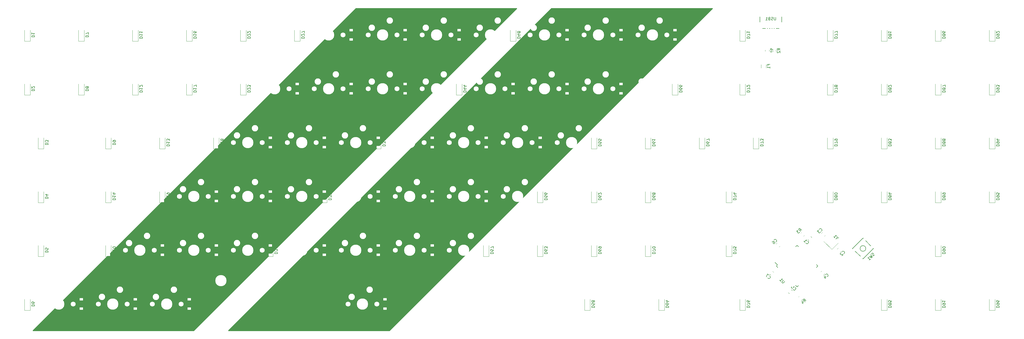
<source format=gbo>
%TF.GenerationSoftware,KiCad,Pcbnew,(5.1.9)-1*%
%TF.CreationDate,2021-04-11T04:13:24-04:00*%
%TF.ProjectId,Progenitor-Tenkey,50726f67-656e-4697-946f-722d54656e6b,rev?*%
%TF.SameCoordinates,Original*%
%TF.FileFunction,Legend,Bot*%
%TF.FilePolarity,Positive*%
%FSLAX46Y46*%
G04 Gerber Fmt 4.6, Leading zero omitted, Abs format (unit mm)*
G04 Created by KiCad (PCBNEW (5.1.9)-1) date 2021-04-11 04:13:24*
%MOMM*%
%LPD*%
G01*
G04 APERTURE LIST*
%ADD10C,0.150000*%
%ADD11C,0.120000*%
%ADD12C,0.254000*%
%ADD13C,0.100000*%
%ADD14O,1.700000X2.700000*%
%ADD15R,0.500000X2.250000*%
%ADD16C,2.250000*%
%ADD17C,3.987800*%
%ADD18C,1.750000*%
%ADD19C,3.048000*%
%ADD20R,1.200000X0.900000*%
G04 APERTURE END LIST*
D10*
%TO.C,U1*%
X361997445Y-322326000D02*
X362404031Y-321919414D01*
X369316000Y-329644555D02*
X369793297Y-329167258D01*
X376634555Y-322326000D02*
X376157258Y-322803297D01*
X369316000Y-315007445D02*
X368838703Y-315484742D01*
X361997445Y-322326000D02*
X362474742Y-322803297D01*
X369316000Y-315007445D02*
X369793297Y-315484742D01*
X376634555Y-322326000D02*
X376157258Y-321848703D01*
X369316000Y-329644555D02*
X368838703Y-329167258D01*
X362404031Y-321919414D02*
X361502470Y-321017852D01*
%TO.C,USB1*%
X356195000Y-238241000D02*
X363895000Y-238241000D01*
X363895000Y-232791000D02*
X363895000Y-238241000D01*
X356195000Y-232791000D02*
X356195000Y-238241000D01*
D11*
%TO.C,Y1*%
X383898440Y-314096237D02*
X381564987Y-316429690D01*
X381564987Y-316429690D02*
X378736560Y-313601263D01*
D10*
%TO.C,SW1*%
X393557000Y-316103000D02*
G75*
G03*
X393557000Y-316103000I-1000000J0D01*
G01*
X396233955Y-316103000D02*
X392557000Y-312426045D01*
X392557000Y-319779955D02*
X396233955Y-316103000D01*
X388880045Y-316103000D02*
X392557000Y-319779955D01*
X392557000Y-312426045D02*
X388880045Y-316103000D01*
D11*
%TO.C,R4*%
X370818165Y-334309282D02*
X371139282Y-333988165D01*
X369778718Y-333269835D02*
X370099835Y-332948718D01*
%TO.C,R3*%
X370861835Y-310342718D02*
X370540718Y-310663835D01*
X371901282Y-311382165D02*
X371580165Y-311703282D01*
%TO.C,R2*%
X361891250Y-246289564D02*
X361891250Y-245835436D01*
X360421250Y-246289564D02*
X360421250Y-245835436D01*
%TO.C,R1*%
X359510000Y-246289564D02*
X359510000Y-245835436D01*
X358040000Y-246289564D02*
X358040000Y-245835436D01*
%TO.C,F1*%
X358415000Y-252220814D02*
X358415000Y-251016686D01*
X356595000Y-252220814D02*
X356595000Y-251016686D01*
%TO.C,D96*%
X439150000Y-338006250D02*
X437150000Y-338006250D01*
X437150000Y-338006250D02*
X437150000Y-334106250D01*
X439150000Y-338006250D02*
X439150000Y-334106250D01*
%TO.C,D95*%
X439150000Y-299906250D02*
X437150000Y-299906250D01*
X437150000Y-299906250D02*
X437150000Y-296006250D01*
X439150000Y-299906250D02*
X439150000Y-296006250D01*
%TO.C,D94*%
X439150000Y-280856250D02*
X437150000Y-280856250D01*
X437150000Y-280856250D02*
X437150000Y-276956250D01*
X439150000Y-280856250D02*
X439150000Y-276956250D01*
%TO.C,D93*%
X439150000Y-261806250D02*
X437150000Y-261806250D01*
X437150000Y-261806250D02*
X437150000Y-257906250D01*
X439150000Y-261806250D02*
X439150000Y-257906250D01*
%TO.C,D92*%
X439150000Y-242756250D02*
X437150000Y-242756250D01*
X437150000Y-242756250D02*
X437150000Y-238856250D01*
X439150000Y-242756250D02*
X439150000Y-238856250D01*
%TO.C,D91*%
X420100000Y-338006250D02*
X418100000Y-338006250D01*
X418100000Y-338006250D02*
X418100000Y-334106250D01*
X420100000Y-338006250D02*
X420100000Y-334106250D01*
%TO.C,D90*%
X420100000Y-318956250D02*
X418100000Y-318956250D01*
X418100000Y-318956250D02*
X418100000Y-315056250D01*
X420100000Y-318956250D02*
X420100000Y-315056250D01*
%TO.C,D89*%
X420100000Y-299906250D02*
X418100000Y-299906250D01*
X418100000Y-299906250D02*
X418100000Y-296006250D01*
X420100000Y-299906250D02*
X420100000Y-296006250D01*
%TO.C,D88*%
X420100000Y-280856250D02*
X418100000Y-280856250D01*
X418100000Y-280856250D02*
X418100000Y-276956250D01*
X420100000Y-280856250D02*
X420100000Y-276956250D01*
%TO.C,D87*%
X420100000Y-261806250D02*
X418100000Y-261806250D01*
X418100000Y-261806250D02*
X418100000Y-257906250D01*
X420100000Y-261806250D02*
X420100000Y-257906250D01*
%TO.C,D86*%
X420100000Y-242756250D02*
X418100000Y-242756250D01*
X418100000Y-242756250D02*
X418100000Y-238856250D01*
X420100000Y-242756250D02*
X420100000Y-238856250D01*
%TO.C,D85*%
X401050000Y-338006250D02*
X399050000Y-338006250D01*
X399050000Y-338006250D02*
X399050000Y-334106250D01*
X401050000Y-338006250D02*
X401050000Y-334106250D01*
%TO.C,D84*%
X401050000Y-299906250D02*
X399050000Y-299906250D01*
X399050000Y-299906250D02*
X399050000Y-296006250D01*
X401050000Y-299906250D02*
X401050000Y-296006250D01*
%TO.C,D83*%
X401050000Y-280856250D02*
X399050000Y-280856250D01*
X399050000Y-280856250D02*
X399050000Y-276956250D01*
X401050000Y-280856250D02*
X401050000Y-276956250D01*
%TO.C,D82*%
X401050000Y-261806250D02*
X399050000Y-261806250D01*
X399050000Y-261806250D02*
X399050000Y-257906250D01*
X401050000Y-261806250D02*
X401050000Y-257906250D01*
%TO.C,D81*%
X401050000Y-242756250D02*
X399050000Y-242756250D01*
X399050000Y-242756250D02*
X399050000Y-238856250D01*
X401050000Y-242756250D02*
X401050000Y-238856250D01*
%TO.C,D80*%
X382000000Y-299906250D02*
X380000000Y-299906250D01*
X380000000Y-299906250D02*
X380000000Y-296006250D01*
X382000000Y-299906250D02*
X382000000Y-296006250D01*
%TO.C,D79*%
X382000000Y-280856250D02*
X380000000Y-280856250D01*
X380000000Y-280856250D02*
X380000000Y-276956250D01*
X382000000Y-280856250D02*
X382000000Y-276956250D01*
%TO.C,D78*%
X382000000Y-261806250D02*
X380000000Y-261806250D01*
X380000000Y-261806250D02*
X380000000Y-257906250D01*
X382000000Y-261806250D02*
X382000000Y-257906250D01*
%TO.C,D77*%
X382000000Y-242756250D02*
X380000000Y-242756250D01*
X380000000Y-242756250D02*
X380000000Y-238856250D01*
X382000000Y-242756250D02*
X382000000Y-238856250D01*
%TO.C,D76*%
X351043750Y-338006250D02*
X349043750Y-338006250D01*
X349043750Y-338006250D02*
X349043750Y-334106250D01*
X351043750Y-338006250D02*
X351043750Y-334106250D01*
%TO.C,D75*%
X346281250Y-318956250D02*
X344281250Y-318956250D01*
X344281250Y-318956250D02*
X344281250Y-315056250D01*
X346281250Y-318956250D02*
X346281250Y-315056250D01*
%TO.C,D74*%
X346281250Y-299906250D02*
X344281250Y-299906250D01*
X344281250Y-299906250D02*
X344281250Y-296006250D01*
X346281250Y-299906250D02*
X346281250Y-296006250D01*
%TO.C,D73*%
X355806250Y-280856250D02*
X353806250Y-280856250D01*
X353806250Y-280856250D02*
X353806250Y-276956250D01*
X355806250Y-280856250D02*
X355806250Y-276956250D01*
%TO.C,D72*%
X351043750Y-261806250D02*
X349043750Y-261806250D01*
X349043750Y-261806250D02*
X349043750Y-257906250D01*
X351043750Y-261806250D02*
X351043750Y-257906250D01*
%TO.C,D71*%
X351043750Y-242756250D02*
X349043750Y-242756250D01*
X349043750Y-242756250D02*
X349043750Y-238856250D01*
X351043750Y-242756250D02*
X351043750Y-238856250D01*
%TO.C,D70*%
X317706250Y-318956250D02*
X315706250Y-318956250D01*
X315706250Y-318956250D02*
X315706250Y-315056250D01*
X317706250Y-318956250D02*
X317706250Y-315056250D01*
%TO.C,D69*%
X298656250Y-318956250D02*
X296656250Y-318956250D01*
X296656250Y-318956250D02*
X296656250Y-315056250D01*
X298656250Y-318956250D02*
X298656250Y-315056250D01*
%TO.C,D68*%
X317706250Y-299906250D02*
X315706250Y-299906250D01*
X315706250Y-299906250D02*
X315706250Y-296006250D01*
X317706250Y-299906250D02*
X317706250Y-296006250D01*
%TO.C,D67*%
X336756250Y-280856250D02*
X334756250Y-280856250D01*
X334756250Y-280856250D02*
X334756250Y-276956250D01*
X336756250Y-280856250D02*
X336756250Y-276956250D01*
%TO.C,D66*%
X327231250Y-261806250D02*
X325231250Y-261806250D01*
X325231250Y-261806250D02*
X325231250Y-257906250D01*
X327231250Y-261806250D02*
X327231250Y-257906250D01*
%TO.C,D65*%
X327231250Y-242756250D02*
X325231250Y-242756250D01*
X325231250Y-242756250D02*
X325231250Y-238856250D01*
X327231250Y-242756250D02*
X327231250Y-238856250D01*
%TO.C,D64*%
X322468750Y-338006250D02*
X320468750Y-338006250D01*
X320468750Y-338006250D02*
X320468750Y-334106250D01*
X322468750Y-338006250D02*
X322468750Y-334106250D01*
%TO.C,D63*%
X279606250Y-318956250D02*
X277606250Y-318956250D01*
X277606250Y-318956250D02*
X277606250Y-315056250D01*
X279606250Y-318956250D02*
X279606250Y-315056250D01*
%TO.C,D62*%
X298656250Y-299906250D02*
X296656250Y-299906250D01*
X296656250Y-299906250D02*
X296656250Y-296006250D01*
X298656250Y-299906250D02*
X298656250Y-296006250D01*
%TO.C,D61*%
X317706250Y-280856250D02*
X315706250Y-280856250D01*
X315706250Y-280856250D02*
X315706250Y-276956250D01*
X317706250Y-280856250D02*
X317706250Y-276956250D01*
%TO.C,D60*%
X308181250Y-261806250D02*
X306181250Y-261806250D01*
X306181250Y-261806250D02*
X306181250Y-257906250D01*
X308181250Y-261806250D02*
X308181250Y-257906250D01*
%TO.C,D59*%
X308181250Y-242756250D02*
X306181250Y-242756250D01*
X306181250Y-242756250D02*
X306181250Y-238856250D01*
X308181250Y-242756250D02*
X308181250Y-238856250D01*
%TO.C,D58*%
X296275000Y-338006250D02*
X294275000Y-338006250D01*
X294275000Y-338006250D02*
X294275000Y-334106250D01*
X296275000Y-338006250D02*
X296275000Y-334106250D01*
%TO.C,D57*%
X260556250Y-318956250D02*
X258556250Y-318956250D01*
X258556250Y-318956250D02*
X258556250Y-315056250D01*
X260556250Y-318956250D02*
X260556250Y-315056250D01*
%TO.C,D56*%
X279606250Y-299906250D02*
X277606250Y-299906250D01*
X277606250Y-299906250D02*
X277606250Y-296006250D01*
X279606250Y-299906250D02*
X279606250Y-296006250D01*
%TO.C,D55*%
X298656250Y-280856250D02*
X296656250Y-280856250D01*
X296656250Y-280856250D02*
X296656250Y-276956250D01*
X298656250Y-280856250D02*
X298656250Y-276956250D01*
%TO.C,D54*%
X289131250Y-261806250D02*
X287131250Y-261806250D01*
X287131250Y-261806250D02*
X287131250Y-257906250D01*
X289131250Y-261806250D02*
X289131250Y-257906250D01*
%TO.C,D53*%
X289131250Y-242756250D02*
X287131250Y-242756250D01*
X287131250Y-242756250D02*
X287131250Y-238856250D01*
X289131250Y-242756250D02*
X289131250Y-238856250D01*
%TO.C,D52*%
X241506250Y-318956250D02*
X239506250Y-318956250D01*
X239506250Y-318956250D02*
X239506250Y-315056250D01*
X241506250Y-318956250D02*
X241506250Y-315056250D01*
%TO.C,D51*%
X260556250Y-299906250D02*
X258556250Y-299906250D01*
X258556250Y-299906250D02*
X258556250Y-296006250D01*
X260556250Y-299906250D02*
X260556250Y-296006250D01*
%TO.C,D50*%
X279606250Y-280856250D02*
X277606250Y-280856250D01*
X277606250Y-280856250D02*
X277606250Y-276956250D01*
X279606250Y-280856250D02*
X279606250Y-276956250D01*
%TO.C,D49*%
X270081250Y-261806250D02*
X268081250Y-261806250D01*
X268081250Y-261806250D02*
X268081250Y-257906250D01*
X270081250Y-261806250D02*
X270081250Y-257906250D01*
%TO.C,D48*%
X270081250Y-242756250D02*
X268081250Y-242756250D01*
X268081250Y-242756250D02*
X268081250Y-238856250D01*
X270081250Y-242756250D02*
X270081250Y-238856250D01*
%TO.C,D47*%
X222456250Y-318956250D02*
X220456250Y-318956250D01*
X220456250Y-318956250D02*
X220456250Y-315056250D01*
X222456250Y-318956250D02*
X222456250Y-315056250D01*
%TO.C,D46*%
X241506250Y-299906250D02*
X239506250Y-299906250D01*
X239506250Y-299906250D02*
X239506250Y-296006250D01*
X241506250Y-299906250D02*
X241506250Y-296006250D01*
%TO.C,D45*%
X260556250Y-280856250D02*
X258556250Y-280856250D01*
X258556250Y-280856250D02*
X258556250Y-276956250D01*
X260556250Y-280856250D02*
X260556250Y-276956250D01*
%TO.C,D44*%
X251031250Y-261806250D02*
X249031250Y-261806250D01*
X249031250Y-261806250D02*
X249031250Y-257906250D01*
X251031250Y-261806250D02*
X251031250Y-257906250D01*
%TO.C,D43*%
X251031250Y-242756250D02*
X249031250Y-242756250D01*
X249031250Y-242756250D02*
X249031250Y-238856250D01*
X251031250Y-242756250D02*
X251031250Y-238856250D01*
%TO.C,D42*%
X224837500Y-338006250D02*
X222837500Y-338006250D01*
X222837500Y-338006250D02*
X222837500Y-334106250D01*
X224837500Y-338006250D02*
X224837500Y-334106250D01*
%TO.C,D41*%
X203406250Y-318956250D02*
X201406250Y-318956250D01*
X201406250Y-318956250D02*
X201406250Y-315056250D01*
X203406250Y-318956250D02*
X203406250Y-315056250D01*
%TO.C,D40*%
X222456250Y-299906250D02*
X220456250Y-299906250D01*
X220456250Y-299906250D02*
X220456250Y-296006250D01*
X222456250Y-299906250D02*
X222456250Y-296006250D01*
%TO.C,D39*%
X241506250Y-280856250D02*
X239506250Y-280856250D01*
X239506250Y-280856250D02*
X239506250Y-276956250D01*
X241506250Y-280856250D02*
X241506250Y-276956250D01*
%TO.C,D38*%
X231981250Y-261806250D02*
X229981250Y-261806250D01*
X229981250Y-261806250D02*
X229981250Y-257906250D01*
X231981250Y-261806250D02*
X231981250Y-257906250D01*
%TO.C,D37*%
X231981250Y-242756250D02*
X229981250Y-242756250D01*
X229981250Y-242756250D02*
X229981250Y-238856250D01*
X231981250Y-242756250D02*
X231981250Y-238856250D01*
%TO.C,D36*%
X184356250Y-318956250D02*
X182356250Y-318956250D01*
X182356250Y-318956250D02*
X182356250Y-315056250D01*
X184356250Y-318956250D02*
X184356250Y-315056250D01*
%TO.C,D35*%
X203406250Y-299906250D02*
X201406250Y-299906250D01*
X201406250Y-299906250D02*
X201406250Y-296006250D01*
X203406250Y-299906250D02*
X203406250Y-296006250D01*
%TO.C,D34*%
X222456250Y-280856250D02*
X220456250Y-280856250D01*
X220456250Y-280856250D02*
X220456250Y-276956250D01*
X222456250Y-280856250D02*
X222456250Y-276956250D01*
%TO.C,D33*%
X212931250Y-261806250D02*
X210931250Y-261806250D01*
X210931250Y-261806250D02*
X210931250Y-257906250D01*
X212931250Y-261806250D02*
X212931250Y-257906250D01*
%TO.C,D32*%
X212931250Y-242756250D02*
X210931250Y-242756250D01*
X210931250Y-242756250D02*
X210931250Y-238856250D01*
X212931250Y-242756250D02*
X212931250Y-238856250D01*
%TO.C,D31*%
X165306250Y-318956250D02*
X163306250Y-318956250D01*
X163306250Y-318956250D02*
X163306250Y-315056250D01*
X165306250Y-318956250D02*
X165306250Y-315056250D01*
%TO.C,D30*%
X184356250Y-299906250D02*
X182356250Y-299906250D01*
X182356250Y-299906250D02*
X182356250Y-296006250D01*
X184356250Y-299906250D02*
X184356250Y-296006250D01*
%TO.C,D29*%
X203406250Y-280856250D02*
X201406250Y-280856250D01*
X201406250Y-280856250D02*
X201406250Y-276956250D01*
X203406250Y-280856250D02*
X203406250Y-276956250D01*
%TO.C,D28*%
X193881250Y-261806250D02*
X191881250Y-261806250D01*
X191881250Y-261806250D02*
X191881250Y-257906250D01*
X193881250Y-261806250D02*
X193881250Y-257906250D01*
%TO.C,D27*%
X193881250Y-242756250D02*
X191881250Y-242756250D01*
X191881250Y-242756250D02*
X191881250Y-238856250D01*
X193881250Y-242756250D02*
X193881250Y-238856250D01*
%TO.C,D26*%
X146256250Y-318956250D02*
X144256250Y-318956250D01*
X144256250Y-318956250D02*
X144256250Y-315056250D01*
X146256250Y-318956250D02*
X146256250Y-315056250D01*
%TO.C,D25*%
X165306250Y-299906250D02*
X163306250Y-299906250D01*
X163306250Y-299906250D02*
X163306250Y-296006250D01*
X165306250Y-299906250D02*
X165306250Y-296006250D01*
%TO.C,D24*%
X184356250Y-280856250D02*
X182356250Y-280856250D01*
X182356250Y-280856250D02*
X182356250Y-276956250D01*
X184356250Y-280856250D02*
X184356250Y-276956250D01*
%TO.C,D23*%
X174831250Y-261806250D02*
X172831250Y-261806250D01*
X172831250Y-261806250D02*
X172831250Y-257906250D01*
X174831250Y-261806250D02*
X174831250Y-257906250D01*
%TO.C,D22*%
X174831250Y-242756250D02*
X172831250Y-242756250D01*
X172831250Y-242756250D02*
X172831250Y-238856250D01*
X174831250Y-242756250D02*
X174831250Y-238856250D01*
%TO.C,D21*%
X155781250Y-338006250D02*
X153781250Y-338006250D01*
X153781250Y-338006250D02*
X153781250Y-334106250D01*
X155781250Y-338006250D02*
X155781250Y-334106250D01*
%TO.C,D20*%
X127206250Y-318956250D02*
X125206250Y-318956250D01*
X125206250Y-318956250D02*
X125206250Y-315056250D01*
X127206250Y-318956250D02*
X127206250Y-315056250D01*
%TO.C,D19*%
X146256250Y-299906250D02*
X144256250Y-299906250D01*
X144256250Y-299906250D02*
X144256250Y-296006250D01*
X146256250Y-299906250D02*
X146256250Y-296006250D01*
%TO.C,D18*%
X165306250Y-280856250D02*
X163306250Y-280856250D01*
X163306250Y-280856250D02*
X163306250Y-276956250D01*
X165306250Y-280856250D02*
X165306250Y-276956250D01*
%TO.C,D17*%
X155781250Y-261806250D02*
X153781250Y-261806250D01*
X153781250Y-261806250D02*
X153781250Y-257906250D01*
X155781250Y-261806250D02*
X155781250Y-257906250D01*
%TO.C,D16*%
X155781250Y-242756250D02*
X153781250Y-242756250D01*
X153781250Y-242756250D02*
X153781250Y-238856250D01*
X155781250Y-242756250D02*
X155781250Y-238856250D01*
%TO.C,D15*%
X136731250Y-338006250D02*
X134731250Y-338006250D01*
X134731250Y-338006250D02*
X134731250Y-334106250D01*
X136731250Y-338006250D02*
X136731250Y-334106250D01*
%TO.C,D14*%
X127206250Y-299906250D02*
X125206250Y-299906250D01*
X125206250Y-299906250D02*
X125206250Y-296006250D01*
X127206250Y-299906250D02*
X127206250Y-296006250D01*
%TO.C,D13*%
X146256250Y-280856250D02*
X144256250Y-280856250D01*
X144256250Y-280856250D02*
X144256250Y-276956250D01*
X146256250Y-280856250D02*
X146256250Y-276956250D01*
%TO.C,D12*%
X136731250Y-261806250D02*
X134731250Y-261806250D01*
X134731250Y-261806250D02*
X134731250Y-257906250D01*
X136731250Y-261806250D02*
X136731250Y-257906250D01*
%TO.C,D11*%
X136731250Y-242756250D02*
X134731250Y-242756250D01*
X134731250Y-242756250D02*
X134731250Y-238856250D01*
X136731250Y-242756250D02*
X136731250Y-238856250D01*
%TO.C,D10*%
X117681250Y-338006250D02*
X115681250Y-338006250D01*
X115681250Y-338006250D02*
X115681250Y-334106250D01*
X117681250Y-338006250D02*
X117681250Y-334106250D01*
%TO.C,D9*%
X127206250Y-280856250D02*
X125206250Y-280856250D01*
X125206250Y-280856250D02*
X125206250Y-276956250D01*
X127206250Y-280856250D02*
X127206250Y-276956250D01*
%TO.C,D8*%
X117681250Y-261806250D02*
X115681250Y-261806250D01*
X115681250Y-261806250D02*
X115681250Y-257906250D01*
X117681250Y-261806250D02*
X117681250Y-257906250D01*
%TO.C,D7*%
X117681250Y-242756250D02*
X115681250Y-242756250D01*
X115681250Y-242756250D02*
X115681250Y-238856250D01*
X117681250Y-242756250D02*
X117681250Y-238856250D01*
%TO.C,D6*%
X98631250Y-338006250D02*
X96631250Y-338006250D01*
X96631250Y-338006250D02*
X96631250Y-334106250D01*
X98631250Y-338006250D02*
X98631250Y-334106250D01*
%TO.C,D5*%
X103393750Y-318956250D02*
X101393750Y-318956250D01*
X101393750Y-318956250D02*
X101393750Y-315056250D01*
X103393750Y-318956250D02*
X103393750Y-315056250D01*
%TO.C,D4*%
X103393750Y-299906250D02*
X101393750Y-299906250D01*
X101393750Y-299906250D02*
X101393750Y-296006250D01*
X103393750Y-299906250D02*
X103393750Y-296006250D01*
%TO.C,D3*%
X103393750Y-280856250D02*
X101393750Y-280856250D01*
X101393750Y-280856250D02*
X101393750Y-276956250D01*
X103393750Y-280856250D02*
X103393750Y-276956250D01*
%TO.C,D2*%
X98631250Y-261806250D02*
X96631250Y-261806250D01*
X96631250Y-261806250D02*
X96631250Y-257906250D01*
X98631250Y-261806250D02*
X98631250Y-257906250D01*
%TO.C,D1*%
X98631250Y-242756250D02*
X96631250Y-242756250D01*
X96631250Y-242756250D02*
X96631250Y-238856250D01*
X98631250Y-242756250D02*
X98631250Y-238856250D01*
%TO.C,C7*%
X359594543Y-325200990D02*
X359964010Y-325570457D01*
X360633990Y-324161543D02*
X361003457Y-324531010D01*
%TO.C,C6*%
X362250010Y-314128543D02*
X361880543Y-314498010D01*
X363289457Y-315167990D02*
X362919990Y-315537457D01*
%TO.C,C5*%
X367607457Y-331008010D02*
X367237990Y-330638543D01*
X366568010Y-332047457D02*
X366198543Y-331677990D01*
%TO.C,C4*%
X378704741Y-325406706D02*
X379074208Y-325037239D01*
X377665294Y-324367259D02*
X378034761Y-323997792D01*
%TO.C,C3*%
X378252010Y-310318543D02*
X377882543Y-310688010D01*
X379291457Y-311357990D02*
X378921990Y-311727457D01*
%TO.C,C2*%
X384509990Y-317315457D02*
X384879457Y-316945990D01*
X383470543Y-316276010D02*
X383840010Y-315906543D01*
%TO.C,C1*%
X373056543Y-312881990D02*
X373426010Y-313251457D01*
X374095990Y-311842543D02*
X374465457Y-312212010D01*
%TO.C,U1*%
D10*
X364974027Y-327745468D02*
X364401607Y-328317888D01*
X364300592Y-328351560D01*
X364233248Y-328351560D01*
X364132233Y-328317888D01*
X363997546Y-328183201D01*
X363963874Y-328082186D01*
X363963874Y-328014842D01*
X363997546Y-327913827D01*
X364569966Y-327341407D01*
X363155752Y-327341407D02*
X363559813Y-327745468D01*
X363357783Y-327543438D02*
X364064889Y-326836331D01*
X364031218Y-327004690D01*
X364031218Y-327139377D01*
X364064889Y-327240392D01*
%TO.C,USB1*%
X361783095Y-234275380D02*
X361783095Y-235084904D01*
X361735476Y-235180142D01*
X361687857Y-235227761D01*
X361592619Y-235275380D01*
X361402142Y-235275380D01*
X361306904Y-235227761D01*
X361259285Y-235180142D01*
X361211666Y-235084904D01*
X361211666Y-234275380D01*
X360783095Y-235227761D02*
X360640238Y-235275380D01*
X360402142Y-235275380D01*
X360306904Y-235227761D01*
X360259285Y-235180142D01*
X360211666Y-235084904D01*
X360211666Y-234989666D01*
X360259285Y-234894428D01*
X360306904Y-234846809D01*
X360402142Y-234799190D01*
X360592619Y-234751571D01*
X360687857Y-234703952D01*
X360735476Y-234656333D01*
X360783095Y-234561095D01*
X360783095Y-234465857D01*
X360735476Y-234370619D01*
X360687857Y-234323000D01*
X360592619Y-234275380D01*
X360354523Y-234275380D01*
X360211666Y-234323000D01*
X359449761Y-234751571D02*
X359306904Y-234799190D01*
X359259285Y-234846809D01*
X359211666Y-234942047D01*
X359211666Y-235084904D01*
X359259285Y-235180142D01*
X359306904Y-235227761D01*
X359402142Y-235275380D01*
X359783095Y-235275380D01*
X359783095Y-234275380D01*
X359449761Y-234275380D01*
X359354523Y-234323000D01*
X359306904Y-234370619D01*
X359259285Y-234465857D01*
X359259285Y-234561095D01*
X359306904Y-234656333D01*
X359354523Y-234703952D01*
X359449761Y-234751571D01*
X359783095Y-234751571D01*
X358259285Y-235275380D02*
X358830714Y-235275380D01*
X358545000Y-235275380D02*
X358545000Y-234275380D01*
X358640238Y-234418238D01*
X358735476Y-234513476D01*
X358830714Y-234561095D01*
%TO.C,Y1*%
X383403465Y-312436219D02*
X383066747Y-312772937D01*
X384009556Y-312301532D02*
X383403465Y-312436219D01*
X383538152Y-311830128D01*
X382224954Y-311931143D02*
X382629015Y-312335204D01*
X382426984Y-312133173D02*
X383134091Y-311426067D01*
X383100419Y-311594425D01*
X383100419Y-311729112D01*
X383134091Y-311830128D01*
%TO.C,SW1*%
X396659700Y-318320082D02*
X396592357Y-318454769D01*
X396423998Y-318623128D01*
X396322983Y-318656800D01*
X396255639Y-318656800D01*
X396154624Y-318623128D01*
X396087281Y-318555785D01*
X396053609Y-318454769D01*
X396053609Y-318387426D01*
X396087281Y-318286411D01*
X396188296Y-318118052D01*
X396221968Y-318017037D01*
X396221968Y-317949693D01*
X396188296Y-317848678D01*
X396120952Y-317781334D01*
X396019937Y-317747663D01*
X395952594Y-317747663D01*
X395851578Y-317781334D01*
X395683220Y-317949693D01*
X395615876Y-318084380D01*
X395346502Y-318286411D02*
X395885250Y-319161876D01*
X395245487Y-318791487D01*
X395615876Y-319431250D01*
X394740411Y-318892502D01*
X394807754Y-320239372D02*
X395211815Y-319835311D01*
X395009785Y-320037342D02*
X394302678Y-319330235D01*
X394471037Y-319363907D01*
X394605724Y-319363907D01*
X394706739Y-319330235D01*
%TO.C,R4*%
X372063458Y-334997756D02*
X371962443Y-334425336D01*
X372467519Y-334593695D02*
X371760413Y-333886588D01*
X371491038Y-334155962D01*
X371457367Y-334256977D01*
X371457367Y-334324321D01*
X371491038Y-334425336D01*
X371592054Y-334526351D01*
X371693069Y-334560023D01*
X371760413Y-334560023D01*
X371861428Y-334526351D01*
X372130802Y-334256977D01*
X370985962Y-335132443D02*
X371457367Y-335603848D01*
X370884947Y-334694710D02*
X371558382Y-335031428D01*
X371120649Y-335469161D01*
%TO.C,R3*%
X370492006Y-310058304D02*
X370390991Y-309485884D01*
X370896067Y-309654243D02*
X370188961Y-308947136D01*
X369919586Y-309216510D01*
X369885915Y-309317525D01*
X369885915Y-309384869D01*
X369919586Y-309485884D01*
X370020602Y-309586899D01*
X370121617Y-309620571D01*
X370188961Y-309620571D01*
X370289976Y-309586899D01*
X370559350Y-309317525D01*
X369549197Y-309586899D02*
X369111464Y-310024632D01*
X369616541Y-310058304D01*
X369515525Y-310159319D01*
X369481854Y-310260335D01*
X369481854Y-310327678D01*
X369515525Y-310428693D01*
X369683884Y-310597052D01*
X369784899Y-310630724D01*
X369852243Y-310630724D01*
X369953258Y-310597052D01*
X370155289Y-310395022D01*
X370188961Y-310294006D01*
X370188961Y-310226663D01*
%TO.C,R2*%
X363258630Y-245895833D02*
X362782440Y-245562500D01*
X363258630Y-245324404D02*
X362258630Y-245324404D01*
X362258630Y-245705357D01*
X362306250Y-245800595D01*
X362353869Y-245848214D01*
X362449107Y-245895833D01*
X362591964Y-245895833D01*
X362687202Y-245848214D01*
X362734821Y-245800595D01*
X362782440Y-245705357D01*
X362782440Y-245324404D01*
X362353869Y-246276785D02*
X362306250Y-246324404D01*
X362258630Y-246419642D01*
X362258630Y-246657738D01*
X362306250Y-246752976D01*
X362353869Y-246800595D01*
X362449107Y-246848214D01*
X362544345Y-246848214D01*
X362687202Y-246800595D01*
X363258630Y-246229166D01*
X363258630Y-246848214D01*
%TO.C,R1*%
X360877380Y-245895833D02*
X360401190Y-245562500D01*
X360877380Y-245324404D02*
X359877380Y-245324404D01*
X359877380Y-245705357D01*
X359925000Y-245800595D01*
X359972619Y-245848214D01*
X360067857Y-245895833D01*
X360210714Y-245895833D01*
X360305952Y-245848214D01*
X360353571Y-245800595D01*
X360401190Y-245705357D01*
X360401190Y-245324404D01*
X360877380Y-246848214D02*
X360877380Y-246276785D01*
X360877380Y-246562500D02*
X359877380Y-246562500D01*
X360020238Y-246467261D01*
X360115476Y-246372023D01*
X360163095Y-246276785D01*
%TO.C,F1*%
X359253571Y-251285416D02*
X359253571Y-250952083D01*
X359777380Y-250952083D02*
X358777380Y-250952083D01*
X358777380Y-251428273D01*
X359777380Y-252333035D02*
X359777380Y-251761607D01*
X359777380Y-252047321D02*
X358777380Y-252047321D01*
X358920238Y-251952083D01*
X359015476Y-251856845D01*
X359063095Y-251761607D01*
%TO.C,D96*%
X439697619Y-336970535D02*
X440697619Y-336970535D01*
X440697619Y-336732440D01*
X440650000Y-336589583D01*
X440554761Y-336494345D01*
X440459523Y-336446726D01*
X440269047Y-336399107D01*
X440126190Y-336399107D01*
X439935714Y-336446726D01*
X439840476Y-336494345D01*
X439745238Y-336589583D01*
X439697619Y-336732440D01*
X439697619Y-336970535D01*
X439697619Y-335922916D02*
X439697619Y-335732440D01*
X439745238Y-335637202D01*
X439792857Y-335589583D01*
X439935714Y-335494345D01*
X440126190Y-335446726D01*
X440507142Y-335446726D01*
X440602380Y-335494345D01*
X440650000Y-335541964D01*
X440697619Y-335637202D01*
X440697619Y-335827678D01*
X440650000Y-335922916D01*
X440602380Y-335970535D01*
X440507142Y-336018154D01*
X440269047Y-336018154D01*
X440173809Y-335970535D01*
X440126190Y-335922916D01*
X440078571Y-335827678D01*
X440078571Y-335637202D01*
X440126190Y-335541964D01*
X440173809Y-335494345D01*
X440269047Y-335446726D01*
X440697619Y-334589583D02*
X440697619Y-334780059D01*
X440650000Y-334875297D01*
X440602380Y-334922916D01*
X440459523Y-335018154D01*
X440269047Y-335065773D01*
X439888095Y-335065773D01*
X439792857Y-335018154D01*
X439745238Y-334970535D01*
X439697619Y-334875297D01*
X439697619Y-334684821D01*
X439745238Y-334589583D01*
X439792857Y-334541964D01*
X439888095Y-334494345D01*
X440126190Y-334494345D01*
X440221428Y-334541964D01*
X440269047Y-334589583D01*
X440316666Y-334684821D01*
X440316666Y-334875297D01*
X440269047Y-334970535D01*
X440221428Y-335018154D01*
X440126190Y-335065773D01*
%TO.C,D95*%
X439697619Y-298870535D02*
X440697619Y-298870535D01*
X440697619Y-298632440D01*
X440650000Y-298489583D01*
X440554761Y-298394345D01*
X440459523Y-298346726D01*
X440269047Y-298299107D01*
X440126190Y-298299107D01*
X439935714Y-298346726D01*
X439840476Y-298394345D01*
X439745238Y-298489583D01*
X439697619Y-298632440D01*
X439697619Y-298870535D01*
X439697619Y-297822916D02*
X439697619Y-297632440D01*
X439745238Y-297537202D01*
X439792857Y-297489583D01*
X439935714Y-297394345D01*
X440126190Y-297346726D01*
X440507142Y-297346726D01*
X440602380Y-297394345D01*
X440650000Y-297441964D01*
X440697619Y-297537202D01*
X440697619Y-297727678D01*
X440650000Y-297822916D01*
X440602380Y-297870535D01*
X440507142Y-297918154D01*
X440269047Y-297918154D01*
X440173809Y-297870535D01*
X440126190Y-297822916D01*
X440078571Y-297727678D01*
X440078571Y-297537202D01*
X440126190Y-297441964D01*
X440173809Y-297394345D01*
X440269047Y-297346726D01*
X440697619Y-296441964D02*
X440697619Y-296918154D01*
X440221428Y-296965773D01*
X440269047Y-296918154D01*
X440316666Y-296822916D01*
X440316666Y-296584821D01*
X440269047Y-296489583D01*
X440221428Y-296441964D01*
X440126190Y-296394345D01*
X439888095Y-296394345D01*
X439792857Y-296441964D01*
X439745238Y-296489583D01*
X439697619Y-296584821D01*
X439697619Y-296822916D01*
X439745238Y-296918154D01*
X439792857Y-296965773D01*
%TO.C,D94*%
X439697619Y-279820535D02*
X440697619Y-279820535D01*
X440697619Y-279582440D01*
X440650000Y-279439583D01*
X440554761Y-279344345D01*
X440459523Y-279296726D01*
X440269047Y-279249107D01*
X440126190Y-279249107D01*
X439935714Y-279296726D01*
X439840476Y-279344345D01*
X439745238Y-279439583D01*
X439697619Y-279582440D01*
X439697619Y-279820535D01*
X439697619Y-278772916D02*
X439697619Y-278582440D01*
X439745238Y-278487202D01*
X439792857Y-278439583D01*
X439935714Y-278344345D01*
X440126190Y-278296726D01*
X440507142Y-278296726D01*
X440602380Y-278344345D01*
X440650000Y-278391964D01*
X440697619Y-278487202D01*
X440697619Y-278677678D01*
X440650000Y-278772916D01*
X440602380Y-278820535D01*
X440507142Y-278868154D01*
X440269047Y-278868154D01*
X440173809Y-278820535D01*
X440126190Y-278772916D01*
X440078571Y-278677678D01*
X440078571Y-278487202D01*
X440126190Y-278391964D01*
X440173809Y-278344345D01*
X440269047Y-278296726D01*
X440364285Y-277439583D02*
X439697619Y-277439583D01*
X440745238Y-277677678D02*
X440030952Y-277915773D01*
X440030952Y-277296726D01*
%TO.C,D93*%
X439697619Y-260770535D02*
X440697619Y-260770535D01*
X440697619Y-260532440D01*
X440650000Y-260389583D01*
X440554761Y-260294345D01*
X440459523Y-260246726D01*
X440269047Y-260199107D01*
X440126190Y-260199107D01*
X439935714Y-260246726D01*
X439840476Y-260294345D01*
X439745238Y-260389583D01*
X439697619Y-260532440D01*
X439697619Y-260770535D01*
X439697619Y-259722916D02*
X439697619Y-259532440D01*
X439745238Y-259437202D01*
X439792857Y-259389583D01*
X439935714Y-259294345D01*
X440126190Y-259246726D01*
X440507142Y-259246726D01*
X440602380Y-259294345D01*
X440650000Y-259341964D01*
X440697619Y-259437202D01*
X440697619Y-259627678D01*
X440650000Y-259722916D01*
X440602380Y-259770535D01*
X440507142Y-259818154D01*
X440269047Y-259818154D01*
X440173809Y-259770535D01*
X440126190Y-259722916D01*
X440078571Y-259627678D01*
X440078571Y-259437202D01*
X440126190Y-259341964D01*
X440173809Y-259294345D01*
X440269047Y-259246726D01*
X440697619Y-258913392D02*
X440697619Y-258294345D01*
X440316666Y-258627678D01*
X440316666Y-258484821D01*
X440269047Y-258389583D01*
X440221428Y-258341964D01*
X440126190Y-258294345D01*
X439888095Y-258294345D01*
X439792857Y-258341964D01*
X439745238Y-258389583D01*
X439697619Y-258484821D01*
X439697619Y-258770535D01*
X439745238Y-258865773D01*
X439792857Y-258913392D01*
%TO.C,D92*%
X439697619Y-241720535D02*
X440697619Y-241720535D01*
X440697619Y-241482440D01*
X440650000Y-241339583D01*
X440554761Y-241244345D01*
X440459523Y-241196726D01*
X440269047Y-241149107D01*
X440126190Y-241149107D01*
X439935714Y-241196726D01*
X439840476Y-241244345D01*
X439745238Y-241339583D01*
X439697619Y-241482440D01*
X439697619Y-241720535D01*
X439697619Y-240672916D02*
X439697619Y-240482440D01*
X439745238Y-240387202D01*
X439792857Y-240339583D01*
X439935714Y-240244345D01*
X440126190Y-240196726D01*
X440507142Y-240196726D01*
X440602380Y-240244345D01*
X440650000Y-240291964D01*
X440697619Y-240387202D01*
X440697619Y-240577678D01*
X440650000Y-240672916D01*
X440602380Y-240720535D01*
X440507142Y-240768154D01*
X440269047Y-240768154D01*
X440173809Y-240720535D01*
X440126190Y-240672916D01*
X440078571Y-240577678D01*
X440078571Y-240387202D01*
X440126190Y-240291964D01*
X440173809Y-240244345D01*
X440269047Y-240196726D01*
X440602380Y-239815773D02*
X440650000Y-239768154D01*
X440697619Y-239672916D01*
X440697619Y-239434821D01*
X440650000Y-239339583D01*
X440602380Y-239291964D01*
X440507142Y-239244345D01*
X440411904Y-239244345D01*
X440269047Y-239291964D01*
X439697619Y-239863392D01*
X439697619Y-239244345D01*
%TO.C,D91*%
X420647619Y-336970535D02*
X421647619Y-336970535D01*
X421647619Y-336732440D01*
X421600000Y-336589583D01*
X421504761Y-336494345D01*
X421409523Y-336446726D01*
X421219047Y-336399107D01*
X421076190Y-336399107D01*
X420885714Y-336446726D01*
X420790476Y-336494345D01*
X420695238Y-336589583D01*
X420647619Y-336732440D01*
X420647619Y-336970535D01*
X420647619Y-335922916D02*
X420647619Y-335732440D01*
X420695238Y-335637202D01*
X420742857Y-335589583D01*
X420885714Y-335494345D01*
X421076190Y-335446726D01*
X421457142Y-335446726D01*
X421552380Y-335494345D01*
X421600000Y-335541964D01*
X421647619Y-335637202D01*
X421647619Y-335827678D01*
X421600000Y-335922916D01*
X421552380Y-335970535D01*
X421457142Y-336018154D01*
X421219047Y-336018154D01*
X421123809Y-335970535D01*
X421076190Y-335922916D01*
X421028571Y-335827678D01*
X421028571Y-335637202D01*
X421076190Y-335541964D01*
X421123809Y-335494345D01*
X421219047Y-335446726D01*
X420647619Y-334494345D02*
X420647619Y-335065773D01*
X420647619Y-334780059D02*
X421647619Y-334780059D01*
X421504761Y-334875297D01*
X421409523Y-334970535D01*
X421361904Y-335065773D01*
%TO.C,D90*%
X420647619Y-317920535D02*
X421647619Y-317920535D01*
X421647619Y-317682440D01*
X421600000Y-317539583D01*
X421504761Y-317444345D01*
X421409523Y-317396726D01*
X421219047Y-317349107D01*
X421076190Y-317349107D01*
X420885714Y-317396726D01*
X420790476Y-317444345D01*
X420695238Y-317539583D01*
X420647619Y-317682440D01*
X420647619Y-317920535D01*
X420647619Y-316872916D02*
X420647619Y-316682440D01*
X420695238Y-316587202D01*
X420742857Y-316539583D01*
X420885714Y-316444345D01*
X421076190Y-316396726D01*
X421457142Y-316396726D01*
X421552380Y-316444345D01*
X421600000Y-316491964D01*
X421647619Y-316587202D01*
X421647619Y-316777678D01*
X421600000Y-316872916D01*
X421552380Y-316920535D01*
X421457142Y-316968154D01*
X421219047Y-316968154D01*
X421123809Y-316920535D01*
X421076190Y-316872916D01*
X421028571Y-316777678D01*
X421028571Y-316587202D01*
X421076190Y-316491964D01*
X421123809Y-316444345D01*
X421219047Y-316396726D01*
X421647619Y-315777678D02*
X421647619Y-315682440D01*
X421600000Y-315587202D01*
X421552380Y-315539583D01*
X421457142Y-315491964D01*
X421266666Y-315444345D01*
X421028571Y-315444345D01*
X420838095Y-315491964D01*
X420742857Y-315539583D01*
X420695238Y-315587202D01*
X420647619Y-315682440D01*
X420647619Y-315777678D01*
X420695238Y-315872916D01*
X420742857Y-315920535D01*
X420838095Y-315968154D01*
X421028571Y-316015773D01*
X421266666Y-316015773D01*
X421457142Y-315968154D01*
X421552380Y-315920535D01*
X421600000Y-315872916D01*
X421647619Y-315777678D01*
%TO.C,D89*%
X420647619Y-298870535D02*
X421647619Y-298870535D01*
X421647619Y-298632440D01*
X421600000Y-298489583D01*
X421504761Y-298394345D01*
X421409523Y-298346726D01*
X421219047Y-298299107D01*
X421076190Y-298299107D01*
X420885714Y-298346726D01*
X420790476Y-298394345D01*
X420695238Y-298489583D01*
X420647619Y-298632440D01*
X420647619Y-298870535D01*
X421219047Y-297727678D02*
X421266666Y-297822916D01*
X421314285Y-297870535D01*
X421409523Y-297918154D01*
X421457142Y-297918154D01*
X421552380Y-297870535D01*
X421600000Y-297822916D01*
X421647619Y-297727678D01*
X421647619Y-297537202D01*
X421600000Y-297441964D01*
X421552380Y-297394345D01*
X421457142Y-297346726D01*
X421409523Y-297346726D01*
X421314285Y-297394345D01*
X421266666Y-297441964D01*
X421219047Y-297537202D01*
X421219047Y-297727678D01*
X421171428Y-297822916D01*
X421123809Y-297870535D01*
X421028571Y-297918154D01*
X420838095Y-297918154D01*
X420742857Y-297870535D01*
X420695238Y-297822916D01*
X420647619Y-297727678D01*
X420647619Y-297537202D01*
X420695238Y-297441964D01*
X420742857Y-297394345D01*
X420838095Y-297346726D01*
X421028571Y-297346726D01*
X421123809Y-297394345D01*
X421171428Y-297441964D01*
X421219047Y-297537202D01*
X420647619Y-296870535D02*
X420647619Y-296680059D01*
X420695238Y-296584821D01*
X420742857Y-296537202D01*
X420885714Y-296441964D01*
X421076190Y-296394345D01*
X421457142Y-296394345D01*
X421552380Y-296441964D01*
X421600000Y-296489583D01*
X421647619Y-296584821D01*
X421647619Y-296775297D01*
X421600000Y-296870535D01*
X421552380Y-296918154D01*
X421457142Y-296965773D01*
X421219047Y-296965773D01*
X421123809Y-296918154D01*
X421076190Y-296870535D01*
X421028571Y-296775297D01*
X421028571Y-296584821D01*
X421076190Y-296489583D01*
X421123809Y-296441964D01*
X421219047Y-296394345D01*
%TO.C,D88*%
X420647619Y-279820535D02*
X421647619Y-279820535D01*
X421647619Y-279582440D01*
X421600000Y-279439583D01*
X421504761Y-279344345D01*
X421409523Y-279296726D01*
X421219047Y-279249107D01*
X421076190Y-279249107D01*
X420885714Y-279296726D01*
X420790476Y-279344345D01*
X420695238Y-279439583D01*
X420647619Y-279582440D01*
X420647619Y-279820535D01*
X421219047Y-278677678D02*
X421266666Y-278772916D01*
X421314285Y-278820535D01*
X421409523Y-278868154D01*
X421457142Y-278868154D01*
X421552380Y-278820535D01*
X421600000Y-278772916D01*
X421647619Y-278677678D01*
X421647619Y-278487202D01*
X421600000Y-278391964D01*
X421552380Y-278344345D01*
X421457142Y-278296726D01*
X421409523Y-278296726D01*
X421314285Y-278344345D01*
X421266666Y-278391964D01*
X421219047Y-278487202D01*
X421219047Y-278677678D01*
X421171428Y-278772916D01*
X421123809Y-278820535D01*
X421028571Y-278868154D01*
X420838095Y-278868154D01*
X420742857Y-278820535D01*
X420695238Y-278772916D01*
X420647619Y-278677678D01*
X420647619Y-278487202D01*
X420695238Y-278391964D01*
X420742857Y-278344345D01*
X420838095Y-278296726D01*
X421028571Y-278296726D01*
X421123809Y-278344345D01*
X421171428Y-278391964D01*
X421219047Y-278487202D01*
X421219047Y-277725297D02*
X421266666Y-277820535D01*
X421314285Y-277868154D01*
X421409523Y-277915773D01*
X421457142Y-277915773D01*
X421552380Y-277868154D01*
X421600000Y-277820535D01*
X421647619Y-277725297D01*
X421647619Y-277534821D01*
X421600000Y-277439583D01*
X421552380Y-277391964D01*
X421457142Y-277344345D01*
X421409523Y-277344345D01*
X421314285Y-277391964D01*
X421266666Y-277439583D01*
X421219047Y-277534821D01*
X421219047Y-277725297D01*
X421171428Y-277820535D01*
X421123809Y-277868154D01*
X421028571Y-277915773D01*
X420838095Y-277915773D01*
X420742857Y-277868154D01*
X420695238Y-277820535D01*
X420647619Y-277725297D01*
X420647619Y-277534821D01*
X420695238Y-277439583D01*
X420742857Y-277391964D01*
X420838095Y-277344345D01*
X421028571Y-277344345D01*
X421123809Y-277391964D01*
X421171428Y-277439583D01*
X421219047Y-277534821D01*
%TO.C,D87*%
X420647619Y-260770535D02*
X421647619Y-260770535D01*
X421647619Y-260532440D01*
X421600000Y-260389583D01*
X421504761Y-260294345D01*
X421409523Y-260246726D01*
X421219047Y-260199107D01*
X421076190Y-260199107D01*
X420885714Y-260246726D01*
X420790476Y-260294345D01*
X420695238Y-260389583D01*
X420647619Y-260532440D01*
X420647619Y-260770535D01*
X421219047Y-259627678D02*
X421266666Y-259722916D01*
X421314285Y-259770535D01*
X421409523Y-259818154D01*
X421457142Y-259818154D01*
X421552380Y-259770535D01*
X421600000Y-259722916D01*
X421647619Y-259627678D01*
X421647619Y-259437202D01*
X421600000Y-259341964D01*
X421552380Y-259294345D01*
X421457142Y-259246726D01*
X421409523Y-259246726D01*
X421314285Y-259294345D01*
X421266666Y-259341964D01*
X421219047Y-259437202D01*
X421219047Y-259627678D01*
X421171428Y-259722916D01*
X421123809Y-259770535D01*
X421028571Y-259818154D01*
X420838095Y-259818154D01*
X420742857Y-259770535D01*
X420695238Y-259722916D01*
X420647619Y-259627678D01*
X420647619Y-259437202D01*
X420695238Y-259341964D01*
X420742857Y-259294345D01*
X420838095Y-259246726D01*
X421028571Y-259246726D01*
X421123809Y-259294345D01*
X421171428Y-259341964D01*
X421219047Y-259437202D01*
X421647619Y-258913392D02*
X421647619Y-258246726D01*
X420647619Y-258675297D01*
%TO.C,D86*%
X420647619Y-241720535D02*
X421647619Y-241720535D01*
X421647619Y-241482440D01*
X421600000Y-241339583D01*
X421504761Y-241244345D01*
X421409523Y-241196726D01*
X421219047Y-241149107D01*
X421076190Y-241149107D01*
X420885714Y-241196726D01*
X420790476Y-241244345D01*
X420695238Y-241339583D01*
X420647619Y-241482440D01*
X420647619Y-241720535D01*
X421219047Y-240577678D02*
X421266666Y-240672916D01*
X421314285Y-240720535D01*
X421409523Y-240768154D01*
X421457142Y-240768154D01*
X421552380Y-240720535D01*
X421600000Y-240672916D01*
X421647619Y-240577678D01*
X421647619Y-240387202D01*
X421600000Y-240291964D01*
X421552380Y-240244345D01*
X421457142Y-240196726D01*
X421409523Y-240196726D01*
X421314285Y-240244345D01*
X421266666Y-240291964D01*
X421219047Y-240387202D01*
X421219047Y-240577678D01*
X421171428Y-240672916D01*
X421123809Y-240720535D01*
X421028571Y-240768154D01*
X420838095Y-240768154D01*
X420742857Y-240720535D01*
X420695238Y-240672916D01*
X420647619Y-240577678D01*
X420647619Y-240387202D01*
X420695238Y-240291964D01*
X420742857Y-240244345D01*
X420838095Y-240196726D01*
X421028571Y-240196726D01*
X421123809Y-240244345D01*
X421171428Y-240291964D01*
X421219047Y-240387202D01*
X421647619Y-239339583D02*
X421647619Y-239530059D01*
X421600000Y-239625297D01*
X421552380Y-239672916D01*
X421409523Y-239768154D01*
X421219047Y-239815773D01*
X420838095Y-239815773D01*
X420742857Y-239768154D01*
X420695238Y-239720535D01*
X420647619Y-239625297D01*
X420647619Y-239434821D01*
X420695238Y-239339583D01*
X420742857Y-239291964D01*
X420838095Y-239244345D01*
X421076190Y-239244345D01*
X421171428Y-239291964D01*
X421219047Y-239339583D01*
X421266666Y-239434821D01*
X421266666Y-239625297D01*
X421219047Y-239720535D01*
X421171428Y-239768154D01*
X421076190Y-239815773D01*
%TO.C,D85*%
X401597619Y-336970535D02*
X402597619Y-336970535D01*
X402597619Y-336732440D01*
X402550000Y-336589583D01*
X402454761Y-336494345D01*
X402359523Y-336446726D01*
X402169047Y-336399107D01*
X402026190Y-336399107D01*
X401835714Y-336446726D01*
X401740476Y-336494345D01*
X401645238Y-336589583D01*
X401597619Y-336732440D01*
X401597619Y-336970535D01*
X402169047Y-335827678D02*
X402216666Y-335922916D01*
X402264285Y-335970535D01*
X402359523Y-336018154D01*
X402407142Y-336018154D01*
X402502380Y-335970535D01*
X402550000Y-335922916D01*
X402597619Y-335827678D01*
X402597619Y-335637202D01*
X402550000Y-335541964D01*
X402502380Y-335494345D01*
X402407142Y-335446726D01*
X402359523Y-335446726D01*
X402264285Y-335494345D01*
X402216666Y-335541964D01*
X402169047Y-335637202D01*
X402169047Y-335827678D01*
X402121428Y-335922916D01*
X402073809Y-335970535D01*
X401978571Y-336018154D01*
X401788095Y-336018154D01*
X401692857Y-335970535D01*
X401645238Y-335922916D01*
X401597619Y-335827678D01*
X401597619Y-335637202D01*
X401645238Y-335541964D01*
X401692857Y-335494345D01*
X401788095Y-335446726D01*
X401978571Y-335446726D01*
X402073809Y-335494345D01*
X402121428Y-335541964D01*
X402169047Y-335637202D01*
X402597619Y-334541964D02*
X402597619Y-335018154D01*
X402121428Y-335065773D01*
X402169047Y-335018154D01*
X402216666Y-334922916D01*
X402216666Y-334684821D01*
X402169047Y-334589583D01*
X402121428Y-334541964D01*
X402026190Y-334494345D01*
X401788095Y-334494345D01*
X401692857Y-334541964D01*
X401645238Y-334589583D01*
X401597619Y-334684821D01*
X401597619Y-334922916D01*
X401645238Y-335018154D01*
X401692857Y-335065773D01*
%TO.C,D84*%
X401597619Y-298870535D02*
X402597619Y-298870535D01*
X402597619Y-298632440D01*
X402550000Y-298489583D01*
X402454761Y-298394345D01*
X402359523Y-298346726D01*
X402169047Y-298299107D01*
X402026190Y-298299107D01*
X401835714Y-298346726D01*
X401740476Y-298394345D01*
X401645238Y-298489583D01*
X401597619Y-298632440D01*
X401597619Y-298870535D01*
X402169047Y-297727678D02*
X402216666Y-297822916D01*
X402264285Y-297870535D01*
X402359523Y-297918154D01*
X402407142Y-297918154D01*
X402502380Y-297870535D01*
X402550000Y-297822916D01*
X402597619Y-297727678D01*
X402597619Y-297537202D01*
X402550000Y-297441964D01*
X402502380Y-297394345D01*
X402407142Y-297346726D01*
X402359523Y-297346726D01*
X402264285Y-297394345D01*
X402216666Y-297441964D01*
X402169047Y-297537202D01*
X402169047Y-297727678D01*
X402121428Y-297822916D01*
X402073809Y-297870535D01*
X401978571Y-297918154D01*
X401788095Y-297918154D01*
X401692857Y-297870535D01*
X401645238Y-297822916D01*
X401597619Y-297727678D01*
X401597619Y-297537202D01*
X401645238Y-297441964D01*
X401692857Y-297394345D01*
X401788095Y-297346726D01*
X401978571Y-297346726D01*
X402073809Y-297394345D01*
X402121428Y-297441964D01*
X402169047Y-297537202D01*
X402264285Y-296489583D02*
X401597619Y-296489583D01*
X402645238Y-296727678D02*
X401930952Y-296965773D01*
X401930952Y-296346726D01*
%TO.C,D83*%
X401597619Y-279820535D02*
X402597619Y-279820535D01*
X402597619Y-279582440D01*
X402550000Y-279439583D01*
X402454761Y-279344345D01*
X402359523Y-279296726D01*
X402169047Y-279249107D01*
X402026190Y-279249107D01*
X401835714Y-279296726D01*
X401740476Y-279344345D01*
X401645238Y-279439583D01*
X401597619Y-279582440D01*
X401597619Y-279820535D01*
X402169047Y-278677678D02*
X402216666Y-278772916D01*
X402264285Y-278820535D01*
X402359523Y-278868154D01*
X402407142Y-278868154D01*
X402502380Y-278820535D01*
X402550000Y-278772916D01*
X402597619Y-278677678D01*
X402597619Y-278487202D01*
X402550000Y-278391964D01*
X402502380Y-278344345D01*
X402407142Y-278296726D01*
X402359523Y-278296726D01*
X402264285Y-278344345D01*
X402216666Y-278391964D01*
X402169047Y-278487202D01*
X402169047Y-278677678D01*
X402121428Y-278772916D01*
X402073809Y-278820535D01*
X401978571Y-278868154D01*
X401788095Y-278868154D01*
X401692857Y-278820535D01*
X401645238Y-278772916D01*
X401597619Y-278677678D01*
X401597619Y-278487202D01*
X401645238Y-278391964D01*
X401692857Y-278344345D01*
X401788095Y-278296726D01*
X401978571Y-278296726D01*
X402073809Y-278344345D01*
X402121428Y-278391964D01*
X402169047Y-278487202D01*
X402597619Y-277963392D02*
X402597619Y-277344345D01*
X402216666Y-277677678D01*
X402216666Y-277534821D01*
X402169047Y-277439583D01*
X402121428Y-277391964D01*
X402026190Y-277344345D01*
X401788095Y-277344345D01*
X401692857Y-277391964D01*
X401645238Y-277439583D01*
X401597619Y-277534821D01*
X401597619Y-277820535D01*
X401645238Y-277915773D01*
X401692857Y-277963392D01*
%TO.C,D82*%
X401597619Y-260770535D02*
X402597619Y-260770535D01*
X402597619Y-260532440D01*
X402550000Y-260389583D01*
X402454761Y-260294345D01*
X402359523Y-260246726D01*
X402169047Y-260199107D01*
X402026190Y-260199107D01*
X401835714Y-260246726D01*
X401740476Y-260294345D01*
X401645238Y-260389583D01*
X401597619Y-260532440D01*
X401597619Y-260770535D01*
X402169047Y-259627678D02*
X402216666Y-259722916D01*
X402264285Y-259770535D01*
X402359523Y-259818154D01*
X402407142Y-259818154D01*
X402502380Y-259770535D01*
X402550000Y-259722916D01*
X402597619Y-259627678D01*
X402597619Y-259437202D01*
X402550000Y-259341964D01*
X402502380Y-259294345D01*
X402407142Y-259246726D01*
X402359523Y-259246726D01*
X402264285Y-259294345D01*
X402216666Y-259341964D01*
X402169047Y-259437202D01*
X402169047Y-259627678D01*
X402121428Y-259722916D01*
X402073809Y-259770535D01*
X401978571Y-259818154D01*
X401788095Y-259818154D01*
X401692857Y-259770535D01*
X401645238Y-259722916D01*
X401597619Y-259627678D01*
X401597619Y-259437202D01*
X401645238Y-259341964D01*
X401692857Y-259294345D01*
X401788095Y-259246726D01*
X401978571Y-259246726D01*
X402073809Y-259294345D01*
X402121428Y-259341964D01*
X402169047Y-259437202D01*
X402502380Y-258865773D02*
X402550000Y-258818154D01*
X402597619Y-258722916D01*
X402597619Y-258484821D01*
X402550000Y-258389583D01*
X402502380Y-258341964D01*
X402407142Y-258294345D01*
X402311904Y-258294345D01*
X402169047Y-258341964D01*
X401597619Y-258913392D01*
X401597619Y-258294345D01*
%TO.C,D81*%
X401597619Y-241720535D02*
X402597619Y-241720535D01*
X402597619Y-241482440D01*
X402550000Y-241339583D01*
X402454761Y-241244345D01*
X402359523Y-241196726D01*
X402169047Y-241149107D01*
X402026190Y-241149107D01*
X401835714Y-241196726D01*
X401740476Y-241244345D01*
X401645238Y-241339583D01*
X401597619Y-241482440D01*
X401597619Y-241720535D01*
X402169047Y-240577678D02*
X402216666Y-240672916D01*
X402264285Y-240720535D01*
X402359523Y-240768154D01*
X402407142Y-240768154D01*
X402502380Y-240720535D01*
X402550000Y-240672916D01*
X402597619Y-240577678D01*
X402597619Y-240387202D01*
X402550000Y-240291964D01*
X402502380Y-240244345D01*
X402407142Y-240196726D01*
X402359523Y-240196726D01*
X402264285Y-240244345D01*
X402216666Y-240291964D01*
X402169047Y-240387202D01*
X402169047Y-240577678D01*
X402121428Y-240672916D01*
X402073809Y-240720535D01*
X401978571Y-240768154D01*
X401788095Y-240768154D01*
X401692857Y-240720535D01*
X401645238Y-240672916D01*
X401597619Y-240577678D01*
X401597619Y-240387202D01*
X401645238Y-240291964D01*
X401692857Y-240244345D01*
X401788095Y-240196726D01*
X401978571Y-240196726D01*
X402073809Y-240244345D01*
X402121428Y-240291964D01*
X402169047Y-240387202D01*
X401597619Y-239244345D02*
X401597619Y-239815773D01*
X401597619Y-239530059D02*
X402597619Y-239530059D01*
X402454761Y-239625297D01*
X402359523Y-239720535D01*
X402311904Y-239815773D01*
%TO.C,D80*%
X382547619Y-298870535D02*
X383547619Y-298870535D01*
X383547619Y-298632440D01*
X383500000Y-298489583D01*
X383404761Y-298394345D01*
X383309523Y-298346726D01*
X383119047Y-298299107D01*
X382976190Y-298299107D01*
X382785714Y-298346726D01*
X382690476Y-298394345D01*
X382595238Y-298489583D01*
X382547619Y-298632440D01*
X382547619Y-298870535D01*
X383119047Y-297727678D02*
X383166666Y-297822916D01*
X383214285Y-297870535D01*
X383309523Y-297918154D01*
X383357142Y-297918154D01*
X383452380Y-297870535D01*
X383500000Y-297822916D01*
X383547619Y-297727678D01*
X383547619Y-297537202D01*
X383500000Y-297441964D01*
X383452380Y-297394345D01*
X383357142Y-297346726D01*
X383309523Y-297346726D01*
X383214285Y-297394345D01*
X383166666Y-297441964D01*
X383119047Y-297537202D01*
X383119047Y-297727678D01*
X383071428Y-297822916D01*
X383023809Y-297870535D01*
X382928571Y-297918154D01*
X382738095Y-297918154D01*
X382642857Y-297870535D01*
X382595238Y-297822916D01*
X382547619Y-297727678D01*
X382547619Y-297537202D01*
X382595238Y-297441964D01*
X382642857Y-297394345D01*
X382738095Y-297346726D01*
X382928571Y-297346726D01*
X383023809Y-297394345D01*
X383071428Y-297441964D01*
X383119047Y-297537202D01*
X383547619Y-296727678D02*
X383547619Y-296632440D01*
X383500000Y-296537202D01*
X383452380Y-296489583D01*
X383357142Y-296441964D01*
X383166666Y-296394345D01*
X382928571Y-296394345D01*
X382738095Y-296441964D01*
X382642857Y-296489583D01*
X382595238Y-296537202D01*
X382547619Y-296632440D01*
X382547619Y-296727678D01*
X382595238Y-296822916D01*
X382642857Y-296870535D01*
X382738095Y-296918154D01*
X382928571Y-296965773D01*
X383166666Y-296965773D01*
X383357142Y-296918154D01*
X383452380Y-296870535D01*
X383500000Y-296822916D01*
X383547619Y-296727678D01*
%TO.C,D79*%
X382547619Y-279820535D02*
X383547619Y-279820535D01*
X383547619Y-279582440D01*
X383500000Y-279439583D01*
X383404761Y-279344345D01*
X383309523Y-279296726D01*
X383119047Y-279249107D01*
X382976190Y-279249107D01*
X382785714Y-279296726D01*
X382690476Y-279344345D01*
X382595238Y-279439583D01*
X382547619Y-279582440D01*
X382547619Y-279820535D01*
X383547619Y-278915773D02*
X383547619Y-278249107D01*
X382547619Y-278677678D01*
X382547619Y-277820535D02*
X382547619Y-277630059D01*
X382595238Y-277534821D01*
X382642857Y-277487202D01*
X382785714Y-277391964D01*
X382976190Y-277344345D01*
X383357142Y-277344345D01*
X383452380Y-277391964D01*
X383500000Y-277439583D01*
X383547619Y-277534821D01*
X383547619Y-277725297D01*
X383500000Y-277820535D01*
X383452380Y-277868154D01*
X383357142Y-277915773D01*
X383119047Y-277915773D01*
X383023809Y-277868154D01*
X382976190Y-277820535D01*
X382928571Y-277725297D01*
X382928571Y-277534821D01*
X382976190Y-277439583D01*
X383023809Y-277391964D01*
X383119047Y-277344345D01*
%TO.C,D78*%
X382547619Y-260770535D02*
X383547619Y-260770535D01*
X383547619Y-260532440D01*
X383500000Y-260389583D01*
X383404761Y-260294345D01*
X383309523Y-260246726D01*
X383119047Y-260199107D01*
X382976190Y-260199107D01*
X382785714Y-260246726D01*
X382690476Y-260294345D01*
X382595238Y-260389583D01*
X382547619Y-260532440D01*
X382547619Y-260770535D01*
X383547619Y-259865773D02*
X383547619Y-259199107D01*
X382547619Y-259627678D01*
X383119047Y-258675297D02*
X383166666Y-258770535D01*
X383214285Y-258818154D01*
X383309523Y-258865773D01*
X383357142Y-258865773D01*
X383452380Y-258818154D01*
X383500000Y-258770535D01*
X383547619Y-258675297D01*
X383547619Y-258484821D01*
X383500000Y-258389583D01*
X383452380Y-258341964D01*
X383357142Y-258294345D01*
X383309523Y-258294345D01*
X383214285Y-258341964D01*
X383166666Y-258389583D01*
X383119047Y-258484821D01*
X383119047Y-258675297D01*
X383071428Y-258770535D01*
X383023809Y-258818154D01*
X382928571Y-258865773D01*
X382738095Y-258865773D01*
X382642857Y-258818154D01*
X382595238Y-258770535D01*
X382547619Y-258675297D01*
X382547619Y-258484821D01*
X382595238Y-258389583D01*
X382642857Y-258341964D01*
X382738095Y-258294345D01*
X382928571Y-258294345D01*
X383023809Y-258341964D01*
X383071428Y-258389583D01*
X383119047Y-258484821D01*
%TO.C,D77*%
X382547619Y-241720535D02*
X383547619Y-241720535D01*
X383547619Y-241482440D01*
X383500000Y-241339583D01*
X383404761Y-241244345D01*
X383309523Y-241196726D01*
X383119047Y-241149107D01*
X382976190Y-241149107D01*
X382785714Y-241196726D01*
X382690476Y-241244345D01*
X382595238Y-241339583D01*
X382547619Y-241482440D01*
X382547619Y-241720535D01*
X383547619Y-240815773D02*
X383547619Y-240149107D01*
X382547619Y-240577678D01*
X383547619Y-239863392D02*
X383547619Y-239196726D01*
X382547619Y-239625297D01*
%TO.C,D76*%
X351591369Y-336970535D02*
X352591369Y-336970535D01*
X352591369Y-336732440D01*
X352543750Y-336589583D01*
X352448511Y-336494345D01*
X352353273Y-336446726D01*
X352162797Y-336399107D01*
X352019940Y-336399107D01*
X351829464Y-336446726D01*
X351734226Y-336494345D01*
X351638988Y-336589583D01*
X351591369Y-336732440D01*
X351591369Y-336970535D01*
X352591369Y-336065773D02*
X352591369Y-335399107D01*
X351591369Y-335827678D01*
X352591369Y-334589583D02*
X352591369Y-334780059D01*
X352543750Y-334875297D01*
X352496130Y-334922916D01*
X352353273Y-335018154D01*
X352162797Y-335065773D01*
X351781845Y-335065773D01*
X351686607Y-335018154D01*
X351638988Y-334970535D01*
X351591369Y-334875297D01*
X351591369Y-334684821D01*
X351638988Y-334589583D01*
X351686607Y-334541964D01*
X351781845Y-334494345D01*
X352019940Y-334494345D01*
X352115178Y-334541964D01*
X352162797Y-334589583D01*
X352210416Y-334684821D01*
X352210416Y-334875297D01*
X352162797Y-334970535D01*
X352115178Y-335018154D01*
X352019940Y-335065773D01*
%TO.C,D75*%
X346828869Y-317920535D02*
X347828869Y-317920535D01*
X347828869Y-317682440D01*
X347781250Y-317539583D01*
X347686011Y-317444345D01*
X347590773Y-317396726D01*
X347400297Y-317349107D01*
X347257440Y-317349107D01*
X347066964Y-317396726D01*
X346971726Y-317444345D01*
X346876488Y-317539583D01*
X346828869Y-317682440D01*
X346828869Y-317920535D01*
X347828869Y-317015773D02*
X347828869Y-316349107D01*
X346828869Y-316777678D01*
X347828869Y-315491964D02*
X347828869Y-315968154D01*
X347352678Y-316015773D01*
X347400297Y-315968154D01*
X347447916Y-315872916D01*
X347447916Y-315634821D01*
X347400297Y-315539583D01*
X347352678Y-315491964D01*
X347257440Y-315444345D01*
X347019345Y-315444345D01*
X346924107Y-315491964D01*
X346876488Y-315539583D01*
X346828869Y-315634821D01*
X346828869Y-315872916D01*
X346876488Y-315968154D01*
X346924107Y-316015773D01*
%TO.C,D74*%
X346828869Y-298870535D02*
X347828869Y-298870535D01*
X347828869Y-298632440D01*
X347781250Y-298489583D01*
X347686011Y-298394345D01*
X347590773Y-298346726D01*
X347400297Y-298299107D01*
X347257440Y-298299107D01*
X347066964Y-298346726D01*
X346971726Y-298394345D01*
X346876488Y-298489583D01*
X346828869Y-298632440D01*
X346828869Y-298870535D01*
X347828869Y-297965773D02*
X347828869Y-297299107D01*
X346828869Y-297727678D01*
X347495535Y-296489583D02*
X346828869Y-296489583D01*
X347876488Y-296727678D02*
X347162202Y-296965773D01*
X347162202Y-296346726D01*
%TO.C,D73*%
X356353869Y-279820535D02*
X357353869Y-279820535D01*
X357353869Y-279582440D01*
X357306250Y-279439583D01*
X357211011Y-279344345D01*
X357115773Y-279296726D01*
X356925297Y-279249107D01*
X356782440Y-279249107D01*
X356591964Y-279296726D01*
X356496726Y-279344345D01*
X356401488Y-279439583D01*
X356353869Y-279582440D01*
X356353869Y-279820535D01*
X357353869Y-278915773D02*
X357353869Y-278249107D01*
X356353869Y-278677678D01*
X357353869Y-277963392D02*
X357353869Y-277344345D01*
X356972916Y-277677678D01*
X356972916Y-277534821D01*
X356925297Y-277439583D01*
X356877678Y-277391964D01*
X356782440Y-277344345D01*
X356544345Y-277344345D01*
X356449107Y-277391964D01*
X356401488Y-277439583D01*
X356353869Y-277534821D01*
X356353869Y-277820535D01*
X356401488Y-277915773D01*
X356449107Y-277963392D01*
%TO.C,D72*%
X351591369Y-260770535D02*
X352591369Y-260770535D01*
X352591369Y-260532440D01*
X352543750Y-260389583D01*
X352448511Y-260294345D01*
X352353273Y-260246726D01*
X352162797Y-260199107D01*
X352019940Y-260199107D01*
X351829464Y-260246726D01*
X351734226Y-260294345D01*
X351638988Y-260389583D01*
X351591369Y-260532440D01*
X351591369Y-260770535D01*
X352591369Y-259865773D02*
X352591369Y-259199107D01*
X351591369Y-259627678D01*
X352496130Y-258865773D02*
X352543750Y-258818154D01*
X352591369Y-258722916D01*
X352591369Y-258484821D01*
X352543750Y-258389583D01*
X352496130Y-258341964D01*
X352400892Y-258294345D01*
X352305654Y-258294345D01*
X352162797Y-258341964D01*
X351591369Y-258913392D01*
X351591369Y-258294345D01*
%TO.C,D71*%
X351591369Y-241720535D02*
X352591369Y-241720535D01*
X352591369Y-241482440D01*
X352543750Y-241339583D01*
X352448511Y-241244345D01*
X352353273Y-241196726D01*
X352162797Y-241149107D01*
X352019940Y-241149107D01*
X351829464Y-241196726D01*
X351734226Y-241244345D01*
X351638988Y-241339583D01*
X351591369Y-241482440D01*
X351591369Y-241720535D01*
X352591369Y-240815773D02*
X352591369Y-240149107D01*
X351591369Y-240577678D01*
X351591369Y-239244345D02*
X351591369Y-239815773D01*
X351591369Y-239530059D02*
X352591369Y-239530059D01*
X352448511Y-239625297D01*
X352353273Y-239720535D01*
X352305654Y-239815773D01*
%TO.C,D70*%
X318253869Y-317920535D02*
X319253869Y-317920535D01*
X319253869Y-317682440D01*
X319206250Y-317539583D01*
X319111011Y-317444345D01*
X319015773Y-317396726D01*
X318825297Y-317349107D01*
X318682440Y-317349107D01*
X318491964Y-317396726D01*
X318396726Y-317444345D01*
X318301488Y-317539583D01*
X318253869Y-317682440D01*
X318253869Y-317920535D01*
X319253869Y-317015773D02*
X319253869Y-316349107D01*
X318253869Y-316777678D01*
X319253869Y-315777678D02*
X319253869Y-315682440D01*
X319206250Y-315587202D01*
X319158630Y-315539583D01*
X319063392Y-315491964D01*
X318872916Y-315444345D01*
X318634821Y-315444345D01*
X318444345Y-315491964D01*
X318349107Y-315539583D01*
X318301488Y-315587202D01*
X318253869Y-315682440D01*
X318253869Y-315777678D01*
X318301488Y-315872916D01*
X318349107Y-315920535D01*
X318444345Y-315968154D01*
X318634821Y-316015773D01*
X318872916Y-316015773D01*
X319063392Y-315968154D01*
X319158630Y-315920535D01*
X319206250Y-315872916D01*
X319253869Y-315777678D01*
%TO.C,D69*%
X299203869Y-317920535D02*
X300203869Y-317920535D01*
X300203869Y-317682440D01*
X300156250Y-317539583D01*
X300061011Y-317444345D01*
X299965773Y-317396726D01*
X299775297Y-317349107D01*
X299632440Y-317349107D01*
X299441964Y-317396726D01*
X299346726Y-317444345D01*
X299251488Y-317539583D01*
X299203869Y-317682440D01*
X299203869Y-317920535D01*
X300203869Y-316491964D02*
X300203869Y-316682440D01*
X300156250Y-316777678D01*
X300108630Y-316825297D01*
X299965773Y-316920535D01*
X299775297Y-316968154D01*
X299394345Y-316968154D01*
X299299107Y-316920535D01*
X299251488Y-316872916D01*
X299203869Y-316777678D01*
X299203869Y-316587202D01*
X299251488Y-316491964D01*
X299299107Y-316444345D01*
X299394345Y-316396726D01*
X299632440Y-316396726D01*
X299727678Y-316444345D01*
X299775297Y-316491964D01*
X299822916Y-316587202D01*
X299822916Y-316777678D01*
X299775297Y-316872916D01*
X299727678Y-316920535D01*
X299632440Y-316968154D01*
X299203869Y-315920535D02*
X299203869Y-315730059D01*
X299251488Y-315634821D01*
X299299107Y-315587202D01*
X299441964Y-315491964D01*
X299632440Y-315444345D01*
X300013392Y-315444345D01*
X300108630Y-315491964D01*
X300156250Y-315539583D01*
X300203869Y-315634821D01*
X300203869Y-315825297D01*
X300156250Y-315920535D01*
X300108630Y-315968154D01*
X300013392Y-316015773D01*
X299775297Y-316015773D01*
X299680059Y-315968154D01*
X299632440Y-315920535D01*
X299584821Y-315825297D01*
X299584821Y-315634821D01*
X299632440Y-315539583D01*
X299680059Y-315491964D01*
X299775297Y-315444345D01*
%TO.C,D68*%
X318253869Y-298870535D02*
X319253869Y-298870535D01*
X319253869Y-298632440D01*
X319206250Y-298489583D01*
X319111011Y-298394345D01*
X319015773Y-298346726D01*
X318825297Y-298299107D01*
X318682440Y-298299107D01*
X318491964Y-298346726D01*
X318396726Y-298394345D01*
X318301488Y-298489583D01*
X318253869Y-298632440D01*
X318253869Y-298870535D01*
X319253869Y-297441964D02*
X319253869Y-297632440D01*
X319206250Y-297727678D01*
X319158630Y-297775297D01*
X319015773Y-297870535D01*
X318825297Y-297918154D01*
X318444345Y-297918154D01*
X318349107Y-297870535D01*
X318301488Y-297822916D01*
X318253869Y-297727678D01*
X318253869Y-297537202D01*
X318301488Y-297441964D01*
X318349107Y-297394345D01*
X318444345Y-297346726D01*
X318682440Y-297346726D01*
X318777678Y-297394345D01*
X318825297Y-297441964D01*
X318872916Y-297537202D01*
X318872916Y-297727678D01*
X318825297Y-297822916D01*
X318777678Y-297870535D01*
X318682440Y-297918154D01*
X318825297Y-296775297D02*
X318872916Y-296870535D01*
X318920535Y-296918154D01*
X319015773Y-296965773D01*
X319063392Y-296965773D01*
X319158630Y-296918154D01*
X319206250Y-296870535D01*
X319253869Y-296775297D01*
X319253869Y-296584821D01*
X319206250Y-296489583D01*
X319158630Y-296441964D01*
X319063392Y-296394345D01*
X319015773Y-296394345D01*
X318920535Y-296441964D01*
X318872916Y-296489583D01*
X318825297Y-296584821D01*
X318825297Y-296775297D01*
X318777678Y-296870535D01*
X318730059Y-296918154D01*
X318634821Y-296965773D01*
X318444345Y-296965773D01*
X318349107Y-296918154D01*
X318301488Y-296870535D01*
X318253869Y-296775297D01*
X318253869Y-296584821D01*
X318301488Y-296489583D01*
X318349107Y-296441964D01*
X318444345Y-296394345D01*
X318634821Y-296394345D01*
X318730059Y-296441964D01*
X318777678Y-296489583D01*
X318825297Y-296584821D01*
%TO.C,D67*%
X337303869Y-279820535D02*
X338303869Y-279820535D01*
X338303869Y-279582440D01*
X338256250Y-279439583D01*
X338161011Y-279344345D01*
X338065773Y-279296726D01*
X337875297Y-279249107D01*
X337732440Y-279249107D01*
X337541964Y-279296726D01*
X337446726Y-279344345D01*
X337351488Y-279439583D01*
X337303869Y-279582440D01*
X337303869Y-279820535D01*
X338303869Y-278391964D02*
X338303869Y-278582440D01*
X338256250Y-278677678D01*
X338208630Y-278725297D01*
X338065773Y-278820535D01*
X337875297Y-278868154D01*
X337494345Y-278868154D01*
X337399107Y-278820535D01*
X337351488Y-278772916D01*
X337303869Y-278677678D01*
X337303869Y-278487202D01*
X337351488Y-278391964D01*
X337399107Y-278344345D01*
X337494345Y-278296726D01*
X337732440Y-278296726D01*
X337827678Y-278344345D01*
X337875297Y-278391964D01*
X337922916Y-278487202D01*
X337922916Y-278677678D01*
X337875297Y-278772916D01*
X337827678Y-278820535D01*
X337732440Y-278868154D01*
X338303869Y-277963392D02*
X338303869Y-277296726D01*
X337303869Y-277725297D01*
%TO.C,D66*%
X327778869Y-260770535D02*
X328778869Y-260770535D01*
X328778869Y-260532440D01*
X328731250Y-260389583D01*
X328636011Y-260294345D01*
X328540773Y-260246726D01*
X328350297Y-260199107D01*
X328207440Y-260199107D01*
X328016964Y-260246726D01*
X327921726Y-260294345D01*
X327826488Y-260389583D01*
X327778869Y-260532440D01*
X327778869Y-260770535D01*
X328778869Y-259341964D02*
X328778869Y-259532440D01*
X328731250Y-259627678D01*
X328683630Y-259675297D01*
X328540773Y-259770535D01*
X328350297Y-259818154D01*
X327969345Y-259818154D01*
X327874107Y-259770535D01*
X327826488Y-259722916D01*
X327778869Y-259627678D01*
X327778869Y-259437202D01*
X327826488Y-259341964D01*
X327874107Y-259294345D01*
X327969345Y-259246726D01*
X328207440Y-259246726D01*
X328302678Y-259294345D01*
X328350297Y-259341964D01*
X328397916Y-259437202D01*
X328397916Y-259627678D01*
X328350297Y-259722916D01*
X328302678Y-259770535D01*
X328207440Y-259818154D01*
X328778869Y-258389583D02*
X328778869Y-258580059D01*
X328731250Y-258675297D01*
X328683630Y-258722916D01*
X328540773Y-258818154D01*
X328350297Y-258865773D01*
X327969345Y-258865773D01*
X327874107Y-258818154D01*
X327826488Y-258770535D01*
X327778869Y-258675297D01*
X327778869Y-258484821D01*
X327826488Y-258389583D01*
X327874107Y-258341964D01*
X327969345Y-258294345D01*
X328207440Y-258294345D01*
X328302678Y-258341964D01*
X328350297Y-258389583D01*
X328397916Y-258484821D01*
X328397916Y-258675297D01*
X328350297Y-258770535D01*
X328302678Y-258818154D01*
X328207440Y-258865773D01*
%TO.C,D65*%
X327778869Y-241720535D02*
X328778869Y-241720535D01*
X328778869Y-241482440D01*
X328731250Y-241339583D01*
X328636011Y-241244345D01*
X328540773Y-241196726D01*
X328350297Y-241149107D01*
X328207440Y-241149107D01*
X328016964Y-241196726D01*
X327921726Y-241244345D01*
X327826488Y-241339583D01*
X327778869Y-241482440D01*
X327778869Y-241720535D01*
X328778869Y-240291964D02*
X328778869Y-240482440D01*
X328731250Y-240577678D01*
X328683630Y-240625297D01*
X328540773Y-240720535D01*
X328350297Y-240768154D01*
X327969345Y-240768154D01*
X327874107Y-240720535D01*
X327826488Y-240672916D01*
X327778869Y-240577678D01*
X327778869Y-240387202D01*
X327826488Y-240291964D01*
X327874107Y-240244345D01*
X327969345Y-240196726D01*
X328207440Y-240196726D01*
X328302678Y-240244345D01*
X328350297Y-240291964D01*
X328397916Y-240387202D01*
X328397916Y-240577678D01*
X328350297Y-240672916D01*
X328302678Y-240720535D01*
X328207440Y-240768154D01*
X328778869Y-239291964D02*
X328778869Y-239768154D01*
X328302678Y-239815773D01*
X328350297Y-239768154D01*
X328397916Y-239672916D01*
X328397916Y-239434821D01*
X328350297Y-239339583D01*
X328302678Y-239291964D01*
X328207440Y-239244345D01*
X327969345Y-239244345D01*
X327874107Y-239291964D01*
X327826488Y-239339583D01*
X327778869Y-239434821D01*
X327778869Y-239672916D01*
X327826488Y-239768154D01*
X327874107Y-239815773D01*
%TO.C,D64*%
X323016369Y-336970535D02*
X324016369Y-336970535D01*
X324016369Y-336732440D01*
X323968750Y-336589583D01*
X323873511Y-336494345D01*
X323778273Y-336446726D01*
X323587797Y-336399107D01*
X323444940Y-336399107D01*
X323254464Y-336446726D01*
X323159226Y-336494345D01*
X323063988Y-336589583D01*
X323016369Y-336732440D01*
X323016369Y-336970535D01*
X324016369Y-335541964D02*
X324016369Y-335732440D01*
X323968750Y-335827678D01*
X323921130Y-335875297D01*
X323778273Y-335970535D01*
X323587797Y-336018154D01*
X323206845Y-336018154D01*
X323111607Y-335970535D01*
X323063988Y-335922916D01*
X323016369Y-335827678D01*
X323016369Y-335637202D01*
X323063988Y-335541964D01*
X323111607Y-335494345D01*
X323206845Y-335446726D01*
X323444940Y-335446726D01*
X323540178Y-335494345D01*
X323587797Y-335541964D01*
X323635416Y-335637202D01*
X323635416Y-335827678D01*
X323587797Y-335922916D01*
X323540178Y-335970535D01*
X323444940Y-336018154D01*
X323683035Y-334589583D02*
X323016369Y-334589583D01*
X324063988Y-334827678D02*
X323349702Y-335065773D01*
X323349702Y-334446726D01*
%TO.C,D63*%
X280153869Y-317920535D02*
X281153869Y-317920535D01*
X281153869Y-317682440D01*
X281106250Y-317539583D01*
X281011011Y-317444345D01*
X280915773Y-317396726D01*
X280725297Y-317349107D01*
X280582440Y-317349107D01*
X280391964Y-317396726D01*
X280296726Y-317444345D01*
X280201488Y-317539583D01*
X280153869Y-317682440D01*
X280153869Y-317920535D01*
X281153869Y-316491964D02*
X281153869Y-316682440D01*
X281106250Y-316777678D01*
X281058630Y-316825297D01*
X280915773Y-316920535D01*
X280725297Y-316968154D01*
X280344345Y-316968154D01*
X280249107Y-316920535D01*
X280201488Y-316872916D01*
X280153869Y-316777678D01*
X280153869Y-316587202D01*
X280201488Y-316491964D01*
X280249107Y-316444345D01*
X280344345Y-316396726D01*
X280582440Y-316396726D01*
X280677678Y-316444345D01*
X280725297Y-316491964D01*
X280772916Y-316587202D01*
X280772916Y-316777678D01*
X280725297Y-316872916D01*
X280677678Y-316920535D01*
X280582440Y-316968154D01*
X281153869Y-316063392D02*
X281153869Y-315444345D01*
X280772916Y-315777678D01*
X280772916Y-315634821D01*
X280725297Y-315539583D01*
X280677678Y-315491964D01*
X280582440Y-315444345D01*
X280344345Y-315444345D01*
X280249107Y-315491964D01*
X280201488Y-315539583D01*
X280153869Y-315634821D01*
X280153869Y-315920535D01*
X280201488Y-316015773D01*
X280249107Y-316063392D01*
%TO.C,D62*%
X299203869Y-298870535D02*
X300203869Y-298870535D01*
X300203869Y-298632440D01*
X300156250Y-298489583D01*
X300061011Y-298394345D01*
X299965773Y-298346726D01*
X299775297Y-298299107D01*
X299632440Y-298299107D01*
X299441964Y-298346726D01*
X299346726Y-298394345D01*
X299251488Y-298489583D01*
X299203869Y-298632440D01*
X299203869Y-298870535D01*
X300203869Y-297441964D02*
X300203869Y-297632440D01*
X300156250Y-297727678D01*
X300108630Y-297775297D01*
X299965773Y-297870535D01*
X299775297Y-297918154D01*
X299394345Y-297918154D01*
X299299107Y-297870535D01*
X299251488Y-297822916D01*
X299203869Y-297727678D01*
X299203869Y-297537202D01*
X299251488Y-297441964D01*
X299299107Y-297394345D01*
X299394345Y-297346726D01*
X299632440Y-297346726D01*
X299727678Y-297394345D01*
X299775297Y-297441964D01*
X299822916Y-297537202D01*
X299822916Y-297727678D01*
X299775297Y-297822916D01*
X299727678Y-297870535D01*
X299632440Y-297918154D01*
X300108630Y-296965773D02*
X300156250Y-296918154D01*
X300203869Y-296822916D01*
X300203869Y-296584821D01*
X300156250Y-296489583D01*
X300108630Y-296441964D01*
X300013392Y-296394345D01*
X299918154Y-296394345D01*
X299775297Y-296441964D01*
X299203869Y-297013392D01*
X299203869Y-296394345D01*
%TO.C,D61*%
X318253869Y-279820535D02*
X319253869Y-279820535D01*
X319253869Y-279582440D01*
X319206250Y-279439583D01*
X319111011Y-279344345D01*
X319015773Y-279296726D01*
X318825297Y-279249107D01*
X318682440Y-279249107D01*
X318491964Y-279296726D01*
X318396726Y-279344345D01*
X318301488Y-279439583D01*
X318253869Y-279582440D01*
X318253869Y-279820535D01*
X319253869Y-278391964D02*
X319253869Y-278582440D01*
X319206250Y-278677678D01*
X319158630Y-278725297D01*
X319015773Y-278820535D01*
X318825297Y-278868154D01*
X318444345Y-278868154D01*
X318349107Y-278820535D01*
X318301488Y-278772916D01*
X318253869Y-278677678D01*
X318253869Y-278487202D01*
X318301488Y-278391964D01*
X318349107Y-278344345D01*
X318444345Y-278296726D01*
X318682440Y-278296726D01*
X318777678Y-278344345D01*
X318825297Y-278391964D01*
X318872916Y-278487202D01*
X318872916Y-278677678D01*
X318825297Y-278772916D01*
X318777678Y-278820535D01*
X318682440Y-278868154D01*
X318253869Y-277344345D02*
X318253869Y-277915773D01*
X318253869Y-277630059D02*
X319253869Y-277630059D01*
X319111011Y-277725297D01*
X319015773Y-277820535D01*
X318968154Y-277915773D01*
%TO.C,D60*%
X308728869Y-260770535D02*
X309728869Y-260770535D01*
X309728869Y-260532440D01*
X309681250Y-260389583D01*
X309586011Y-260294345D01*
X309490773Y-260246726D01*
X309300297Y-260199107D01*
X309157440Y-260199107D01*
X308966964Y-260246726D01*
X308871726Y-260294345D01*
X308776488Y-260389583D01*
X308728869Y-260532440D01*
X308728869Y-260770535D01*
X309728869Y-259341964D02*
X309728869Y-259532440D01*
X309681250Y-259627678D01*
X309633630Y-259675297D01*
X309490773Y-259770535D01*
X309300297Y-259818154D01*
X308919345Y-259818154D01*
X308824107Y-259770535D01*
X308776488Y-259722916D01*
X308728869Y-259627678D01*
X308728869Y-259437202D01*
X308776488Y-259341964D01*
X308824107Y-259294345D01*
X308919345Y-259246726D01*
X309157440Y-259246726D01*
X309252678Y-259294345D01*
X309300297Y-259341964D01*
X309347916Y-259437202D01*
X309347916Y-259627678D01*
X309300297Y-259722916D01*
X309252678Y-259770535D01*
X309157440Y-259818154D01*
X309728869Y-258627678D02*
X309728869Y-258532440D01*
X309681250Y-258437202D01*
X309633630Y-258389583D01*
X309538392Y-258341964D01*
X309347916Y-258294345D01*
X309109821Y-258294345D01*
X308919345Y-258341964D01*
X308824107Y-258389583D01*
X308776488Y-258437202D01*
X308728869Y-258532440D01*
X308728869Y-258627678D01*
X308776488Y-258722916D01*
X308824107Y-258770535D01*
X308919345Y-258818154D01*
X309109821Y-258865773D01*
X309347916Y-258865773D01*
X309538392Y-258818154D01*
X309633630Y-258770535D01*
X309681250Y-258722916D01*
X309728869Y-258627678D01*
%TO.C,D59*%
X308728869Y-241720535D02*
X309728869Y-241720535D01*
X309728869Y-241482440D01*
X309681250Y-241339583D01*
X309586011Y-241244345D01*
X309490773Y-241196726D01*
X309300297Y-241149107D01*
X309157440Y-241149107D01*
X308966964Y-241196726D01*
X308871726Y-241244345D01*
X308776488Y-241339583D01*
X308728869Y-241482440D01*
X308728869Y-241720535D01*
X309728869Y-240244345D02*
X309728869Y-240720535D01*
X309252678Y-240768154D01*
X309300297Y-240720535D01*
X309347916Y-240625297D01*
X309347916Y-240387202D01*
X309300297Y-240291964D01*
X309252678Y-240244345D01*
X309157440Y-240196726D01*
X308919345Y-240196726D01*
X308824107Y-240244345D01*
X308776488Y-240291964D01*
X308728869Y-240387202D01*
X308728869Y-240625297D01*
X308776488Y-240720535D01*
X308824107Y-240768154D01*
X308728869Y-239720535D02*
X308728869Y-239530059D01*
X308776488Y-239434821D01*
X308824107Y-239387202D01*
X308966964Y-239291964D01*
X309157440Y-239244345D01*
X309538392Y-239244345D01*
X309633630Y-239291964D01*
X309681250Y-239339583D01*
X309728869Y-239434821D01*
X309728869Y-239625297D01*
X309681250Y-239720535D01*
X309633630Y-239768154D01*
X309538392Y-239815773D01*
X309300297Y-239815773D01*
X309205059Y-239768154D01*
X309157440Y-239720535D01*
X309109821Y-239625297D01*
X309109821Y-239434821D01*
X309157440Y-239339583D01*
X309205059Y-239291964D01*
X309300297Y-239244345D01*
%TO.C,D58*%
X296822619Y-336970535D02*
X297822619Y-336970535D01*
X297822619Y-336732440D01*
X297775000Y-336589583D01*
X297679761Y-336494345D01*
X297584523Y-336446726D01*
X297394047Y-336399107D01*
X297251190Y-336399107D01*
X297060714Y-336446726D01*
X296965476Y-336494345D01*
X296870238Y-336589583D01*
X296822619Y-336732440D01*
X296822619Y-336970535D01*
X297822619Y-335494345D02*
X297822619Y-335970535D01*
X297346428Y-336018154D01*
X297394047Y-335970535D01*
X297441666Y-335875297D01*
X297441666Y-335637202D01*
X297394047Y-335541964D01*
X297346428Y-335494345D01*
X297251190Y-335446726D01*
X297013095Y-335446726D01*
X296917857Y-335494345D01*
X296870238Y-335541964D01*
X296822619Y-335637202D01*
X296822619Y-335875297D01*
X296870238Y-335970535D01*
X296917857Y-336018154D01*
X297394047Y-334875297D02*
X297441666Y-334970535D01*
X297489285Y-335018154D01*
X297584523Y-335065773D01*
X297632142Y-335065773D01*
X297727380Y-335018154D01*
X297775000Y-334970535D01*
X297822619Y-334875297D01*
X297822619Y-334684821D01*
X297775000Y-334589583D01*
X297727380Y-334541964D01*
X297632142Y-334494345D01*
X297584523Y-334494345D01*
X297489285Y-334541964D01*
X297441666Y-334589583D01*
X297394047Y-334684821D01*
X297394047Y-334875297D01*
X297346428Y-334970535D01*
X297298809Y-335018154D01*
X297203571Y-335065773D01*
X297013095Y-335065773D01*
X296917857Y-335018154D01*
X296870238Y-334970535D01*
X296822619Y-334875297D01*
X296822619Y-334684821D01*
X296870238Y-334589583D01*
X296917857Y-334541964D01*
X297013095Y-334494345D01*
X297203571Y-334494345D01*
X297298809Y-334541964D01*
X297346428Y-334589583D01*
X297394047Y-334684821D01*
%TO.C,D57*%
X261103869Y-317920535D02*
X262103869Y-317920535D01*
X262103869Y-317682440D01*
X262056250Y-317539583D01*
X261961011Y-317444345D01*
X261865773Y-317396726D01*
X261675297Y-317349107D01*
X261532440Y-317349107D01*
X261341964Y-317396726D01*
X261246726Y-317444345D01*
X261151488Y-317539583D01*
X261103869Y-317682440D01*
X261103869Y-317920535D01*
X262103869Y-316444345D02*
X262103869Y-316920535D01*
X261627678Y-316968154D01*
X261675297Y-316920535D01*
X261722916Y-316825297D01*
X261722916Y-316587202D01*
X261675297Y-316491964D01*
X261627678Y-316444345D01*
X261532440Y-316396726D01*
X261294345Y-316396726D01*
X261199107Y-316444345D01*
X261151488Y-316491964D01*
X261103869Y-316587202D01*
X261103869Y-316825297D01*
X261151488Y-316920535D01*
X261199107Y-316968154D01*
X262103869Y-316063392D02*
X262103869Y-315396726D01*
X261103869Y-315825297D01*
%TO.C,D56*%
X280153869Y-298870535D02*
X281153869Y-298870535D01*
X281153869Y-298632440D01*
X281106250Y-298489583D01*
X281011011Y-298394345D01*
X280915773Y-298346726D01*
X280725297Y-298299107D01*
X280582440Y-298299107D01*
X280391964Y-298346726D01*
X280296726Y-298394345D01*
X280201488Y-298489583D01*
X280153869Y-298632440D01*
X280153869Y-298870535D01*
X281153869Y-297394345D02*
X281153869Y-297870535D01*
X280677678Y-297918154D01*
X280725297Y-297870535D01*
X280772916Y-297775297D01*
X280772916Y-297537202D01*
X280725297Y-297441964D01*
X280677678Y-297394345D01*
X280582440Y-297346726D01*
X280344345Y-297346726D01*
X280249107Y-297394345D01*
X280201488Y-297441964D01*
X280153869Y-297537202D01*
X280153869Y-297775297D01*
X280201488Y-297870535D01*
X280249107Y-297918154D01*
X281153869Y-296489583D02*
X281153869Y-296680059D01*
X281106250Y-296775297D01*
X281058630Y-296822916D01*
X280915773Y-296918154D01*
X280725297Y-296965773D01*
X280344345Y-296965773D01*
X280249107Y-296918154D01*
X280201488Y-296870535D01*
X280153869Y-296775297D01*
X280153869Y-296584821D01*
X280201488Y-296489583D01*
X280249107Y-296441964D01*
X280344345Y-296394345D01*
X280582440Y-296394345D01*
X280677678Y-296441964D01*
X280725297Y-296489583D01*
X280772916Y-296584821D01*
X280772916Y-296775297D01*
X280725297Y-296870535D01*
X280677678Y-296918154D01*
X280582440Y-296965773D01*
%TO.C,D55*%
X299203869Y-279820535D02*
X300203869Y-279820535D01*
X300203869Y-279582440D01*
X300156250Y-279439583D01*
X300061011Y-279344345D01*
X299965773Y-279296726D01*
X299775297Y-279249107D01*
X299632440Y-279249107D01*
X299441964Y-279296726D01*
X299346726Y-279344345D01*
X299251488Y-279439583D01*
X299203869Y-279582440D01*
X299203869Y-279820535D01*
X300203869Y-278344345D02*
X300203869Y-278820535D01*
X299727678Y-278868154D01*
X299775297Y-278820535D01*
X299822916Y-278725297D01*
X299822916Y-278487202D01*
X299775297Y-278391964D01*
X299727678Y-278344345D01*
X299632440Y-278296726D01*
X299394345Y-278296726D01*
X299299107Y-278344345D01*
X299251488Y-278391964D01*
X299203869Y-278487202D01*
X299203869Y-278725297D01*
X299251488Y-278820535D01*
X299299107Y-278868154D01*
X300203869Y-277391964D02*
X300203869Y-277868154D01*
X299727678Y-277915773D01*
X299775297Y-277868154D01*
X299822916Y-277772916D01*
X299822916Y-277534821D01*
X299775297Y-277439583D01*
X299727678Y-277391964D01*
X299632440Y-277344345D01*
X299394345Y-277344345D01*
X299299107Y-277391964D01*
X299251488Y-277439583D01*
X299203869Y-277534821D01*
X299203869Y-277772916D01*
X299251488Y-277868154D01*
X299299107Y-277915773D01*
%TO.C,D54*%
X289678869Y-260770535D02*
X290678869Y-260770535D01*
X290678869Y-260532440D01*
X290631250Y-260389583D01*
X290536011Y-260294345D01*
X290440773Y-260246726D01*
X290250297Y-260199107D01*
X290107440Y-260199107D01*
X289916964Y-260246726D01*
X289821726Y-260294345D01*
X289726488Y-260389583D01*
X289678869Y-260532440D01*
X289678869Y-260770535D01*
X290678869Y-259294345D02*
X290678869Y-259770535D01*
X290202678Y-259818154D01*
X290250297Y-259770535D01*
X290297916Y-259675297D01*
X290297916Y-259437202D01*
X290250297Y-259341964D01*
X290202678Y-259294345D01*
X290107440Y-259246726D01*
X289869345Y-259246726D01*
X289774107Y-259294345D01*
X289726488Y-259341964D01*
X289678869Y-259437202D01*
X289678869Y-259675297D01*
X289726488Y-259770535D01*
X289774107Y-259818154D01*
X290345535Y-258389583D02*
X289678869Y-258389583D01*
X290726488Y-258627678D02*
X290012202Y-258865773D01*
X290012202Y-258246726D01*
%TO.C,D53*%
X289678869Y-241720535D02*
X290678869Y-241720535D01*
X290678869Y-241482440D01*
X290631250Y-241339583D01*
X290536011Y-241244345D01*
X290440773Y-241196726D01*
X290250297Y-241149107D01*
X290107440Y-241149107D01*
X289916964Y-241196726D01*
X289821726Y-241244345D01*
X289726488Y-241339583D01*
X289678869Y-241482440D01*
X289678869Y-241720535D01*
X290678869Y-240244345D02*
X290678869Y-240720535D01*
X290202678Y-240768154D01*
X290250297Y-240720535D01*
X290297916Y-240625297D01*
X290297916Y-240387202D01*
X290250297Y-240291964D01*
X290202678Y-240244345D01*
X290107440Y-240196726D01*
X289869345Y-240196726D01*
X289774107Y-240244345D01*
X289726488Y-240291964D01*
X289678869Y-240387202D01*
X289678869Y-240625297D01*
X289726488Y-240720535D01*
X289774107Y-240768154D01*
X290678869Y-239863392D02*
X290678869Y-239244345D01*
X290297916Y-239577678D01*
X290297916Y-239434821D01*
X290250297Y-239339583D01*
X290202678Y-239291964D01*
X290107440Y-239244345D01*
X289869345Y-239244345D01*
X289774107Y-239291964D01*
X289726488Y-239339583D01*
X289678869Y-239434821D01*
X289678869Y-239720535D01*
X289726488Y-239815773D01*
X289774107Y-239863392D01*
%TO.C,D52*%
X242053869Y-317920535D02*
X243053869Y-317920535D01*
X243053869Y-317682440D01*
X243006250Y-317539583D01*
X242911011Y-317444345D01*
X242815773Y-317396726D01*
X242625297Y-317349107D01*
X242482440Y-317349107D01*
X242291964Y-317396726D01*
X242196726Y-317444345D01*
X242101488Y-317539583D01*
X242053869Y-317682440D01*
X242053869Y-317920535D01*
X243053869Y-316444345D02*
X243053869Y-316920535D01*
X242577678Y-316968154D01*
X242625297Y-316920535D01*
X242672916Y-316825297D01*
X242672916Y-316587202D01*
X242625297Y-316491964D01*
X242577678Y-316444345D01*
X242482440Y-316396726D01*
X242244345Y-316396726D01*
X242149107Y-316444345D01*
X242101488Y-316491964D01*
X242053869Y-316587202D01*
X242053869Y-316825297D01*
X242101488Y-316920535D01*
X242149107Y-316968154D01*
X242958630Y-316015773D02*
X243006250Y-315968154D01*
X243053869Y-315872916D01*
X243053869Y-315634821D01*
X243006250Y-315539583D01*
X242958630Y-315491964D01*
X242863392Y-315444345D01*
X242768154Y-315444345D01*
X242625297Y-315491964D01*
X242053869Y-316063392D01*
X242053869Y-315444345D01*
%TO.C,D51*%
X261103869Y-298870535D02*
X262103869Y-298870535D01*
X262103869Y-298632440D01*
X262056250Y-298489583D01*
X261961011Y-298394345D01*
X261865773Y-298346726D01*
X261675297Y-298299107D01*
X261532440Y-298299107D01*
X261341964Y-298346726D01*
X261246726Y-298394345D01*
X261151488Y-298489583D01*
X261103869Y-298632440D01*
X261103869Y-298870535D01*
X262103869Y-297394345D02*
X262103869Y-297870535D01*
X261627678Y-297918154D01*
X261675297Y-297870535D01*
X261722916Y-297775297D01*
X261722916Y-297537202D01*
X261675297Y-297441964D01*
X261627678Y-297394345D01*
X261532440Y-297346726D01*
X261294345Y-297346726D01*
X261199107Y-297394345D01*
X261151488Y-297441964D01*
X261103869Y-297537202D01*
X261103869Y-297775297D01*
X261151488Y-297870535D01*
X261199107Y-297918154D01*
X261103869Y-296394345D02*
X261103869Y-296965773D01*
X261103869Y-296680059D02*
X262103869Y-296680059D01*
X261961011Y-296775297D01*
X261865773Y-296870535D01*
X261818154Y-296965773D01*
%TO.C,D50*%
X280153869Y-279820535D02*
X281153869Y-279820535D01*
X281153869Y-279582440D01*
X281106250Y-279439583D01*
X281011011Y-279344345D01*
X280915773Y-279296726D01*
X280725297Y-279249107D01*
X280582440Y-279249107D01*
X280391964Y-279296726D01*
X280296726Y-279344345D01*
X280201488Y-279439583D01*
X280153869Y-279582440D01*
X280153869Y-279820535D01*
X281153869Y-278344345D02*
X281153869Y-278820535D01*
X280677678Y-278868154D01*
X280725297Y-278820535D01*
X280772916Y-278725297D01*
X280772916Y-278487202D01*
X280725297Y-278391964D01*
X280677678Y-278344345D01*
X280582440Y-278296726D01*
X280344345Y-278296726D01*
X280249107Y-278344345D01*
X280201488Y-278391964D01*
X280153869Y-278487202D01*
X280153869Y-278725297D01*
X280201488Y-278820535D01*
X280249107Y-278868154D01*
X281153869Y-277677678D02*
X281153869Y-277582440D01*
X281106250Y-277487202D01*
X281058630Y-277439583D01*
X280963392Y-277391964D01*
X280772916Y-277344345D01*
X280534821Y-277344345D01*
X280344345Y-277391964D01*
X280249107Y-277439583D01*
X280201488Y-277487202D01*
X280153869Y-277582440D01*
X280153869Y-277677678D01*
X280201488Y-277772916D01*
X280249107Y-277820535D01*
X280344345Y-277868154D01*
X280534821Y-277915773D01*
X280772916Y-277915773D01*
X280963392Y-277868154D01*
X281058630Y-277820535D01*
X281106250Y-277772916D01*
X281153869Y-277677678D01*
%TO.C,D49*%
X270628869Y-260770535D02*
X271628869Y-260770535D01*
X271628869Y-260532440D01*
X271581250Y-260389583D01*
X271486011Y-260294345D01*
X271390773Y-260246726D01*
X271200297Y-260199107D01*
X271057440Y-260199107D01*
X270866964Y-260246726D01*
X270771726Y-260294345D01*
X270676488Y-260389583D01*
X270628869Y-260532440D01*
X270628869Y-260770535D01*
X271295535Y-259341964D02*
X270628869Y-259341964D01*
X271676488Y-259580059D02*
X270962202Y-259818154D01*
X270962202Y-259199107D01*
X270628869Y-258770535D02*
X270628869Y-258580059D01*
X270676488Y-258484821D01*
X270724107Y-258437202D01*
X270866964Y-258341964D01*
X271057440Y-258294345D01*
X271438392Y-258294345D01*
X271533630Y-258341964D01*
X271581250Y-258389583D01*
X271628869Y-258484821D01*
X271628869Y-258675297D01*
X271581250Y-258770535D01*
X271533630Y-258818154D01*
X271438392Y-258865773D01*
X271200297Y-258865773D01*
X271105059Y-258818154D01*
X271057440Y-258770535D01*
X271009821Y-258675297D01*
X271009821Y-258484821D01*
X271057440Y-258389583D01*
X271105059Y-258341964D01*
X271200297Y-258294345D01*
%TO.C,D48*%
X270628869Y-241720535D02*
X271628869Y-241720535D01*
X271628869Y-241482440D01*
X271581250Y-241339583D01*
X271486011Y-241244345D01*
X271390773Y-241196726D01*
X271200297Y-241149107D01*
X271057440Y-241149107D01*
X270866964Y-241196726D01*
X270771726Y-241244345D01*
X270676488Y-241339583D01*
X270628869Y-241482440D01*
X270628869Y-241720535D01*
X271295535Y-240291964D02*
X270628869Y-240291964D01*
X271676488Y-240530059D02*
X270962202Y-240768154D01*
X270962202Y-240149107D01*
X271200297Y-239625297D02*
X271247916Y-239720535D01*
X271295535Y-239768154D01*
X271390773Y-239815773D01*
X271438392Y-239815773D01*
X271533630Y-239768154D01*
X271581250Y-239720535D01*
X271628869Y-239625297D01*
X271628869Y-239434821D01*
X271581250Y-239339583D01*
X271533630Y-239291964D01*
X271438392Y-239244345D01*
X271390773Y-239244345D01*
X271295535Y-239291964D01*
X271247916Y-239339583D01*
X271200297Y-239434821D01*
X271200297Y-239625297D01*
X271152678Y-239720535D01*
X271105059Y-239768154D01*
X271009821Y-239815773D01*
X270819345Y-239815773D01*
X270724107Y-239768154D01*
X270676488Y-239720535D01*
X270628869Y-239625297D01*
X270628869Y-239434821D01*
X270676488Y-239339583D01*
X270724107Y-239291964D01*
X270819345Y-239244345D01*
X271009821Y-239244345D01*
X271105059Y-239291964D01*
X271152678Y-239339583D01*
X271200297Y-239434821D01*
%TO.C,D47*%
X223003869Y-317920535D02*
X224003869Y-317920535D01*
X224003869Y-317682440D01*
X223956250Y-317539583D01*
X223861011Y-317444345D01*
X223765773Y-317396726D01*
X223575297Y-317349107D01*
X223432440Y-317349107D01*
X223241964Y-317396726D01*
X223146726Y-317444345D01*
X223051488Y-317539583D01*
X223003869Y-317682440D01*
X223003869Y-317920535D01*
X223670535Y-316491964D02*
X223003869Y-316491964D01*
X224051488Y-316730059D02*
X223337202Y-316968154D01*
X223337202Y-316349107D01*
X224003869Y-316063392D02*
X224003869Y-315396726D01*
X223003869Y-315825297D01*
%TO.C,D46*%
X242053869Y-298870535D02*
X243053869Y-298870535D01*
X243053869Y-298632440D01*
X243006250Y-298489583D01*
X242911011Y-298394345D01*
X242815773Y-298346726D01*
X242625297Y-298299107D01*
X242482440Y-298299107D01*
X242291964Y-298346726D01*
X242196726Y-298394345D01*
X242101488Y-298489583D01*
X242053869Y-298632440D01*
X242053869Y-298870535D01*
X242720535Y-297441964D02*
X242053869Y-297441964D01*
X243101488Y-297680059D02*
X242387202Y-297918154D01*
X242387202Y-297299107D01*
X243053869Y-296489583D02*
X243053869Y-296680059D01*
X243006250Y-296775297D01*
X242958630Y-296822916D01*
X242815773Y-296918154D01*
X242625297Y-296965773D01*
X242244345Y-296965773D01*
X242149107Y-296918154D01*
X242101488Y-296870535D01*
X242053869Y-296775297D01*
X242053869Y-296584821D01*
X242101488Y-296489583D01*
X242149107Y-296441964D01*
X242244345Y-296394345D01*
X242482440Y-296394345D01*
X242577678Y-296441964D01*
X242625297Y-296489583D01*
X242672916Y-296584821D01*
X242672916Y-296775297D01*
X242625297Y-296870535D01*
X242577678Y-296918154D01*
X242482440Y-296965773D01*
%TO.C,D45*%
X261103869Y-279820535D02*
X262103869Y-279820535D01*
X262103869Y-279582440D01*
X262056250Y-279439583D01*
X261961011Y-279344345D01*
X261865773Y-279296726D01*
X261675297Y-279249107D01*
X261532440Y-279249107D01*
X261341964Y-279296726D01*
X261246726Y-279344345D01*
X261151488Y-279439583D01*
X261103869Y-279582440D01*
X261103869Y-279820535D01*
X261770535Y-278391964D02*
X261103869Y-278391964D01*
X262151488Y-278630059D02*
X261437202Y-278868154D01*
X261437202Y-278249107D01*
X262103869Y-277391964D02*
X262103869Y-277868154D01*
X261627678Y-277915773D01*
X261675297Y-277868154D01*
X261722916Y-277772916D01*
X261722916Y-277534821D01*
X261675297Y-277439583D01*
X261627678Y-277391964D01*
X261532440Y-277344345D01*
X261294345Y-277344345D01*
X261199107Y-277391964D01*
X261151488Y-277439583D01*
X261103869Y-277534821D01*
X261103869Y-277772916D01*
X261151488Y-277868154D01*
X261199107Y-277915773D01*
%TO.C,D44*%
X251578869Y-260770535D02*
X252578869Y-260770535D01*
X252578869Y-260532440D01*
X252531250Y-260389583D01*
X252436011Y-260294345D01*
X252340773Y-260246726D01*
X252150297Y-260199107D01*
X252007440Y-260199107D01*
X251816964Y-260246726D01*
X251721726Y-260294345D01*
X251626488Y-260389583D01*
X251578869Y-260532440D01*
X251578869Y-260770535D01*
X252245535Y-259341964D02*
X251578869Y-259341964D01*
X252626488Y-259580059D02*
X251912202Y-259818154D01*
X251912202Y-259199107D01*
X252245535Y-258389583D02*
X251578869Y-258389583D01*
X252626488Y-258627678D02*
X251912202Y-258865773D01*
X251912202Y-258246726D01*
%TO.C,D43*%
X251578869Y-241720535D02*
X252578869Y-241720535D01*
X252578869Y-241482440D01*
X252531250Y-241339583D01*
X252436011Y-241244345D01*
X252340773Y-241196726D01*
X252150297Y-241149107D01*
X252007440Y-241149107D01*
X251816964Y-241196726D01*
X251721726Y-241244345D01*
X251626488Y-241339583D01*
X251578869Y-241482440D01*
X251578869Y-241720535D01*
X252245535Y-240291964D02*
X251578869Y-240291964D01*
X252626488Y-240530059D02*
X251912202Y-240768154D01*
X251912202Y-240149107D01*
X252578869Y-239863392D02*
X252578869Y-239244345D01*
X252197916Y-239577678D01*
X252197916Y-239434821D01*
X252150297Y-239339583D01*
X252102678Y-239291964D01*
X252007440Y-239244345D01*
X251769345Y-239244345D01*
X251674107Y-239291964D01*
X251626488Y-239339583D01*
X251578869Y-239434821D01*
X251578869Y-239720535D01*
X251626488Y-239815773D01*
X251674107Y-239863392D01*
%TO.C,D42*%
X225385119Y-336970535D02*
X226385119Y-336970535D01*
X226385119Y-336732440D01*
X226337500Y-336589583D01*
X226242261Y-336494345D01*
X226147023Y-336446726D01*
X225956547Y-336399107D01*
X225813690Y-336399107D01*
X225623214Y-336446726D01*
X225527976Y-336494345D01*
X225432738Y-336589583D01*
X225385119Y-336732440D01*
X225385119Y-336970535D01*
X226051785Y-335541964D02*
X225385119Y-335541964D01*
X226432738Y-335780059D02*
X225718452Y-336018154D01*
X225718452Y-335399107D01*
X226289880Y-335065773D02*
X226337500Y-335018154D01*
X226385119Y-334922916D01*
X226385119Y-334684821D01*
X226337500Y-334589583D01*
X226289880Y-334541964D01*
X226194642Y-334494345D01*
X226099404Y-334494345D01*
X225956547Y-334541964D01*
X225385119Y-335113392D01*
X225385119Y-334494345D01*
%TO.C,D41*%
X203953869Y-317920535D02*
X204953869Y-317920535D01*
X204953869Y-317682440D01*
X204906250Y-317539583D01*
X204811011Y-317444345D01*
X204715773Y-317396726D01*
X204525297Y-317349107D01*
X204382440Y-317349107D01*
X204191964Y-317396726D01*
X204096726Y-317444345D01*
X204001488Y-317539583D01*
X203953869Y-317682440D01*
X203953869Y-317920535D01*
X204620535Y-316491964D02*
X203953869Y-316491964D01*
X205001488Y-316730059D02*
X204287202Y-316968154D01*
X204287202Y-316349107D01*
X203953869Y-315444345D02*
X203953869Y-316015773D01*
X203953869Y-315730059D02*
X204953869Y-315730059D01*
X204811011Y-315825297D01*
X204715773Y-315920535D01*
X204668154Y-316015773D01*
%TO.C,D40*%
X223003869Y-298870535D02*
X224003869Y-298870535D01*
X224003869Y-298632440D01*
X223956250Y-298489583D01*
X223861011Y-298394345D01*
X223765773Y-298346726D01*
X223575297Y-298299107D01*
X223432440Y-298299107D01*
X223241964Y-298346726D01*
X223146726Y-298394345D01*
X223051488Y-298489583D01*
X223003869Y-298632440D01*
X223003869Y-298870535D01*
X223670535Y-297441964D02*
X223003869Y-297441964D01*
X224051488Y-297680059D02*
X223337202Y-297918154D01*
X223337202Y-297299107D01*
X224003869Y-296727678D02*
X224003869Y-296632440D01*
X223956250Y-296537202D01*
X223908630Y-296489583D01*
X223813392Y-296441964D01*
X223622916Y-296394345D01*
X223384821Y-296394345D01*
X223194345Y-296441964D01*
X223099107Y-296489583D01*
X223051488Y-296537202D01*
X223003869Y-296632440D01*
X223003869Y-296727678D01*
X223051488Y-296822916D01*
X223099107Y-296870535D01*
X223194345Y-296918154D01*
X223384821Y-296965773D01*
X223622916Y-296965773D01*
X223813392Y-296918154D01*
X223908630Y-296870535D01*
X223956250Y-296822916D01*
X224003869Y-296727678D01*
%TO.C,D39*%
X242053869Y-279820535D02*
X243053869Y-279820535D01*
X243053869Y-279582440D01*
X243006250Y-279439583D01*
X242911011Y-279344345D01*
X242815773Y-279296726D01*
X242625297Y-279249107D01*
X242482440Y-279249107D01*
X242291964Y-279296726D01*
X242196726Y-279344345D01*
X242101488Y-279439583D01*
X242053869Y-279582440D01*
X242053869Y-279820535D01*
X243053869Y-278915773D02*
X243053869Y-278296726D01*
X242672916Y-278630059D01*
X242672916Y-278487202D01*
X242625297Y-278391964D01*
X242577678Y-278344345D01*
X242482440Y-278296726D01*
X242244345Y-278296726D01*
X242149107Y-278344345D01*
X242101488Y-278391964D01*
X242053869Y-278487202D01*
X242053869Y-278772916D01*
X242101488Y-278868154D01*
X242149107Y-278915773D01*
X242053869Y-277820535D02*
X242053869Y-277630059D01*
X242101488Y-277534821D01*
X242149107Y-277487202D01*
X242291964Y-277391964D01*
X242482440Y-277344345D01*
X242863392Y-277344345D01*
X242958630Y-277391964D01*
X243006250Y-277439583D01*
X243053869Y-277534821D01*
X243053869Y-277725297D01*
X243006250Y-277820535D01*
X242958630Y-277868154D01*
X242863392Y-277915773D01*
X242625297Y-277915773D01*
X242530059Y-277868154D01*
X242482440Y-277820535D01*
X242434821Y-277725297D01*
X242434821Y-277534821D01*
X242482440Y-277439583D01*
X242530059Y-277391964D01*
X242625297Y-277344345D01*
%TO.C,D38*%
X232528869Y-260770535D02*
X233528869Y-260770535D01*
X233528869Y-260532440D01*
X233481250Y-260389583D01*
X233386011Y-260294345D01*
X233290773Y-260246726D01*
X233100297Y-260199107D01*
X232957440Y-260199107D01*
X232766964Y-260246726D01*
X232671726Y-260294345D01*
X232576488Y-260389583D01*
X232528869Y-260532440D01*
X232528869Y-260770535D01*
X233528869Y-259865773D02*
X233528869Y-259246726D01*
X233147916Y-259580059D01*
X233147916Y-259437202D01*
X233100297Y-259341964D01*
X233052678Y-259294345D01*
X232957440Y-259246726D01*
X232719345Y-259246726D01*
X232624107Y-259294345D01*
X232576488Y-259341964D01*
X232528869Y-259437202D01*
X232528869Y-259722916D01*
X232576488Y-259818154D01*
X232624107Y-259865773D01*
X233100297Y-258675297D02*
X233147916Y-258770535D01*
X233195535Y-258818154D01*
X233290773Y-258865773D01*
X233338392Y-258865773D01*
X233433630Y-258818154D01*
X233481250Y-258770535D01*
X233528869Y-258675297D01*
X233528869Y-258484821D01*
X233481250Y-258389583D01*
X233433630Y-258341964D01*
X233338392Y-258294345D01*
X233290773Y-258294345D01*
X233195535Y-258341964D01*
X233147916Y-258389583D01*
X233100297Y-258484821D01*
X233100297Y-258675297D01*
X233052678Y-258770535D01*
X233005059Y-258818154D01*
X232909821Y-258865773D01*
X232719345Y-258865773D01*
X232624107Y-258818154D01*
X232576488Y-258770535D01*
X232528869Y-258675297D01*
X232528869Y-258484821D01*
X232576488Y-258389583D01*
X232624107Y-258341964D01*
X232719345Y-258294345D01*
X232909821Y-258294345D01*
X233005059Y-258341964D01*
X233052678Y-258389583D01*
X233100297Y-258484821D01*
%TO.C,D37*%
X232528869Y-241720535D02*
X233528869Y-241720535D01*
X233528869Y-241482440D01*
X233481250Y-241339583D01*
X233386011Y-241244345D01*
X233290773Y-241196726D01*
X233100297Y-241149107D01*
X232957440Y-241149107D01*
X232766964Y-241196726D01*
X232671726Y-241244345D01*
X232576488Y-241339583D01*
X232528869Y-241482440D01*
X232528869Y-241720535D01*
X233528869Y-240815773D02*
X233528869Y-240196726D01*
X233147916Y-240530059D01*
X233147916Y-240387202D01*
X233100297Y-240291964D01*
X233052678Y-240244345D01*
X232957440Y-240196726D01*
X232719345Y-240196726D01*
X232624107Y-240244345D01*
X232576488Y-240291964D01*
X232528869Y-240387202D01*
X232528869Y-240672916D01*
X232576488Y-240768154D01*
X232624107Y-240815773D01*
X233528869Y-239863392D02*
X233528869Y-239196726D01*
X232528869Y-239625297D01*
%TO.C,D36*%
X184903869Y-317920535D02*
X185903869Y-317920535D01*
X185903869Y-317682440D01*
X185856250Y-317539583D01*
X185761011Y-317444345D01*
X185665773Y-317396726D01*
X185475297Y-317349107D01*
X185332440Y-317349107D01*
X185141964Y-317396726D01*
X185046726Y-317444345D01*
X184951488Y-317539583D01*
X184903869Y-317682440D01*
X184903869Y-317920535D01*
X185903869Y-317015773D02*
X185903869Y-316396726D01*
X185522916Y-316730059D01*
X185522916Y-316587202D01*
X185475297Y-316491964D01*
X185427678Y-316444345D01*
X185332440Y-316396726D01*
X185094345Y-316396726D01*
X184999107Y-316444345D01*
X184951488Y-316491964D01*
X184903869Y-316587202D01*
X184903869Y-316872916D01*
X184951488Y-316968154D01*
X184999107Y-317015773D01*
X185903869Y-315539583D02*
X185903869Y-315730059D01*
X185856250Y-315825297D01*
X185808630Y-315872916D01*
X185665773Y-315968154D01*
X185475297Y-316015773D01*
X185094345Y-316015773D01*
X184999107Y-315968154D01*
X184951488Y-315920535D01*
X184903869Y-315825297D01*
X184903869Y-315634821D01*
X184951488Y-315539583D01*
X184999107Y-315491964D01*
X185094345Y-315444345D01*
X185332440Y-315444345D01*
X185427678Y-315491964D01*
X185475297Y-315539583D01*
X185522916Y-315634821D01*
X185522916Y-315825297D01*
X185475297Y-315920535D01*
X185427678Y-315968154D01*
X185332440Y-316015773D01*
%TO.C,D35*%
X203953869Y-298870535D02*
X204953869Y-298870535D01*
X204953869Y-298632440D01*
X204906250Y-298489583D01*
X204811011Y-298394345D01*
X204715773Y-298346726D01*
X204525297Y-298299107D01*
X204382440Y-298299107D01*
X204191964Y-298346726D01*
X204096726Y-298394345D01*
X204001488Y-298489583D01*
X203953869Y-298632440D01*
X203953869Y-298870535D01*
X204953869Y-297965773D02*
X204953869Y-297346726D01*
X204572916Y-297680059D01*
X204572916Y-297537202D01*
X204525297Y-297441964D01*
X204477678Y-297394345D01*
X204382440Y-297346726D01*
X204144345Y-297346726D01*
X204049107Y-297394345D01*
X204001488Y-297441964D01*
X203953869Y-297537202D01*
X203953869Y-297822916D01*
X204001488Y-297918154D01*
X204049107Y-297965773D01*
X204953869Y-296441964D02*
X204953869Y-296918154D01*
X204477678Y-296965773D01*
X204525297Y-296918154D01*
X204572916Y-296822916D01*
X204572916Y-296584821D01*
X204525297Y-296489583D01*
X204477678Y-296441964D01*
X204382440Y-296394345D01*
X204144345Y-296394345D01*
X204049107Y-296441964D01*
X204001488Y-296489583D01*
X203953869Y-296584821D01*
X203953869Y-296822916D01*
X204001488Y-296918154D01*
X204049107Y-296965773D01*
%TO.C,D34*%
X223003869Y-279820535D02*
X224003869Y-279820535D01*
X224003869Y-279582440D01*
X223956250Y-279439583D01*
X223861011Y-279344345D01*
X223765773Y-279296726D01*
X223575297Y-279249107D01*
X223432440Y-279249107D01*
X223241964Y-279296726D01*
X223146726Y-279344345D01*
X223051488Y-279439583D01*
X223003869Y-279582440D01*
X223003869Y-279820535D01*
X224003869Y-278915773D02*
X224003869Y-278296726D01*
X223622916Y-278630059D01*
X223622916Y-278487202D01*
X223575297Y-278391964D01*
X223527678Y-278344345D01*
X223432440Y-278296726D01*
X223194345Y-278296726D01*
X223099107Y-278344345D01*
X223051488Y-278391964D01*
X223003869Y-278487202D01*
X223003869Y-278772916D01*
X223051488Y-278868154D01*
X223099107Y-278915773D01*
X223670535Y-277439583D02*
X223003869Y-277439583D01*
X224051488Y-277677678D02*
X223337202Y-277915773D01*
X223337202Y-277296726D01*
%TO.C,D33*%
X213478869Y-260770535D02*
X214478869Y-260770535D01*
X214478869Y-260532440D01*
X214431250Y-260389583D01*
X214336011Y-260294345D01*
X214240773Y-260246726D01*
X214050297Y-260199107D01*
X213907440Y-260199107D01*
X213716964Y-260246726D01*
X213621726Y-260294345D01*
X213526488Y-260389583D01*
X213478869Y-260532440D01*
X213478869Y-260770535D01*
X214478869Y-259865773D02*
X214478869Y-259246726D01*
X214097916Y-259580059D01*
X214097916Y-259437202D01*
X214050297Y-259341964D01*
X214002678Y-259294345D01*
X213907440Y-259246726D01*
X213669345Y-259246726D01*
X213574107Y-259294345D01*
X213526488Y-259341964D01*
X213478869Y-259437202D01*
X213478869Y-259722916D01*
X213526488Y-259818154D01*
X213574107Y-259865773D01*
X214478869Y-258913392D02*
X214478869Y-258294345D01*
X214097916Y-258627678D01*
X214097916Y-258484821D01*
X214050297Y-258389583D01*
X214002678Y-258341964D01*
X213907440Y-258294345D01*
X213669345Y-258294345D01*
X213574107Y-258341964D01*
X213526488Y-258389583D01*
X213478869Y-258484821D01*
X213478869Y-258770535D01*
X213526488Y-258865773D01*
X213574107Y-258913392D01*
%TO.C,D32*%
X213478869Y-241720535D02*
X214478869Y-241720535D01*
X214478869Y-241482440D01*
X214431250Y-241339583D01*
X214336011Y-241244345D01*
X214240773Y-241196726D01*
X214050297Y-241149107D01*
X213907440Y-241149107D01*
X213716964Y-241196726D01*
X213621726Y-241244345D01*
X213526488Y-241339583D01*
X213478869Y-241482440D01*
X213478869Y-241720535D01*
X214478869Y-240815773D02*
X214478869Y-240196726D01*
X214097916Y-240530059D01*
X214097916Y-240387202D01*
X214050297Y-240291964D01*
X214002678Y-240244345D01*
X213907440Y-240196726D01*
X213669345Y-240196726D01*
X213574107Y-240244345D01*
X213526488Y-240291964D01*
X213478869Y-240387202D01*
X213478869Y-240672916D01*
X213526488Y-240768154D01*
X213574107Y-240815773D01*
X214383630Y-239815773D02*
X214431250Y-239768154D01*
X214478869Y-239672916D01*
X214478869Y-239434821D01*
X214431250Y-239339583D01*
X214383630Y-239291964D01*
X214288392Y-239244345D01*
X214193154Y-239244345D01*
X214050297Y-239291964D01*
X213478869Y-239863392D01*
X213478869Y-239244345D01*
%TO.C,D31*%
X165853869Y-317920535D02*
X166853869Y-317920535D01*
X166853869Y-317682440D01*
X166806250Y-317539583D01*
X166711011Y-317444345D01*
X166615773Y-317396726D01*
X166425297Y-317349107D01*
X166282440Y-317349107D01*
X166091964Y-317396726D01*
X165996726Y-317444345D01*
X165901488Y-317539583D01*
X165853869Y-317682440D01*
X165853869Y-317920535D01*
X166853869Y-317015773D02*
X166853869Y-316396726D01*
X166472916Y-316730059D01*
X166472916Y-316587202D01*
X166425297Y-316491964D01*
X166377678Y-316444345D01*
X166282440Y-316396726D01*
X166044345Y-316396726D01*
X165949107Y-316444345D01*
X165901488Y-316491964D01*
X165853869Y-316587202D01*
X165853869Y-316872916D01*
X165901488Y-316968154D01*
X165949107Y-317015773D01*
X165853869Y-315444345D02*
X165853869Y-316015773D01*
X165853869Y-315730059D02*
X166853869Y-315730059D01*
X166711011Y-315825297D01*
X166615773Y-315920535D01*
X166568154Y-316015773D01*
%TO.C,D30*%
X184903869Y-298870535D02*
X185903869Y-298870535D01*
X185903869Y-298632440D01*
X185856250Y-298489583D01*
X185761011Y-298394345D01*
X185665773Y-298346726D01*
X185475297Y-298299107D01*
X185332440Y-298299107D01*
X185141964Y-298346726D01*
X185046726Y-298394345D01*
X184951488Y-298489583D01*
X184903869Y-298632440D01*
X184903869Y-298870535D01*
X185903869Y-297965773D02*
X185903869Y-297346726D01*
X185522916Y-297680059D01*
X185522916Y-297537202D01*
X185475297Y-297441964D01*
X185427678Y-297394345D01*
X185332440Y-297346726D01*
X185094345Y-297346726D01*
X184999107Y-297394345D01*
X184951488Y-297441964D01*
X184903869Y-297537202D01*
X184903869Y-297822916D01*
X184951488Y-297918154D01*
X184999107Y-297965773D01*
X185903869Y-296727678D02*
X185903869Y-296632440D01*
X185856250Y-296537202D01*
X185808630Y-296489583D01*
X185713392Y-296441964D01*
X185522916Y-296394345D01*
X185284821Y-296394345D01*
X185094345Y-296441964D01*
X184999107Y-296489583D01*
X184951488Y-296537202D01*
X184903869Y-296632440D01*
X184903869Y-296727678D01*
X184951488Y-296822916D01*
X184999107Y-296870535D01*
X185094345Y-296918154D01*
X185284821Y-296965773D01*
X185522916Y-296965773D01*
X185713392Y-296918154D01*
X185808630Y-296870535D01*
X185856250Y-296822916D01*
X185903869Y-296727678D01*
%TO.C,D29*%
X203953869Y-279820535D02*
X204953869Y-279820535D01*
X204953869Y-279582440D01*
X204906250Y-279439583D01*
X204811011Y-279344345D01*
X204715773Y-279296726D01*
X204525297Y-279249107D01*
X204382440Y-279249107D01*
X204191964Y-279296726D01*
X204096726Y-279344345D01*
X204001488Y-279439583D01*
X203953869Y-279582440D01*
X203953869Y-279820535D01*
X204858630Y-278868154D02*
X204906250Y-278820535D01*
X204953869Y-278725297D01*
X204953869Y-278487202D01*
X204906250Y-278391964D01*
X204858630Y-278344345D01*
X204763392Y-278296726D01*
X204668154Y-278296726D01*
X204525297Y-278344345D01*
X203953869Y-278915773D01*
X203953869Y-278296726D01*
X203953869Y-277820535D02*
X203953869Y-277630059D01*
X204001488Y-277534821D01*
X204049107Y-277487202D01*
X204191964Y-277391964D01*
X204382440Y-277344345D01*
X204763392Y-277344345D01*
X204858630Y-277391964D01*
X204906250Y-277439583D01*
X204953869Y-277534821D01*
X204953869Y-277725297D01*
X204906250Y-277820535D01*
X204858630Y-277868154D01*
X204763392Y-277915773D01*
X204525297Y-277915773D01*
X204430059Y-277868154D01*
X204382440Y-277820535D01*
X204334821Y-277725297D01*
X204334821Y-277534821D01*
X204382440Y-277439583D01*
X204430059Y-277391964D01*
X204525297Y-277344345D01*
%TO.C,D28*%
X194428869Y-260770535D02*
X195428869Y-260770535D01*
X195428869Y-260532440D01*
X195381250Y-260389583D01*
X195286011Y-260294345D01*
X195190773Y-260246726D01*
X195000297Y-260199107D01*
X194857440Y-260199107D01*
X194666964Y-260246726D01*
X194571726Y-260294345D01*
X194476488Y-260389583D01*
X194428869Y-260532440D01*
X194428869Y-260770535D01*
X195333630Y-259818154D02*
X195381250Y-259770535D01*
X195428869Y-259675297D01*
X195428869Y-259437202D01*
X195381250Y-259341964D01*
X195333630Y-259294345D01*
X195238392Y-259246726D01*
X195143154Y-259246726D01*
X195000297Y-259294345D01*
X194428869Y-259865773D01*
X194428869Y-259246726D01*
X195000297Y-258675297D02*
X195047916Y-258770535D01*
X195095535Y-258818154D01*
X195190773Y-258865773D01*
X195238392Y-258865773D01*
X195333630Y-258818154D01*
X195381250Y-258770535D01*
X195428869Y-258675297D01*
X195428869Y-258484821D01*
X195381250Y-258389583D01*
X195333630Y-258341964D01*
X195238392Y-258294345D01*
X195190773Y-258294345D01*
X195095535Y-258341964D01*
X195047916Y-258389583D01*
X195000297Y-258484821D01*
X195000297Y-258675297D01*
X194952678Y-258770535D01*
X194905059Y-258818154D01*
X194809821Y-258865773D01*
X194619345Y-258865773D01*
X194524107Y-258818154D01*
X194476488Y-258770535D01*
X194428869Y-258675297D01*
X194428869Y-258484821D01*
X194476488Y-258389583D01*
X194524107Y-258341964D01*
X194619345Y-258294345D01*
X194809821Y-258294345D01*
X194905059Y-258341964D01*
X194952678Y-258389583D01*
X195000297Y-258484821D01*
%TO.C,D27*%
X194428869Y-241720535D02*
X195428869Y-241720535D01*
X195428869Y-241482440D01*
X195381250Y-241339583D01*
X195286011Y-241244345D01*
X195190773Y-241196726D01*
X195000297Y-241149107D01*
X194857440Y-241149107D01*
X194666964Y-241196726D01*
X194571726Y-241244345D01*
X194476488Y-241339583D01*
X194428869Y-241482440D01*
X194428869Y-241720535D01*
X195333630Y-240768154D02*
X195381250Y-240720535D01*
X195428869Y-240625297D01*
X195428869Y-240387202D01*
X195381250Y-240291964D01*
X195333630Y-240244345D01*
X195238392Y-240196726D01*
X195143154Y-240196726D01*
X195000297Y-240244345D01*
X194428869Y-240815773D01*
X194428869Y-240196726D01*
X195428869Y-239863392D02*
X195428869Y-239196726D01*
X194428869Y-239625297D01*
%TO.C,D26*%
X146803869Y-317920535D02*
X147803869Y-317920535D01*
X147803869Y-317682440D01*
X147756250Y-317539583D01*
X147661011Y-317444345D01*
X147565773Y-317396726D01*
X147375297Y-317349107D01*
X147232440Y-317349107D01*
X147041964Y-317396726D01*
X146946726Y-317444345D01*
X146851488Y-317539583D01*
X146803869Y-317682440D01*
X146803869Y-317920535D01*
X147708630Y-316968154D02*
X147756250Y-316920535D01*
X147803869Y-316825297D01*
X147803869Y-316587202D01*
X147756250Y-316491964D01*
X147708630Y-316444345D01*
X147613392Y-316396726D01*
X147518154Y-316396726D01*
X147375297Y-316444345D01*
X146803869Y-317015773D01*
X146803869Y-316396726D01*
X147803869Y-315539583D02*
X147803869Y-315730059D01*
X147756250Y-315825297D01*
X147708630Y-315872916D01*
X147565773Y-315968154D01*
X147375297Y-316015773D01*
X146994345Y-316015773D01*
X146899107Y-315968154D01*
X146851488Y-315920535D01*
X146803869Y-315825297D01*
X146803869Y-315634821D01*
X146851488Y-315539583D01*
X146899107Y-315491964D01*
X146994345Y-315444345D01*
X147232440Y-315444345D01*
X147327678Y-315491964D01*
X147375297Y-315539583D01*
X147422916Y-315634821D01*
X147422916Y-315825297D01*
X147375297Y-315920535D01*
X147327678Y-315968154D01*
X147232440Y-316015773D01*
%TO.C,D25*%
X165853869Y-298870535D02*
X166853869Y-298870535D01*
X166853869Y-298632440D01*
X166806250Y-298489583D01*
X166711011Y-298394345D01*
X166615773Y-298346726D01*
X166425297Y-298299107D01*
X166282440Y-298299107D01*
X166091964Y-298346726D01*
X165996726Y-298394345D01*
X165901488Y-298489583D01*
X165853869Y-298632440D01*
X165853869Y-298870535D01*
X166758630Y-297918154D02*
X166806250Y-297870535D01*
X166853869Y-297775297D01*
X166853869Y-297537202D01*
X166806250Y-297441964D01*
X166758630Y-297394345D01*
X166663392Y-297346726D01*
X166568154Y-297346726D01*
X166425297Y-297394345D01*
X165853869Y-297965773D01*
X165853869Y-297346726D01*
X166853869Y-296441964D02*
X166853869Y-296918154D01*
X166377678Y-296965773D01*
X166425297Y-296918154D01*
X166472916Y-296822916D01*
X166472916Y-296584821D01*
X166425297Y-296489583D01*
X166377678Y-296441964D01*
X166282440Y-296394345D01*
X166044345Y-296394345D01*
X165949107Y-296441964D01*
X165901488Y-296489583D01*
X165853869Y-296584821D01*
X165853869Y-296822916D01*
X165901488Y-296918154D01*
X165949107Y-296965773D01*
%TO.C,D24*%
X184903869Y-279820535D02*
X185903869Y-279820535D01*
X185903869Y-279582440D01*
X185856250Y-279439583D01*
X185761011Y-279344345D01*
X185665773Y-279296726D01*
X185475297Y-279249107D01*
X185332440Y-279249107D01*
X185141964Y-279296726D01*
X185046726Y-279344345D01*
X184951488Y-279439583D01*
X184903869Y-279582440D01*
X184903869Y-279820535D01*
X185808630Y-278868154D02*
X185856250Y-278820535D01*
X185903869Y-278725297D01*
X185903869Y-278487202D01*
X185856250Y-278391964D01*
X185808630Y-278344345D01*
X185713392Y-278296726D01*
X185618154Y-278296726D01*
X185475297Y-278344345D01*
X184903869Y-278915773D01*
X184903869Y-278296726D01*
X185570535Y-277439583D02*
X184903869Y-277439583D01*
X185951488Y-277677678D02*
X185237202Y-277915773D01*
X185237202Y-277296726D01*
%TO.C,D23*%
X175378869Y-260770535D02*
X176378869Y-260770535D01*
X176378869Y-260532440D01*
X176331250Y-260389583D01*
X176236011Y-260294345D01*
X176140773Y-260246726D01*
X175950297Y-260199107D01*
X175807440Y-260199107D01*
X175616964Y-260246726D01*
X175521726Y-260294345D01*
X175426488Y-260389583D01*
X175378869Y-260532440D01*
X175378869Y-260770535D01*
X176283630Y-259818154D02*
X176331250Y-259770535D01*
X176378869Y-259675297D01*
X176378869Y-259437202D01*
X176331250Y-259341964D01*
X176283630Y-259294345D01*
X176188392Y-259246726D01*
X176093154Y-259246726D01*
X175950297Y-259294345D01*
X175378869Y-259865773D01*
X175378869Y-259246726D01*
X176378869Y-258913392D02*
X176378869Y-258294345D01*
X175997916Y-258627678D01*
X175997916Y-258484821D01*
X175950297Y-258389583D01*
X175902678Y-258341964D01*
X175807440Y-258294345D01*
X175569345Y-258294345D01*
X175474107Y-258341964D01*
X175426488Y-258389583D01*
X175378869Y-258484821D01*
X175378869Y-258770535D01*
X175426488Y-258865773D01*
X175474107Y-258913392D01*
%TO.C,D22*%
X175378869Y-241720535D02*
X176378869Y-241720535D01*
X176378869Y-241482440D01*
X176331250Y-241339583D01*
X176236011Y-241244345D01*
X176140773Y-241196726D01*
X175950297Y-241149107D01*
X175807440Y-241149107D01*
X175616964Y-241196726D01*
X175521726Y-241244345D01*
X175426488Y-241339583D01*
X175378869Y-241482440D01*
X175378869Y-241720535D01*
X176283630Y-240768154D02*
X176331250Y-240720535D01*
X176378869Y-240625297D01*
X176378869Y-240387202D01*
X176331250Y-240291964D01*
X176283630Y-240244345D01*
X176188392Y-240196726D01*
X176093154Y-240196726D01*
X175950297Y-240244345D01*
X175378869Y-240815773D01*
X175378869Y-240196726D01*
X176283630Y-239815773D02*
X176331250Y-239768154D01*
X176378869Y-239672916D01*
X176378869Y-239434821D01*
X176331250Y-239339583D01*
X176283630Y-239291964D01*
X176188392Y-239244345D01*
X176093154Y-239244345D01*
X175950297Y-239291964D01*
X175378869Y-239863392D01*
X175378869Y-239244345D01*
%TO.C,D21*%
X156328869Y-336970535D02*
X157328869Y-336970535D01*
X157328869Y-336732440D01*
X157281250Y-336589583D01*
X157186011Y-336494345D01*
X157090773Y-336446726D01*
X156900297Y-336399107D01*
X156757440Y-336399107D01*
X156566964Y-336446726D01*
X156471726Y-336494345D01*
X156376488Y-336589583D01*
X156328869Y-336732440D01*
X156328869Y-336970535D01*
X157233630Y-336018154D02*
X157281250Y-335970535D01*
X157328869Y-335875297D01*
X157328869Y-335637202D01*
X157281250Y-335541964D01*
X157233630Y-335494345D01*
X157138392Y-335446726D01*
X157043154Y-335446726D01*
X156900297Y-335494345D01*
X156328869Y-336065773D01*
X156328869Y-335446726D01*
X156328869Y-334494345D02*
X156328869Y-335065773D01*
X156328869Y-334780059D02*
X157328869Y-334780059D01*
X157186011Y-334875297D01*
X157090773Y-334970535D01*
X157043154Y-335065773D01*
%TO.C,D20*%
X127753869Y-317920535D02*
X128753869Y-317920535D01*
X128753869Y-317682440D01*
X128706250Y-317539583D01*
X128611011Y-317444345D01*
X128515773Y-317396726D01*
X128325297Y-317349107D01*
X128182440Y-317349107D01*
X127991964Y-317396726D01*
X127896726Y-317444345D01*
X127801488Y-317539583D01*
X127753869Y-317682440D01*
X127753869Y-317920535D01*
X128658630Y-316968154D02*
X128706250Y-316920535D01*
X128753869Y-316825297D01*
X128753869Y-316587202D01*
X128706250Y-316491964D01*
X128658630Y-316444345D01*
X128563392Y-316396726D01*
X128468154Y-316396726D01*
X128325297Y-316444345D01*
X127753869Y-317015773D01*
X127753869Y-316396726D01*
X128753869Y-315777678D02*
X128753869Y-315682440D01*
X128706250Y-315587202D01*
X128658630Y-315539583D01*
X128563392Y-315491964D01*
X128372916Y-315444345D01*
X128134821Y-315444345D01*
X127944345Y-315491964D01*
X127849107Y-315539583D01*
X127801488Y-315587202D01*
X127753869Y-315682440D01*
X127753869Y-315777678D01*
X127801488Y-315872916D01*
X127849107Y-315920535D01*
X127944345Y-315968154D01*
X128134821Y-316015773D01*
X128372916Y-316015773D01*
X128563392Y-315968154D01*
X128658630Y-315920535D01*
X128706250Y-315872916D01*
X128753869Y-315777678D01*
%TO.C,D19*%
X146803869Y-298870535D02*
X147803869Y-298870535D01*
X147803869Y-298632440D01*
X147756250Y-298489583D01*
X147661011Y-298394345D01*
X147565773Y-298346726D01*
X147375297Y-298299107D01*
X147232440Y-298299107D01*
X147041964Y-298346726D01*
X146946726Y-298394345D01*
X146851488Y-298489583D01*
X146803869Y-298632440D01*
X146803869Y-298870535D01*
X146803869Y-297346726D02*
X146803869Y-297918154D01*
X146803869Y-297632440D02*
X147803869Y-297632440D01*
X147661011Y-297727678D01*
X147565773Y-297822916D01*
X147518154Y-297918154D01*
X146803869Y-296870535D02*
X146803869Y-296680059D01*
X146851488Y-296584821D01*
X146899107Y-296537202D01*
X147041964Y-296441964D01*
X147232440Y-296394345D01*
X147613392Y-296394345D01*
X147708630Y-296441964D01*
X147756250Y-296489583D01*
X147803869Y-296584821D01*
X147803869Y-296775297D01*
X147756250Y-296870535D01*
X147708630Y-296918154D01*
X147613392Y-296965773D01*
X147375297Y-296965773D01*
X147280059Y-296918154D01*
X147232440Y-296870535D01*
X147184821Y-296775297D01*
X147184821Y-296584821D01*
X147232440Y-296489583D01*
X147280059Y-296441964D01*
X147375297Y-296394345D01*
%TO.C,D18*%
X165853869Y-279820535D02*
X166853869Y-279820535D01*
X166853869Y-279582440D01*
X166806250Y-279439583D01*
X166711011Y-279344345D01*
X166615773Y-279296726D01*
X166425297Y-279249107D01*
X166282440Y-279249107D01*
X166091964Y-279296726D01*
X165996726Y-279344345D01*
X165901488Y-279439583D01*
X165853869Y-279582440D01*
X165853869Y-279820535D01*
X165853869Y-278296726D02*
X165853869Y-278868154D01*
X165853869Y-278582440D02*
X166853869Y-278582440D01*
X166711011Y-278677678D01*
X166615773Y-278772916D01*
X166568154Y-278868154D01*
X166425297Y-277725297D02*
X166472916Y-277820535D01*
X166520535Y-277868154D01*
X166615773Y-277915773D01*
X166663392Y-277915773D01*
X166758630Y-277868154D01*
X166806250Y-277820535D01*
X166853869Y-277725297D01*
X166853869Y-277534821D01*
X166806250Y-277439583D01*
X166758630Y-277391964D01*
X166663392Y-277344345D01*
X166615773Y-277344345D01*
X166520535Y-277391964D01*
X166472916Y-277439583D01*
X166425297Y-277534821D01*
X166425297Y-277725297D01*
X166377678Y-277820535D01*
X166330059Y-277868154D01*
X166234821Y-277915773D01*
X166044345Y-277915773D01*
X165949107Y-277868154D01*
X165901488Y-277820535D01*
X165853869Y-277725297D01*
X165853869Y-277534821D01*
X165901488Y-277439583D01*
X165949107Y-277391964D01*
X166044345Y-277344345D01*
X166234821Y-277344345D01*
X166330059Y-277391964D01*
X166377678Y-277439583D01*
X166425297Y-277534821D01*
%TO.C,D17*%
X156328869Y-260770535D02*
X157328869Y-260770535D01*
X157328869Y-260532440D01*
X157281250Y-260389583D01*
X157186011Y-260294345D01*
X157090773Y-260246726D01*
X156900297Y-260199107D01*
X156757440Y-260199107D01*
X156566964Y-260246726D01*
X156471726Y-260294345D01*
X156376488Y-260389583D01*
X156328869Y-260532440D01*
X156328869Y-260770535D01*
X156328869Y-259246726D02*
X156328869Y-259818154D01*
X156328869Y-259532440D02*
X157328869Y-259532440D01*
X157186011Y-259627678D01*
X157090773Y-259722916D01*
X157043154Y-259818154D01*
X157328869Y-258913392D02*
X157328869Y-258246726D01*
X156328869Y-258675297D01*
%TO.C,D16*%
X156328869Y-241720535D02*
X157328869Y-241720535D01*
X157328869Y-241482440D01*
X157281250Y-241339583D01*
X157186011Y-241244345D01*
X157090773Y-241196726D01*
X156900297Y-241149107D01*
X156757440Y-241149107D01*
X156566964Y-241196726D01*
X156471726Y-241244345D01*
X156376488Y-241339583D01*
X156328869Y-241482440D01*
X156328869Y-241720535D01*
X156328869Y-240196726D02*
X156328869Y-240768154D01*
X156328869Y-240482440D02*
X157328869Y-240482440D01*
X157186011Y-240577678D01*
X157090773Y-240672916D01*
X157043154Y-240768154D01*
X157328869Y-239339583D02*
X157328869Y-239530059D01*
X157281250Y-239625297D01*
X157233630Y-239672916D01*
X157090773Y-239768154D01*
X156900297Y-239815773D01*
X156519345Y-239815773D01*
X156424107Y-239768154D01*
X156376488Y-239720535D01*
X156328869Y-239625297D01*
X156328869Y-239434821D01*
X156376488Y-239339583D01*
X156424107Y-239291964D01*
X156519345Y-239244345D01*
X156757440Y-239244345D01*
X156852678Y-239291964D01*
X156900297Y-239339583D01*
X156947916Y-239434821D01*
X156947916Y-239625297D01*
X156900297Y-239720535D01*
X156852678Y-239768154D01*
X156757440Y-239815773D01*
%TO.C,D15*%
X137278869Y-336970535D02*
X138278869Y-336970535D01*
X138278869Y-336732440D01*
X138231250Y-336589583D01*
X138136011Y-336494345D01*
X138040773Y-336446726D01*
X137850297Y-336399107D01*
X137707440Y-336399107D01*
X137516964Y-336446726D01*
X137421726Y-336494345D01*
X137326488Y-336589583D01*
X137278869Y-336732440D01*
X137278869Y-336970535D01*
X137278869Y-335446726D02*
X137278869Y-336018154D01*
X137278869Y-335732440D02*
X138278869Y-335732440D01*
X138136011Y-335827678D01*
X138040773Y-335922916D01*
X137993154Y-336018154D01*
X138278869Y-334541964D02*
X138278869Y-335018154D01*
X137802678Y-335065773D01*
X137850297Y-335018154D01*
X137897916Y-334922916D01*
X137897916Y-334684821D01*
X137850297Y-334589583D01*
X137802678Y-334541964D01*
X137707440Y-334494345D01*
X137469345Y-334494345D01*
X137374107Y-334541964D01*
X137326488Y-334589583D01*
X137278869Y-334684821D01*
X137278869Y-334922916D01*
X137326488Y-335018154D01*
X137374107Y-335065773D01*
%TO.C,D14*%
X127753869Y-298870535D02*
X128753869Y-298870535D01*
X128753869Y-298632440D01*
X128706250Y-298489583D01*
X128611011Y-298394345D01*
X128515773Y-298346726D01*
X128325297Y-298299107D01*
X128182440Y-298299107D01*
X127991964Y-298346726D01*
X127896726Y-298394345D01*
X127801488Y-298489583D01*
X127753869Y-298632440D01*
X127753869Y-298870535D01*
X127753869Y-297346726D02*
X127753869Y-297918154D01*
X127753869Y-297632440D02*
X128753869Y-297632440D01*
X128611011Y-297727678D01*
X128515773Y-297822916D01*
X128468154Y-297918154D01*
X128420535Y-296489583D02*
X127753869Y-296489583D01*
X128801488Y-296727678D02*
X128087202Y-296965773D01*
X128087202Y-296346726D01*
%TO.C,D13*%
X146803869Y-279820535D02*
X147803869Y-279820535D01*
X147803869Y-279582440D01*
X147756250Y-279439583D01*
X147661011Y-279344345D01*
X147565773Y-279296726D01*
X147375297Y-279249107D01*
X147232440Y-279249107D01*
X147041964Y-279296726D01*
X146946726Y-279344345D01*
X146851488Y-279439583D01*
X146803869Y-279582440D01*
X146803869Y-279820535D01*
X146803869Y-278296726D02*
X146803869Y-278868154D01*
X146803869Y-278582440D02*
X147803869Y-278582440D01*
X147661011Y-278677678D01*
X147565773Y-278772916D01*
X147518154Y-278868154D01*
X147803869Y-277963392D02*
X147803869Y-277344345D01*
X147422916Y-277677678D01*
X147422916Y-277534821D01*
X147375297Y-277439583D01*
X147327678Y-277391964D01*
X147232440Y-277344345D01*
X146994345Y-277344345D01*
X146899107Y-277391964D01*
X146851488Y-277439583D01*
X146803869Y-277534821D01*
X146803869Y-277820535D01*
X146851488Y-277915773D01*
X146899107Y-277963392D01*
%TO.C,D12*%
X137278869Y-260770535D02*
X138278869Y-260770535D01*
X138278869Y-260532440D01*
X138231250Y-260389583D01*
X138136011Y-260294345D01*
X138040773Y-260246726D01*
X137850297Y-260199107D01*
X137707440Y-260199107D01*
X137516964Y-260246726D01*
X137421726Y-260294345D01*
X137326488Y-260389583D01*
X137278869Y-260532440D01*
X137278869Y-260770535D01*
X137278869Y-259246726D02*
X137278869Y-259818154D01*
X137278869Y-259532440D02*
X138278869Y-259532440D01*
X138136011Y-259627678D01*
X138040773Y-259722916D01*
X137993154Y-259818154D01*
X138183630Y-258865773D02*
X138231250Y-258818154D01*
X138278869Y-258722916D01*
X138278869Y-258484821D01*
X138231250Y-258389583D01*
X138183630Y-258341964D01*
X138088392Y-258294345D01*
X137993154Y-258294345D01*
X137850297Y-258341964D01*
X137278869Y-258913392D01*
X137278869Y-258294345D01*
%TO.C,D11*%
X137278869Y-241720535D02*
X138278869Y-241720535D01*
X138278869Y-241482440D01*
X138231250Y-241339583D01*
X138136011Y-241244345D01*
X138040773Y-241196726D01*
X137850297Y-241149107D01*
X137707440Y-241149107D01*
X137516964Y-241196726D01*
X137421726Y-241244345D01*
X137326488Y-241339583D01*
X137278869Y-241482440D01*
X137278869Y-241720535D01*
X137278869Y-240196726D02*
X137278869Y-240768154D01*
X137278869Y-240482440D02*
X138278869Y-240482440D01*
X138136011Y-240577678D01*
X138040773Y-240672916D01*
X137993154Y-240768154D01*
X137278869Y-239244345D02*
X137278869Y-239815773D01*
X137278869Y-239530059D02*
X138278869Y-239530059D01*
X138136011Y-239625297D01*
X138040773Y-239720535D01*
X137993154Y-239815773D01*
%TO.C,D10*%
X118228869Y-336970535D02*
X119228869Y-336970535D01*
X119228869Y-336732440D01*
X119181250Y-336589583D01*
X119086011Y-336494345D01*
X118990773Y-336446726D01*
X118800297Y-336399107D01*
X118657440Y-336399107D01*
X118466964Y-336446726D01*
X118371726Y-336494345D01*
X118276488Y-336589583D01*
X118228869Y-336732440D01*
X118228869Y-336970535D01*
X118228869Y-335446726D02*
X118228869Y-336018154D01*
X118228869Y-335732440D02*
X119228869Y-335732440D01*
X119086011Y-335827678D01*
X118990773Y-335922916D01*
X118943154Y-336018154D01*
X119228869Y-334827678D02*
X119228869Y-334732440D01*
X119181250Y-334637202D01*
X119133630Y-334589583D01*
X119038392Y-334541964D01*
X118847916Y-334494345D01*
X118609821Y-334494345D01*
X118419345Y-334541964D01*
X118324107Y-334589583D01*
X118276488Y-334637202D01*
X118228869Y-334732440D01*
X118228869Y-334827678D01*
X118276488Y-334922916D01*
X118324107Y-334970535D01*
X118419345Y-335018154D01*
X118609821Y-335065773D01*
X118847916Y-335065773D01*
X119038392Y-335018154D01*
X119133630Y-334970535D01*
X119181250Y-334922916D01*
X119228869Y-334827678D01*
%TO.C,D9*%
X127753869Y-279344345D02*
X128753869Y-279344345D01*
X128753869Y-279106250D01*
X128706250Y-278963392D01*
X128611011Y-278868154D01*
X128515773Y-278820535D01*
X128325297Y-278772916D01*
X128182440Y-278772916D01*
X127991964Y-278820535D01*
X127896726Y-278868154D01*
X127801488Y-278963392D01*
X127753869Y-279106250D01*
X127753869Y-279344345D01*
X127753869Y-278296726D02*
X127753869Y-278106250D01*
X127801488Y-278011011D01*
X127849107Y-277963392D01*
X127991964Y-277868154D01*
X128182440Y-277820535D01*
X128563392Y-277820535D01*
X128658630Y-277868154D01*
X128706250Y-277915773D01*
X128753869Y-278011011D01*
X128753869Y-278201488D01*
X128706250Y-278296726D01*
X128658630Y-278344345D01*
X128563392Y-278391964D01*
X128325297Y-278391964D01*
X128230059Y-278344345D01*
X128182440Y-278296726D01*
X128134821Y-278201488D01*
X128134821Y-278011011D01*
X128182440Y-277915773D01*
X128230059Y-277868154D01*
X128325297Y-277820535D01*
%TO.C,D8*%
X118228869Y-260294345D02*
X119228869Y-260294345D01*
X119228869Y-260056250D01*
X119181250Y-259913392D01*
X119086011Y-259818154D01*
X118990773Y-259770535D01*
X118800297Y-259722916D01*
X118657440Y-259722916D01*
X118466964Y-259770535D01*
X118371726Y-259818154D01*
X118276488Y-259913392D01*
X118228869Y-260056250D01*
X118228869Y-260294345D01*
X118800297Y-259151488D02*
X118847916Y-259246726D01*
X118895535Y-259294345D01*
X118990773Y-259341964D01*
X119038392Y-259341964D01*
X119133630Y-259294345D01*
X119181250Y-259246726D01*
X119228869Y-259151488D01*
X119228869Y-258961011D01*
X119181250Y-258865773D01*
X119133630Y-258818154D01*
X119038392Y-258770535D01*
X118990773Y-258770535D01*
X118895535Y-258818154D01*
X118847916Y-258865773D01*
X118800297Y-258961011D01*
X118800297Y-259151488D01*
X118752678Y-259246726D01*
X118705059Y-259294345D01*
X118609821Y-259341964D01*
X118419345Y-259341964D01*
X118324107Y-259294345D01*
X118276488Y-259246726D01*
X118228869Y-259151488D01*
X118228869Y-258961011D01*
X118276488Y-258865773D01*
X118324107Y-258818154D01*
X118419345Y-258770535D01*
X118609821Y-258770535D01*
X118705059Y-258818154D01*
X118752678Y-258865773D01*
X118800297Y-258961011D01*
%TO.C,D7*%
X118228869Y-241244345D02*
X119228869Y-241244345D01*
X119228869Y-241006250D01*
X119181250Y-240863392D01*
X119086011Y-240768154D01*
X118990773Y-240720535D01*
X118800297Y-240672916D01*
X118657440Y-240672916D01*
X118466964Y-240720535D01*
X118371726Y-240768154D01*
X118276488Y-240863392D01*
X118228869Y-241006250D01*
X118228869Y-241244345D01*
X119228869Y-240339583D02*
X119228869Y-239672916D01*
X118228869Y-240101488D01*
%TO.C,D6*%
X99178869Y-336494345D02*
X100178869Y-336494345D01*
X100178869Y-336256250D01*
X100131250Y-336113392D01*
X100036011Y-336018154D01*
X99940773Y-335970535D01*
X99750297Y-335922916D01*
X99607440Y-335922916D01*
X99416964Y-335970535D01*
X99321726Y-336018154D01*
X99226488Y-336113392D01*
X99178869Y-336256250D01*
X99178869Y-336494345D01*
X100178869Y-335065773D02*
X100178869Y-335256250D01*
X100131250Y-335351488D01*
X100083630Y-335399107D01*
X99940773Y-335494345D01*
X99750297Y-335541964D01*
X99369345Y-335541964D01*
X99274107Y-335494345D01*
X99226488Y-335446726D01*
X99178869Y-335351488D01*
X99178869Y-335161011D01*
X99226488Y-335065773D01*
X99274107Y-335018154D01*
X99369345Y-334970535D01*
X99607440Y-334970535D01*
X99702678Y-335018154D01*
X99750297Y-335065773D01*
X99797916Y-335161011D01*
X99797916Y-335351488D01*
X99750297Y-335446726D01*
X99702678Y-335494345D01*
X99607440Y-335541964D01*
%TO.C,D5*%
X103941369Y-317444345D02*
X104941369Y-317444345D01*
X104941369Y-317206250D01*
X104893750Y-317063392D01*
X104798511Y-316968154D01*
X104703273Y-316920535D01*
X104512797Y-316872916D01*
X104369940Y-316872916D01*
X104179464Y-316920535D01*
X104084226Y-316968154D01*
X103988988Y-317063392D01*
X103941369Y-317206250D01*
X103941369Y-317444345D01*
X104941369Y-315968154D02*
X104941369Y-316444345D01*
X104465178Y-316491964D01*
X104512797Y-316444345D01*
X104560416Y-316349107D01*
X104560416Y-316111011D01*
X104512797Y-316015773D01*
X104465178Y-315968154D01*
X104369940Y-315920535D01*
X104131845Y-315920535D01*
X104036607Y-315968154D01*
X103988988Y-316015773D01*
X103941369Y-316111011D01*
X103941369Y-316349107D01*
X103988988Y-316444345D01*
X104036607Y-316491964D01*
%TO.C,D4*%
X103941369Y-298394345D02*
X104941369Y-298394345D01*
X104941369Y-298156250D01*
X104893750Y-298013392D01*
X104798511Y-297918154D01*
X104703273Y-297870535D01*
X104512797Y-297822916D01*
X104369940Y-297822916D01*
X104179464Y-297870535D01*
X104084226Y-297918154D01*
X103988988Y-298013392D01*
X103941369Y-298156250D01*
X103941369Y-298394345D01*
X104608035Y-296965773D02*
X103941369Y-296965773D01*
X104988988Y-297203869D02*
X104274702Y-297441964D01*
X104274702Y-296822916D01*
%TO.C,D3*%
X103941369Y-279344345D02*
X104941369Y-279344345D01*
X104941369Y-279106250D01*
X104893750Y-278963392D01*
X104798511Y-278868154D01*
X104703273Y-278820535D01*
X104512797Y-278772916D01*
X104369940Y-278772916D01*
X104179464Y-278820535D01*
X104084226Y-278868154D01*
X103988988Y-278963392D01*
X103941369Y-279106250D01*
X103941369Y-279344345D01*
X104941369Y-278439583D02*
X104941369Y-277820535D01*
X104560416Y-278153869D01*
X104560416Y-278011011D01*
X104512797Y-277915773D01*
X104465178Y-277868154D01*
X104369940Y-277820535D01*
X104131845Y-277820535D01*
X104036607Y-277868154D01*
X103988988Y-277915773D01*
X103941369Y-278011011D01*
X103941369Y-278296726D01*
X103988988Y-278391964D01*
X104036607Y-278439583D01*
%TO.C,D2*%
X99178869Y-260294345D02*
X100178869Y-260294345D01*
X100178869Y-260056250D01*
X100131250Y-259913392D01*
X100036011Y-259818154D01*
X99940773Y-259770535D01*
X99750297Y-259722916D01*
X99607440Y-259722916D01*
X99416964Y-259770535D01*
X99321726Y-259818154D01*
X99226488Y-259913392D01*
X99178869Y-260056250D01*
X99178869Y-260294345D01*
X100083630Y-259341964D02*
X100131250Y-259294345D01*
X100178869Y-259199107D01*
X100178869Y-258961011D01*
X100131250Y-258865773D01*
X100083630Y-258818154D01*
X99988392Y-258770535D01*
X99893154Y-258770535D01*
X99750297Y-258818154D01*
X99178869Y-259389583D01*
X99178869Y-258770535D01*
%TO.C,D1*%
X99178869Y-241244345D02*
X100178869Y-241244345D01*
X100178869Y-241006250D01*
X100131250Y-240863392D01*
X100036011Y-240768154D01*
X99940773Y-240720535D01*
X99750297Y-240672916D01*
X99607440Y-240672916D01*
X99416964Y-240720535D01*
X99321726Y-240768154D01*
X99226488Y-240863392D01*
X99178869Y-241006250D01*
X99178869Y-241244345D01*
X99178869Y-239720535D02*
X99178869Y-240291964D01*
X99178869Y-240006250D02*
X100178869Y-240006250D01*
X100036011Y-240101488D01*
X99940773Y-240196726D01*
X99893154Y-240291964D01*
%TO.C,C7*%
X358976373Y-326424328D02*
X358976373Y-326491671D01*
X359043717Y-326626358D01*
X359111061Y-326693702D01*
X359245748Y-326761045D01*
X359380435Y-326761045D01*
X359481450Y-326727374D01*
X359649809Y-326626358D01*
X359750824Y-326525343D01*
X359851839Y-326356984D01*
X359885511Y-326255969D01*
X359885511Y-326121282D01*
X359818167Y-325986595D01*
X359750824Y-325919251D01*
X359616137Y-325851908D01*
X359548793Y-325851908D01*
X359380435Y-325548862D02*
X358909030Y-325077458D01*
X358504969Y-326087610D01*
%TO.C,C6*%
X361767450Y-313779748D02*
X361834793Y-313779748D01*
X361969480Y-313712404D01*
X362036824Y-313645061D01*
X362104167Y-313510373D01*
X362104167Y-313375686D01*
X362070496Y-313274671D01*
X361969480Y-313106312D01*
X361868465Y-313005297D01*
X361700106Y-312904282D01*
X361599091Y-312870610D01*
X361464404Y-312870610D01*
X361329717Y-312937954D01*
X361262373Y-313005297D01*
X361195030Y-313139984D01*
X361195030Y-313207328D01*
X360521595Y-313746076D02*
X360656282Y-313611389D01*
X360757297Y-313577717D01*
X360824641Y-313577717D01*
X360992999Y-313611389D01*
X361161358Y-313712404D01*
X361430732Y-313981778D01*
X361464404Y-314082793D01*
X361464404Y-314150137D01*
X361430732Y-314251152D01*
X361296045Y-314385839D01*
X361195030Y-314419511D01*
X361127686Y-314419511D01*
X361026671Y-314385839D01*
X360858312Y-314217480D01*
X360824641Y-314116465D01*
X360824641Y-314049122D01*
X360858312Y-313948106D01*
X360992999Y-313813419D01*
X361094015Y-313779748D01*
X361161358Y-313779748D01*
X361262373Y-313813419D01*
%TO.C,C5*%
X367956251Y-330525450D02*
X367956251Y-330592793D01*
X368023595Y-330727480D01*
X368090939Y-330794824D01*
X368225626Y-330862167D01*
X368360313Y-330862167D01*
X368461328Y-330828496D01*
X368629687Y-330727480D01*
X368730702Y-330626465D01*
X368831717Y-330458106D01*
X368865389Y-330357091D01*
X368865389Y-330222404D01*
X368798045Y-330087717D01*
X368730702Y-330020373D01*
X368596015Y-329953030D01*
X368528671Y-329953030D01*
X367956251Y-329245923D02*
X368292969Y-329582641D01*
X367989923Y-329953030D01*
X367989923Y-329885686D01*
X367956251Y-329784671D01*
X367787893Y-329616312D01*
X367686877Y-329582641D01*
X367619534Y-329582641D01*
X367518519Y-329616312D01*
X367350160Y-329784671D01*
X367316488Y-329885686D01*
X367316488Y-329953030D01*
X367350160Y-330054045D01*
X367518519Y-330222404D01*
X367619534Y-330256076D01*
X367686877Y-330256076D01*
%TO.C,C4*%
X379928079Y-326024875D02*
X379995422Y-326024875D01*
X380130109Y-325957531D01*
X380197453Y-325890188D01*
X380264796Y-325755500D01*
X380264796Y-325620813D01*
X380231125Y-325519798D01*
X380130109Y-325351439D01*
X380029094Y-325250424D01*
X379860735Y-325149409D01*
X379759720Y-325115737D01*
X379625033Y-325115737D01*
X379490346Y-325183081D01*
X379423002Y-325250424D01*
X379355659Y-325385111D01*
X379355659Y-325452455D01*
X378917926Y-326226905D02*
X379389331Y-326698310D01*
X378816911Y-325789172D02*
X379490346Y-326125890D01*
X379052613Y-326563623D01*
%TO.C,C3*%
X377769450Y-309969748D02*
X377836793Y-309969748D01*
X377971480Y-309902404D01*
X378038824Y-309835061D01*
X378106167Y-309700373D01*
X378106167Y-309565686D01*
X378072496Y-309464671D01*
X377971480Y-309296312D01*
X377870465Y-309195297D01*
X377702106Y-309094282D01*
X377601091Y-309060610D01*
X377466404Y-309060610D01*
X377331717Y-309127954D01*
X377264373Y-309195297D01*
X377197030Y-309329984D01*
X377197030Y-309397328D01*
X376893984Y-309565686D02*
X376456251Y-310003419D01*
X376961328Y-310037091D01*
X376860312Y-310138106D01*
X376826641Y-310239122D01*
X376826641Y-310306465D01*
X376860312Y-310407480D01*
X377028671Y-310575839D01*
X377129686Y-310609511D01*
X377197030Y-310609511D01*
X377298045Y-310575839D01*
X377500076Y-310373809D01*
X377533748Y-310272793D01*
X377533748Y-310205450D01*
%TO.C,C2*%
X385733328Y-317933626D02*
X385800671Y-317933626D01*
X385935358Y-317866282D01*
X386002702Y-317798939D01*
X386070045Y-317664251D01*
X386070045Y-317529564D01*
X386036374Y-317428549D01*
X385935358Y-317260190D01*
X385834343Y-317159175D01*
X385665984Y-317058160D01*
X385564969Y-317024488D01*
X385430282Y-317024488D01*
X385295595Y-317091832D01*
X385228251Y-317159175D01*
X385160908Y-317293862D01*
X385160908Y-317361206D01*
X384891534Y-317630580D02*
X384824190Y-317630580D01*
X384723175Y-317664251D01*
X384554816Y-317832610D01*
X384521145Y-317933626D01*
X384521145Y-318000969D01*
X384554816Y-318101984D01*
X384622160Y-318169328D01*
X384756847Y-318236671D01*
X385564969Y-318236671D01*
X385127236Y-318674404D01*
%TO.C,C1*%
X372438373Y-314105328D02*
X372438373Y-314172671D01*
X372505717Y-314307358D01*
X372573061Y-314374702D01*
X372707748Y-314442045D01*
X372842435Y-314442045D01*
X372943450Y-314408374D01*
X373111809Y-314307358D01*
X373212824Y-314206343D01*
X373313839Y-314037984D01*
X373347511Y-313936969D01*
X373347511Y-313802282D01*
X373280167Y-313667595D01*
X373212824Y-313600251D01*
X373078137Y-313532908D01*
X373010793Y-313532908D01*
X371697595Y-313499236D02*
X372101656Y-313903297D01*
X371899625Y-313701267D02*
X372606732Y-312994160D01*
X372573061Y-313162519D01*
X372573061Y-313297206D01*
X372606732Y-313398221D01*
%TD*%
D12*
X156316144Y-345154250D02*
X99525356Y-345154250D01*
X213571356Y-231108250D01*
X270362144Y-231108250D01*
X156316144Y-345154250D01*
D13*
G36*
X156316144Y-345154250D02*
G01*
X99525356Y-345154250D01*
X213571356Y-231108250D01*
X270362144Y-231108250D01*
X156316144Y-345154250D01*
G37*
D12*
X225372394Y-345154250D02*
X168581606Y-345154250D01*
X282627606Y-231108250D01*
X339418394Y-231108250D01*
X225372394Y-345154250D01*
D13*
G36*
X225372394Y-345154250D02*
G01*
X168581606Y-345154250D01*
X282627606Y-231108250D01*
X339418394Y-231108250D01*
X225372394Y-345154250D01*
G37*
%LPC*%
%TO.C,U1*%
G36*
X362792940Y-322803298D02*
G01*
X363181848Y-323192206D01*
X362121188Y-324252866D01*
X361732280Y-323863958D01*
X362792940Y-322803298D01*
G37*
G36*
X363358626Y-323368983D02*
G01*
X363747534Y-323757891D01*
X362686874Y-324818551D01*
X362297966Y-324429643D01*
X363358626Y-323368983D01*
G37*
G36*
X363924311Y-323934668D02*
G01*
X364313219Y-324323576D01*
X363252559Y-325384236D01*
X362863651Y-324995328D01*
X363924311Y-323934668D01*
G37*
G36*
X364489996Y-324500354D02*
G01*
X364878904Y-324889262D01*
X363818244Y-325949922D01*
X363429336Y-325561014D01*
X364489996Y-324500354D01*
G37*
G36*
X365055682Y-325066039D02*
G01*
X365444590Y-325454947D01*
X364383930Y-326515607D01*
X363995022Y-326126699D01*
X365055682Y-325066039D01*
G37*
G36*
X365621367Y-325631725D02*
G01*
X366010275Y-326020633D01*
X364949615Y-327081293D01*
X364560707Y-326692385D01*
X365621367Y-325631725D01*
G37*
G36*
X366187053Y-326197410D02*
G01*
X366575961Y-326586318D01*
X365515301Y-327646978D01*
X365126393Y-327258070D01*
X366187053Y-326197410D01*
G37*
G36*
X366752738Y-326763096D02*
G01*
X367141646Y-327152004D01*
X366080986Y-328212664D01*
X365692078Y-327823756D01*
X366752738Y-326763096D01*
G37*
G36*
X367318424Y-327328781D02*
G01*
X367707332Y-327717689D01*
X366646672Y-328778349D01*
X366257764Y-328389441D01*
X367318424Y-327328781D01*
G37*
G36*
X367884109Y-327894466D02*
G01*
X368273017Y-328283374D01*
X367212357Y-329344034D01*
X366823449Y-328955126D01*
X367884109Y-327894466D01*
G37*
G36*
X368449794Y-328460152D02*
G01*
X368838702Y-328849060D01*
X367778042Y-329909720D01*
X367389134Y-329520812D01*
X368449794Y-328460152D01*
G37*
G36*
X369793298Y-328849060D02*
G01*
X370182206Y-328460152D01*
X371242866Y-329520812D01*
X370853958Y-329909720D01*
X369793298Y-328849060D01*
G37*
G36*
X370358983Y-328283374D02*
G01*
X370747891Y-327894466D01*
X371808551Y-328955126D01*
X371419643Y-329344034D01*
X370358983Y-328283374D01*
G37*
G36*
X370924668Y-327717689D02*
G01*
X371313576Y-327328781D01*
X372374236Y-328389441D01*
X371985328Y-328778349D01*
X370924668Y-327717689D01*
G37*
G36*
X371490354Y-327152004D02*
G01*
X371879262Y-326763096D01*
X372939922Y-327823756D01*
X372551014Y-328212664D01*
X371490354Y-327152004D01*
G37*
G36*
X372056039Y-326586318D02*
G01*
X372444947Y-326197410D01*
X373505607Y-327258070D01*
X373116699Y-327646978D01*
X372056039Y-326586318D01*
G37*
G36*
X372621725Y-326020633D02*
G01*
X373010633Y-325631725D01*
X374071293Y-326692385D01*
X373682385Y-327081293D01*
X372621725Y-326020633D01*
G37*
G36*
X373187410Y-325454947D02*
G01*
X373576318Y-325066039D01*
X374636978Y-326126699D01*
X374248070Y-326515607D01*
X373187410Y-325454947D01*
G37*
G36*
X373753096Y-324889262D02*
G01*
X374142004Y-324500354D01*
X375202664Y-325561014D01*
X374813756Y-325949922D01*
X373753096Y-324889262D01*
G37*
G36*
X374318781Y-324323576D02*
G01*
X374707689Y-323934668D01*
X375768349Y-324995328D01*
X375379441Y-325384236D01*
X374318781Y-324323576D01*
G37*
G36*
X374884466Y-323757891D02*
G01*
X375273374Y-323368983D01*
X376334034Y-324429643D01*
X375945126Y-324818551D01*
X374884466Y-323757891D01*
G37*
G36*
X375450152Y-323192206D02*
G01*
X375839060Y-322803298D01*
X376899720Y-323863958D01*
X376510812Y-324252866D01*
X375450152Y-323192206D01*
G37*
G36*
X376510812Y-320399134D02*
G01*
X376899720Y-320788042D01*
X375839060Y-321848702D01*
X375450152Y-321459794D01*
X376510812Y-320399134D01*
G37*
G36*
X375945126Y-319833449D02*
G01*
X376334034Y-320222357D01*
X375273374Y-321283017D01*
X374884466Y-320894109D01*
X375945126Y-319833449D01*
G37*
G36*
X375379441Y-319267764D02*
G01*
X375768349Y-319656672D01*
X374707689Y-320717332D01*
X374318781Y-320328424D01*
X375379441Y-319267764D01*
G37*
G36*
X374813756Y-318702078D02*
G01*
X375202664Y-319090986D01*
X374142004Y-320151646D01*
X373753096Y-319762738D01*
X374813756Y-318702078D01*
G37*
G36*
X374248070Y-318136393D02*
G01*
X374636978Y-318525301D01*
X373576318Y-319585961D01*
X373187410Y-319197053D01*
X374248070Y-318136393D01*
G37*
G36*
X373682385Y-317570707D02*
G01*
X374071293Y-317959615D01*
X373010633Y-319020275D01*
X372621725Y-318631367D01*
X373682385Y-317570707D01*
G37*
G36*
X373116699Y-317005022D02*
G01*
X373505607Y-317393930D01*
X372444947Y-318454590D01*
X372056039Y-318065682D01*
X373116699Y-317005022D01*
G37*
G36*
X372551014Y-316439336D02*
G01*
X372939922Y-316828244D01*
X371879262Y-317888904D01*
X371490354Y-317499996D01*
X372551014Y-316439336D01*
G37*
G36*
X371985328Y-315873651D02*
G01*
X372374236Y-316262559D01*
X371313576Y-317323219D01*
X370924668Y-316934311D01*
X371985328Y-315873651D01*
G37*
G36*
X371419643Y-315307966D02*
G01*
X371808551Y-315696874D01*
X370747891Y-316757534D01*
X370358983Y-316368626D01*
X371419643Y-315307966D01*
G37*
G36*
X370853958Y-314742280D02*
G01*
X371242866Y-315131188D01*
X370182206Y-316191848D01*
X369793298Y-315802940D01*
X370853958Y-314742280D01*
G37*
G36*
X367389134Y-315131188D02*
G01*
X367778042Y-314742280D01*
X368838702Y-315802940D01*
X368449794Y-316191848D01*
X367389134Y-315131188D01*
G37*
G36*
X366823449Y-315696874D02*
G01*
X367212357Y-315307966D01*
X368273017Y-316368626D01*
X367884109Y-316757534D01*
X366823449Y-315696874D01*
G37*
G36*
X366257764Y-316262559D02*
G01*
X366646672Y-315873651D01*
X367707332Y-316934311D01*
X367318424Y-317323219D01*
X366257764Y-316262559D01*
G37*
G36*
X365692078Y-316828244D02*
G01*
X366080986Y-316439336D01*
X367141646Y-317499996D01*
X366752738Y-317888904D01*
X365692078Y-316828244D01*
G37*
G36*
X365126393Y-317393930D02*
G01*
X365515301Y-317005022D01*
X366575961Y-318065682D01*
X366187053Y-318454590D01*
X365126393Y-317393930D01*
G37*
G36*
X364560707Y-317959615D02*
G01*
X364949615Y-317570707D01*
X366010275Y-318631367D01*
X365621367Y-319020275D01*
X364560707Y-317959615D01*
G37*
G36*
X363995022Y-318525301D02*
G01*
X364383930Y-318136393D01*
X365444590Y-319197053D01*
X365055682Y-319585961D01*
X363995022Y-318525301D01*
G37*
G36*
X363429336Y-319090986D02*
G01*
X363818244Y-318702078D01*
X364878904Y-319762738D01*
X364489996Y-320151646D01*
X363429336Y-319090986D01*
G37*
G36*
X362863651Y-319656672D02*
G01*
X363252559Y-319267764D01*
X364313219Y-320328424D01*
X363924311Y-320717332D01*
X362863651Y-319656672D01*
G37*
G36*
X362297966Y-320222357D02*
G01*
X362686874Y-319833449D01*
X363747534Y-320894109D01*
X363358626Y-321283017D01*
X362297966Y-320222357D01*
G37*
G36*
X361732280Y-320788042D02*
G01*
X362121188Y-320399134D01*
X363181848Y-321459794D01*
X362792940Y-321848702D01*
X361732280Y-320788042D01*
G37*
%TD*%
D14*
%TO.C,USB1*%
X356395000Y-232791000D03*
X363695000Y-232791000D03*
X363695000Y-237291000D03*
X356395000Y-237291000D03*
D15*
X358445000Y-237291000D03*
X359245000Y-237291000D03*
X360045000Y-237291000D03*
X360845000Y-237291000D03*
X361645000Y-237291000D03*
%TD*%
D16*
%TO.C,MX-RAL1*%
X289877500Y-330676250D03*
D17*
X287337500Y-335756250D03*
D16*
X283527500Y-333216250D03*
D18*
X282257500Y-335756250D03*
X292417500Y-335756250D03*
%TD*%
D16*
%TO.C,MX-RCT1*%
X344646250Y-330676250D03*
D17*
X342106250Y-335756250D03*
D16*
X338296250Y-333216250D03*
D18*
X337026250Y-335756250D03*
X347186250Y-335756250D03*
%TD*%
D16*
%TO.C,MX-F13*%
X177958750Y-292576250D03*
D17*
X175418750Y-297656250D03*
D16*
X171608750Y-295116250D03*
D18*
X170338750Y-297656250D03*
X180498750Y-297656250D03*
%TD*%
D13*
%TO.C,Y1*%
G36*
X383615597Y-314096238D02*
G01*
X382767069Y-314944766D01*
X381777119Y-313954816D01*
X382625647Y-313106288D01*
X383615597Y-314096238D01*
G37*
G36*
X382059962Y-312540603D02*
G01*
X381211434Y-313389131D01*
X380221484Y-312399181D01*
X381070012Y-311550653D01*
X382059962Y-312540603D01*
G37*
G36*
X380857881Y-313742684D02*
G01*
X380009353Y-314591212D01*
X379019403Y-313601262D01*
X379867931Y-312752734D01*
X380857881Y-313742684D01*
G37*
G36*
X382413516Y-315298319D02*
G01*
X381564988Y-316146847D01*
X380575038Y-315156897D01*
X381423566Y-314308369D01*
X382413516Y-315298319D01*
G37*
%TD*%
%TO.C,SW1*%
G36*
X396304666Y-314193812D02*
G01*
X397082484Y-314971630D01*
X395809692Y-316244422D01*
X395031874Y-315466604D01*
X396304666Y-314193812D01*
G37*
G36*
X389304308Y-315961578D02*
G01*
X390082126Y-316739396D01*
X388809334Y-318012188D01*
X388031516Y-317234370D01*
X389304308Y-315961578D01*
G37*
G36*
X393688370Y-311577516D02*
G01*
X394466188Y-312355334D01*
X393193396Y-313628126D01*
X392415578Y-312850308D01*
X393688370Y-311577516D01*
G37*
G36*
X391920604Y-318577874D02*
G01*
X392698422Y-319355692D01*
X391425630Y-320628484D01*
X390647812Y-319850666D01*
X391920604Y-318577874D01*
G37*
%TD*%
%TO.C,R4*%
G36*
G01*
X371060043Y-333664356D02*
X370423644Y-333027957D01*
G75*
G02*
X370423644Y-332674407I176775J176775D01*
G01*
X370794877Y-332303174D01*
G75*
G02*
X371148427Y-332303174I176775J-176775D01*
G01*
X371784826Y-332939573D01*
G75*
G02*
X371784826Y-333293123I-176775J-176775D01*
G01*
X371413593Y-333664356D01*
G75*
G02*
X371060043Y-333664356I-176775J176775D01*
G01*
G37*
G36*
G01*
X369769573Y-334954826D02*
X369133174Y-334318427D01*
G75*
G02*
X369133174Y-333964877I176775J176775D01*
G01*
X369504407Y-333593644D01*
G75*
G02*
X369857957Y-333593644I176775J-176775D01*
G01*
X370494356Y-334230043D01*
G75*
G02*
X370494356Y-334583593I-176775J-176775D01*
G01*
X370123123Y-334954826D01*
G75*
G02*
X369769573Y-334954826I-176775J176775D01*
G01*
G37*
%TD*%
%TO.C,R3*%
G36*
G01*
X370619957Y-310987644D02*
X371256356Y-311624043D01*
G75*
G02*
X371256356Y-311977593I-176775J-176775D01*
G01*
X370885123Y-312348826D01*
G75*
G02*
X370531573Y-312348826I-176775J176775D01*
G01*
X369895174Y-311712427D01*
G75*
G02*
X369895174Y-311358877I176775J176775D01*
G01*
X370266407Y-310987644D01*
G75*
G02*
X370619957Y-310987644I176775J-176775D01*
G01*
G37*
G36*
G01*
X371910427Y-309697174D02*
X372546826Y-310333573D01*
G75*
G02*
X372546826Y-310687123I-176775J-176775D01*
G01*
X372175593Y-311058356D01*
G75*
G02*
X371822043Y-311058356I-176775J176775D01*
G01*
X371185644Y-310421957D01*
G75*
G02*
X371185644Y-310068407I176775J176775D01*
G01*
X371556877Y-309697174D01*
G75*
G02*
X371910427Y-309697174I176775J-176775D01*
G01*
G37*
%TD*%
%TO.C,R2*%
G36*
G01*
X361606252Y-245662500D02*
X360706248Y-245662500D01*
G75*
G02*
X360456250Y-245412502I0J249998D01*
G01*
X360456250Y-244887498D01*
G75*
G02*
X360706248Y-244637500I249998J0D01*
G01*
X361606252Y-244637500D01*
G75*
G02*
X361856250Y-244887498I0J-249998D01*
G01*
X361856250Y-245412502D01*
G75*
G02*
X361606252Y-245662500I-249998J0D01*
G01*
G37*
G36*
G01*
X361606252Y-247487500D02*
X360706248Y-247487500D01*
G75*
G02*
X360456250Y-247237502I0J249998D01*
G01*
X360456250Y-246712498D01*
G75*
G02*
X360706248Y-246462500I249998J0D01*
G01*
X361606252Y-246462500D01*
G75*
G02*
X361856250Y-246712498I0J-249998D01*
G01*
X361856250Y-247237502D01*
G75*
G02*
X361606252Y-247487500I-249998J0D01*
G01*
G37*
%TD*%
%TO.C,R1*%
G36*
G01*
X359225002Y-245662500D02*
X358324998Y-245662500D01*
G75*
G02*
X358075000Y-245412502I0J249998D01*
G01*
X358075000Y-244887498D01*
G75*
G02*
X358324998Y-244637500I249998J0D01*
G01*
X359225002Y-244637500D01*
G75*
G02*
X359475000Y-244887498I0J-249998D01*
G01*
X359475000Y-245412502D01*
G75*
G02*
X359225002Y-245662500I-249998J0D01*
G01*
G37*
G36*
G01*
X359225002Y-247487500D02*
X358324998Y-247487500D01*
G75*
G02*
X358075000Y-247237502I0J249998D01*
G01*
X358075000Y-246712498D01*
G75*
G02*
X358324998Y-246462500I249998J0D01*
G01*
X359225002Y-246462500D01*
G75*
G02*
X359475000Y-246712498I0J-249998D01*
G01*
X359475000Y-247237502D01*
G75*
G02*
X359225002Y-247487500I-249998J0D01*
G01*
G37*
%TD*%
D16*
%TO.C,MX-Z1*%
X120808750Y-311626250D03*
D17*
X118268750Y-316706250D03*
D16*
X114458750Y-314166250D03*
D18*
X113188750Y-316706250D03*
X123348750Y-316706250D03*
%TD*%
D16*
%TO.C,MX-Y1*%
X216058750Y-273526250D03*
D17*
X213518750Y-278606250D03*
D16*
X209708750Y-276066250D03*
D18*
X208438750Y-278606250D03*
X218598750Y-278606250D03*
%TD*%
D16*
%TO.C,MX-X1*%
X139858750Y-311626250D03*
D17*
X137318750Y-316706250D03*
D16*
X133508750Y-314166250D03*
D18*
X132238750Y-316706250D03*
X142398750Y-316706250D03*
%TD*%
D16*
%TO.C,MX-WIN1*%
X130333750Y-330676250D03*
D17*
X127793750Y-335756250D03*
D16*
X123983750Y-333216250D03*
D18*
X122713750Y-335756250D03*
X132873750Y-335756250D03*
%TD*%
D16*
%TO.C,MX-W1*%
X139858750Y-273526250D03*
D17*
X137318750Y-278606250D03*
D16*
X133508750Y-276066250D03*
D18*
X132238750Y-278606250D03*
X142398750Y-278606250D03*
%TD*%
D16*
%TO.C,MX-V1*%
X177958750Y-311626250D03*
D17*
X175418750Y-316706250D03*
D16*
X171608750Y-314166250D03*
D18*
X170338750Y-316706250D03*
X180498750Y-316706250D03*
%TD*%
D16*
%TO.C,MX-UAR1*%
X413702500Y-311626250D03*
D17*
X411162500Y-316706250D03*
D16*
X407352500Y-314166250D03*
D18*
X406082500Y-316706250D03*
X416242500Y-316706250D03*
%TD*%
D16*
%TO.C,MX-U1*%
X235108750Y-273526250D03*
D17*
X232568750Y-278606250D03*
D16*
X228758750Y-276066250D03*
D18*
X227488750Y-278606250D03*
X237648750Y-278606250D03*
%TD*%
D16*
%TO.C,MX-TIL1*%
X92233750Y-254476250D03*
D17*
X89693750Y-259556250D03*
D16*
X85883750Y-257016250D03*
D18*
X84613750Y-259556250D03*
X94773750Y-259556250D03*
%TD*%
D16*
%TO.C,MX-TAB1*%
X96996250Y-273526250D03*
D17*
X94456250Y-278606250D03*
D16*
X90646250Y-276066250D03*
D18*
X89376250Y-278606250D03*
X99536250Y-278606250D03*
%TD*%
D16*
%TO.C,MX-T1*%
X197008750Y-273526250D03*
D17*
X194468750Y-278606250D03*
D16*
X190658750Y-276066250D03*
D18*
X189388750Y-278606250D03*
X199548750Y-278606250D03*
%TD*%
D16*
%TO.C,MX-SPA1*%
X218440000Y-330676250D03*
D17*
X215900000Y-335756250D03*
D16*
X212090000Y-333216250D03*
D18*
X210820000Y-335756250D03*
X220980000Y-335756250D03*
D19*
X165900100Y-342741250D03*
X265899900Y-342741250D03*
D17*
X165900100Y-327501250D03*
X265899900Y-327501250D03*
%TD*%
D16*
%TO.C,MX-S1*%
X139858750Y-292576250D03*
D17*
X137318750Y-297656250D03*
D16*
X133508750Y-295116250D03*
D18*
X132238750Y-297656250D03*
X142398750Y-297656250D03*
%TD*%
D16*
%TO.C,MX-RSH1*%
X339883750Y-311626250D03*
D17*
X337343750Y-316706250D03*
D16*
X333533750Y-314166250D03*
D18*
X332263750Y-316706250D03*
X342423750Y-316706250D03*
D19*
X325437500Y-309721250D03*
X349250000Y-309721250D03*
D17*
X325437500Y-324961250D03*
X349250000Y-324961250D03*
%TD*%
D16*
%TO.C,MX-RBR1*%
X330358750Y-273526250D03*
D17*
X327818750Y-278606250D03*
D16*
X324008750Y-276066250D03*
D18*
X322738750Y-278606250D03*
X332898750Y-278606250D03*
%TD*%
D16*
%TO.C,MX-RAR1*%
X432752500Y-330676250D03*
D17*
X430212500Y-335756250D03*
D16*
X426402500Y-333216250D03*
D18*
X425132500Y-335756250D03*
X435292500Y-335756250D03*
%TD*%
D16*
%TO.C,MX-R1*%
X177958750Y-273526250D03*
D17*
X175418750Y-278606250D03*
D16*
X171608750Y-276066250D03*
D18*
X170338750Y-278606250D03*
X180498750Y-278606250D03*
%TD*%
D16*
%TO.C,MX-QUO1*%
X311308750Y-292576250D03*
D17*
X308768750Y-297656250D03*
D16*
X304958750Y-295116250D03*
D18*
X303688750Y-297656250D03*
X313848750Y-297656250D03*
%TD*%
D16*
%TO.C,MX-QUE1*%
X292258750Y-311626250D03*
D17*
X289718750Y-316706250D03*
D16*
X285908750Y-314166250D03*
D18*
X284638750Y-316706250D03*
X294798750Y-316706250D03*
%TD*%
D16*
%TO.C,MX-Q1*%
X120808750Y-273526250D03*
D17*
X118268750Y-278606250D03*
D16*
X114458750Y-276066250D03*
D18*
X113188750Y-278606250D03*
X123348750Y-278606250D03*
%TD*%
D16*
%TO.C,MX-PRT1*%
X316071250Y-330676250D03*
D17*
X313531250Y-335756250D03*
D16*
X309721250Y-333216250D03*
D18*
X308451250Y-335756250D03*
X318611250Y-335756250D03*
%TD*%
D16*
%TO.C,MX-PLU1*%
X320833750Y-254476250D03*
D17*
X318293750Y-259556250D03*
D16*
X314483750Y-257016250D03*
D18*
X313213750Y-259556250D03*
X323373750Y-259556250D03*
%TD*%
D16*
%TO.C,MX-P1*%
X292258750Y-273526250D03*
D17*
X289718750Y-278606250D03*
D16*
X285908750Y-276066250D03*
D18*
X284638750Y-278606250D03*
X294798750Y-278606250D03*
%TD*%
D16*
%TO.C,MX-O1*%
X273208750Y-273526250D03*
D17*
X270668750Y-278606250D03*
D16*
X266858750Y-276066250D03*
D18*
X265588750Y-278606250D03*
X275748750Y-278606250D03*
%TD*%
D16*
%TO.C,MX-NUM1*%
X375602500Y-292576250D03*
D17*
X373062500Y-297656250D03*
D16*
X369252500Y-295116250D03*
D18*
X367982500Y-297656250D03*
X378142500Y-297656250D03*
%TD*%
D16*
%TO.C,MX-NSL1*%
X432752500Y-235426250D03*
D17*
X430212500Y-240506250D03*
D16*
X426402500Y-237966250D03*
D18*
X425132500Y-240506250D03*
X435292500Y-240506250D03*
%TD*%
D16*
%TO.C,MX-NPL1*%
X432752500Y-292576250D03*
D17*
X430212500Y-297656250D03*
D16*
X426402500Y-295116250D03*
D18*
X425132500Y-297656250D03*
X435292500Y-297656250D03*
%TD*%
D16*
%TO.C,MX-NDE1*%
X413702500Y-292576250D03*
D17*
X411162500Y-297656250D03*
D16*
X407352500Y-295116250D03*
D18*
X406082500Y-297656250D03*
X416242500Y-297656250D03*
%TD*%
D16*
%TO.C,MX-NDA1*%
X432752500Y-273526250D03*
D17*
X430212500Y-278606250D03*
D16*
X426402500Y-276066250D03*
D18*
X425132500Y-278606250D03*
X435292500Y-278606250D03*
%TD*%
D16*
%TO.C,MX-NAS1*%
X432752500Y-254476250D03*
D17*
X430212500Y-259556250D03*
D16*
X426402500Y-257016250D03*
D18*
X425132500Y-259556250D03*
X435292500Y-259556250D03*
%TD*%
D16*
%TO.C,MX-N10*%
X216058750Y-311626250D03*
D17*
X213518750Y-316706250D03*
D16*
X209708750Y-314166250D03*
D18*
X208438750Y-316706250D03*
X218598750Y-316706250D03*
%TD*%
D16*
%TO.C,MX-N9*%
X413702500Y-235426250D03*
D17*
X411162500Y-240506250D03*
D16*
X407352500Y-237966250D03*
D18*
X406082500Y-240506250D03*
X416242500Y-240506250D03*
%TD*%
D16*
%TO.C,MX-N8*%
X394652500Y-235426250D03*
D17*
X392112500Y-240506250D03*
D16*
X388302500Y-237966250D03*
D18*
X387032500Y-240506250D03*
X397192500Y-240506250D03*
%TD*%
D16*
%TO.C,MX-N7*%
X375602500Y-235426250D03*
D17*
X373062500Y-240506250D03*
D16*
X369252500Y-237966250D03*
D18*
X367982500Y-240506250D03*
X378142500Y-240506250D03*
%TD*%
D16*
%TO.C,MX-N6*%
X413702500Y-254476250D03*
D17*
X411162500Y-259556250D03*
D16*
X407352500Y-257016250D03*
D18*
X406082500Y-259556250D03*
X416242500Y-259556250D03*
%TD*%
D16*
%TO.C,MX-N5*%
X394652500Y-254476250D03*
D17*
X392112500Y-259556250D03*
D16*
X388302500Y-257016250D03*
D18*
X387032500Y-259556250D03*
X397192500Y-259556250D03*
%TD*%
D16*
%TO.C,MX-N4*%
X375602500Y-254476250D03*
D17*
X373062500Y-259556250D03*
D16*
X369252500Y-257016250D03*
D18*
X367982500Y-259556250D03*
X378142500Y-259556250D03*
%TD*%
D16*
%TO.C,MX-N3*%
X413702500Y-273526250D03*
D17*
X411162500Y-278606250D03*
D16*
X407352500Y-276066250D03*
D18*
X406082500Y-278606250D03*
X416242500Y-278606250D03*
%TD*%
D16*
%TO.C,MX-N2*%
X394652500Y-273526250D03*
D17*
X392112500Y-278606250D03*
D16*
X388302500Y-276066250D03*
D18*
X387032500Y-278606250D03*
X397192500Y-278606250D03*
%TD*%
D16*
%TO.C,MX-N1*%
X375602500Y-273526250D03*
D17*
X373062500Y-278606250D03*
D16*
X369252500Y-276066250D03*
D18*
X367982500Y-278606250D03*
X378142500Y-278606250D03*
%TD*%
D16*
%TO.C,MX-N0*%
X394652500Y-292576250D03*
D17*
X392112500Y-297656250D03*
D16*
X388302500Y-295116250D03*
D18*
X387032500Y-297656250D03*
X397192500Y-297656250D03*
%TD*%
D16*
%TO.C,MX-M1*%
X235108750Y-311626250D03*
D17*
X232568750Y-316706250D03*
D16*
X228758750Y-314166250D03*
D18*
X227488750Y-316706250D03*
X237648750Y-316706250D03*
%TD*%
D16*
%TO.C,MX-LSH1*%
X96996250Y-311626250D03*
D17*
X94456250Y-316706250D03*
D16*
X90646250Y-314166250D03*
D18*
X89376250Y-316706250D03*
X99536250Y-316706250D03*
%TD*%
D16*
%TO.C,MX-LFN1*%
X111283750Y-330676250D03*
D17*
X108743750Y-335756250D03*
D16*
X104933750Y-333216250D03*
D18*
X103663750Y-335756250D03*
X113823750Y-335756250D03*
%TD*%
D16*
%TO.C,MX-LES1*%
X254158750Y-311626250D03*
D17*
X251618750Y-316706250D03*
D16*
X247808750Y-314166250D03*
D18*
X246538750Y-316706250D03*
X256698750Y-316706250D03*
%TD*%
D16*
%TO.C,MX-LCT1*%
X92233750Y-330676250D03*
D17*
X89693750Y-335756250D03*
D16*
X85883750Y-333216250D03*
D18*
X84613750Y-335756250D03*
X94773750Y-335756250D03*
%TD*%
D16*
%TO.C,MX-LBR1*%
X311308750Y-273526250D03*
D17*
X308768750Y-278606250D03*
D16*
X304958750Y-276066250D03*
D18*
X303688750Y-278606250D03*
X313848750Y-278606250D03*
%TD*%
D16*
%TO.C,MX-LAR1*%
X394652500Y-330676250D03*
D17*
X392112500Y-335756250D03*
D16*
X388302500Y-333216250D03*
D18*
X387032500Y-335756250D03*
X397192500Y-335756250D03*
%TD*%
D16*
%TO.C,MX-LAL1*%
X149383750Y-330676250D03*
D17*
X146843750Y-335756250D03*
D16*
X143033750Y-333216250D03*
D18*
X141763750Y-335756250D03*
X151923750Y-335756250D03*
%TD*%
D16*
%TO.C,MX-L1*%
X273208750Y-292576250D03*
D17*
X270668750Y-297656250D03*
D16*
X266858750Y-295116250D03*
D18*
X265588750Y-297656250D03*
X275748750Y-297656250D03*
%TD*%
D16*
%TO.C,MX-K1*%
X254158750Y-292576250D03*
D17*
X251618750Y-297656250D03*
D16*
X247808750Y-295116250D03*
D18*
X246538750Y-297656250D03*
X256698750Y-297656250D03*
%TD*%
D16*
%TO.C,MX-J1*%
X235108750Y-292576250D03*
D17*
X232568750Y-297656250D03*
D16*
X228758750Y-295116250D03*
D18*
X227488750Y-297656250D03*
X237648750Y-297656250D03*
%TD*%
D16*
%TO.C,MX-I1*%
X254158750Y-273526250D03*
D17*
X251618750Y-278606250D03*
D16*
X247808750Y-276066250D03*
D18*
X246538750Y-278606250D03*
X256698750Y-278606250D03*
%TD*%
D16*
%TO.C,MX-H1*%
X216058750Y-292576250D03*
D17*
X213518750Y-297656250D03*
D16*
X209708750Y-295116250D03*
D18*
X208438750Y-297656250D03*
X218598750Y-297656250D03*
%TD*%
D16*
%TO.C,MX-GRE1*%
X273208750Y-311626250D03*
D17*
X270668750Y-316706250D03*
D16*
X266858750Y-314166250D03*
D18*
X265588750Y-316706250D03*
X275748750Y-316706250D03*
%TD*%
D16*
%TO.C,MX-G1*%
X197008750Y-292576250D03*
D17*
X194468750Y-297656250D03*
D16*
X190658750Y-295116250D03*
D18*
X189388750Y-297656250D03*
X199548750Y-297656250D03*
%TD*%
D16*
%TO.C,MX-FSL1*%
X349408750Y-273526250D03*
D17*
X346868750Y-278606250D03*
D16*
X343058750Y-276066250D03*
D18*
X341788750Y-278606250D03*
X351948750Y-278606250D03*
%TD*%
D16*
%TO.C,MX-F12*%
X320833750Y-235426250D03*
D17*
X318293750Y-240506250D03*
D16*
X314483750Y-237966250D03*
D18*
X313213750Y-240506250D03*
X323373750Y-240506250D03*
%TD*%
D16*
%TO.C,MX-F11*%
X301783750Y-235426250D03*
D17*
X299243750Y-240506250D03*
D16*
X295433750Y-237966250D03*
D18*
X294163750Y-240506250D03*
X304323750Y-240506250D03*
%TD*%
D16*
%TO.C,MX-F10*%
X282733750Y-235426250D03*
D17*
X280193750Y-240506250D03*
D16*
X276383750Y-237966250D03*
D18*
X275113750Y-240506250D03*
X285273750Y-240506250D03*
%TD*%
D16*
%TO.C,MX-F9*%
X263683750Y-235426250D03*
D17*
X261143750Y-240506250D03*
D16*
X257333750Y-237966250D03*
D18*
X256063750Y-240506250D03*
X266223750Y-240506250D03*
%TD*%
D16*
%TO.C,MX-F8*%
X244633750Y-235426250D03*
D17*
X242093750Y-240506250D03*
D16*
X238283750Y-237966250D03*
D18*
X237013750Y-240506250D03*
X247173750Y-240506250D03*
%TD*%
D16*
%TO.C,MX-F7*%
X225583750Y-235426250D03*
D17*
X223043750Y-240506250D03*
D16*
X219233750Y-237966250D03*
D18*
X217963750Y-240506250D03*
X228123750Y-240506250D03*
%TD*%
D16*
%TO.C,MX-F6*%
X206533750Y-235426250D03*
D17*
X203993750Y-240506250D03*
D16*
X200183750Y-237966250D03*
D18*
X198913750Y-240506250D03*
X209073750Y-240506250D03*
%TD*%
D16*
%TO.C,MX-F5*%
X187483750Y-235426250D03*
D17*
X184943750Y-240506250D03*
D16*
X181133750Y-237966250D03*
D18*
X179863750Y-240506250D03*
X190023750Y-240506250D03*
%TD*%
D16*
%TO.C,MX-F4*%
X168433750Y-235426250D03*
D17*
X165893750Y-240506250D03*
D16*
X162083750Y-237966250D03*
D18*
X160813750Y-240506250D03*
X170973750Y-240506250D03*
%TD*%
D16*
%TO.C,MX-F3*%
X149383750Y-235426250D03*
D17*
X146843750Y-240506250D03*
D16*
X143033750Y-237966250D03*
D18*
X141763750Y-240506250D03*
X151923750Y-240506250D03*
%TD*%
D16*
%TO.C,MX-F2*%
X130333750Y-235426250D03*
D17*
X127793750Y-240506250D03*
D16*
X123983750Y-237966250D03*
D18*
X122713750Y-240506250D03*
X132873750Y-240506250D03*
%TD*%
D16*
%TO.C,MX-F1*%
X111283750Y-235426250D03*
D17*
X108743750Y-240506250D03*
D16*
X104933750Y-237966250D03*
D18*
X103663750Y-240506250D03*
X113823750Y-240506250D03*
%TD*%
D16*
%TO.C,MX-ESC1*%
X92233750Y-235426250D03*
D17*
X89693750Y-240506250D03*
D16*
X85883750Y-237966250D03*
D18*
X84613750Y-240506250D03*
X94773750Y-240506250D03*
%TD*%
D16*
%TO.C,MX-ENT1*%
X339883750Y-292576250D03*
D17*
X337343750Y-297656250D03*
D16*
X333533750Y-295116250D03*
D18*
X332263750Y-297656250D03*
X342423750Y-297656250D03*
D19*
X325437500Y-290671250D03*
X349250000Y-290671250D03*
D17*
X325437500Y-305911250D03*
X349250000Y-305911250D03*
%TD*%
D16*
%TO.C,MX-E1*%
X158908750Y-273526250D03*
D17*
X156368750Y-278606250D03*
D16*
X152558750Y-276066250D03*
D18*
X151288750Y-278606250D03*
X161448750Y-278606250D03*
%TD*%
D16*
%TO.C,MX-DEL1*%
X344646250Y-235426250D03*
D17*
X342106250Y-240506250D03*
D16*
X338296250Y-237966250D03*
D18*
X337026250Y-240506250D03*
X347186250Y-240506250D03*
%TD*%
D16*
%TO.C,MX-DAS1*%
X301783750Y-254476250D03*
D17*
X299243750Y-259556250D03*
D16*
X295433750Y-257016250D03*
D18*
X294163750Y-259556250D03*
X304323750Y-259556250D03*
%TD*%
D16*
%TO.C,MX-DAR1*%
X413702500Y-330676250D03*
D17*
X411162500Y-335756250D03*
D16*
X407352500Y-333216250D03*
D18*
X406082500Y-335756250D03*
X416242500Y-335756250D03*
%TD*%
D16*
%TO.C,MX-D1*%
X158908750Y-292576250D03*
D17*
X156368750Y-297656250D03*
D16*
X152558750Y-295116250D03*
D18*
X151288750Y-297656250D03*
X161448750Y-297656250D03*
%TD*%
D16*
%TO.C,MX-CUR1*%
X311308750Y-311626250D03*
D17*
X308768750Y-316706250D03*
D16*
X304958750Y-314166250D03*
D18*
X303688750Y-316706250D03*
X313848750Y-316706250D03*
%TD*%
D16*
%TO.C,MX-COL1*%
X292258750Y-292576250D03*
D17*
X289718750Y-297656250D03*
D16*
X285908750Y-295116250D03*
D18*
X284638750Y-297656250D03*
X294798750Y-297656250D03*
%TD*%
D16*
%TO.C,MX-CAP1*%
X96996250Y-292576250D03*
D17*
X94456250Y-297656250D03*
D16*
X90646250Y-295116250D03*
D18*
X89376250Y-297656250D03*
X99536250Y-297656250D03*
%TD*%
D16*
%TO.C,MX-C1*%
X158908750Y-311626250D03*
D17*
X156368750Y-316706250D03*
D16*
X152558750Y-314166250D03*
D18*
X151288750Y-316706250D03*
X161448750Y-316706250D03*
%TD*%
D16*
%TO.C,MX-BAC1*%
X344646250Y-254476250D03*
D17*
X342106250Y-259556250D03*
D16*
X338296250Y-257016250D03*
D18*
X337026250Y-259556250D03*
X347186250Y-259556250D03*
%TD*%
D16*
%TO.C,MX-B1*%
X197008750Y-311626250D03*
D17*
X194468750Y-316706250D03*
D16*
X190658750Y-314166250D03*
D18*
X189388750Y-316706250D03*
X199548750Y-316706250D03*
%TD*%
D16*
%TO.C,MX-A1*%
X120808750Y-292576250D03*
D17*
X118268750Y-297656250D03*
D16*
X114458750Y-295116250D03*
D18*
X113188750Y-297656250D03*
X123348750Y-297656250D03*
%TD*%
D16*
%TO.C,MX-9*%
X263683750Y-254476250D03*
D17*
X261143750Y-259556250D03*
D16*
X257333750Y-257016250D03*
D18*
X256063750Y-259556250D03*
X266223750Y-259556250D03*
%TD*%
D16*
%TO.C,MX-8*%
X244633750Y-254476250D03*
D17*
X242093750Y-259556250D03*
D16*
X238283750Y-257016250D03*
D18*
X237013750Y-259556250D03*
X247173750Y-259556250D03*
%TD*%
D16*
%TO.C,MX-7*%
X225583750Y-254476250D03*
D17*
X223043750Y-259556250D03*
D16*
X219233750Y-257016250D03*
D18*
X217963750Y-259556250D03*
X228123750Y-259556250D03*
%TD*%
D16*
%TO.C,MX-6*%
X206533750Y-254476250D03*
D17*
X203993750Y-259556250D03*
D16*
X200183750Y-257016250D03*
D18*
X198913750Y-259556250D03*
X209073750Y-259556250D03*
%TD*%
D16*
%TO.C,MX-5*%
X187483750Y-254476250D03*
D17*
X184943750Y-259556250D03*
D16*
X181133750Y-257016250D03*
D18*
X179863750Y-259556250D03*
X190023750Y-259556250D03*
%TD*%
D16*
%TO.C,MX-4*%
X168433750Y-254476250D03*
D17*
X165893750Y-259556250D03*
D16*
X162083750Y-257016250D03*
D18*
X160813750Y-259556250D03*
X170973750Y-259556250D03*
%TD*%
D16*
%TO.C,MX-3*%
X149383750Y-254476250D03*
D17*
X146843750Y-259556250D03*
D16*
X143033750Y-257016250D03*
D18*
X141763750Y-259556250D03*
X151923750Y-259556250D03*
%TD*%
D16*
%TO.C,MX-2*%
X130333750Y-254476250D03*
D17*
X127793750Y-259556250D03*
D16*
X123983750Y-257016250D03*
D18*
X122713750Y-259556250D03*
X132873750Y-259556250D03*
%TD*%
D16*
%TO.C,MX-1*%
X111283750Y-254476250D03*
D17*
X108743750Y-259556250D03*
D16*
X104933750Y-257016250D03*
D18*
X103663750Y-259556250D03*
X113823750Y-259556250D03*
%TD*%
D16*
%TO.C,MX-0*%
X282733750Y-254476250D03*
D17*
X280193750Y-259556250D03*
D16*
X276383750Y-257016250D03*
D18*
X275113750Y-259556250D03*
X285273750Y-259556250D03*
%TD*%
%TO.C,F1*%
G36*
G01*
X358130000Y-250843750D02*
X356880000Y-250843750D01*
G75*
G02*
X356630000Y-250593750I0J250000D01*
G01*
X356630000Y-249843750D01*
G75*
G02*
X356880000Y-249593750I250000J0D01*
G01*
X358130000Y-249593750D01*
G75*
G02*
X358380000Y-249843750I0J-250000D01*
G01*
X358380000Y-250593750D01*
G75*
G02*
X358130000Y-250843750I-250000J0D01*
G01*
G37*
G36*
G01*
X358130000Y-253643750D02*
X356880000Y-253643750D01*
G75*
G02*
X356630000Y-253393750I0J250000D01*
G01*
X356630000Y-252643750D01*
G75*
G02*
X356880000Y-252393750I250000J0D01*
G01*
X358130000Y-252393750D01*
G75*
G02*
X358380000Y-252643750I0J-250000D01*
G01*
X358380000Y-253393750D01*
G75*
G02*
X358130000Y-253643750I-250000J0D01*
G01*
G37*
%TD*%
D20*
%TO.C,D96*%
X438150000Y-334106250D03*
X438150000Y-337406250D03*
%TD*%
%TO.C,D95*%
X438150000Y-296006250D03*
X438150000Y-299306250D03*
%TD*%
%TO.C,D94*%
X438150000Y-276956250D03*
X438150000Y-280256250D03*
%TD*%
%TO.C,D93*%
X438150000Y-257906250D03*
X438150000Y-261206250D03*
%TD*%
%TO.C,D92*%
X438150000Y-238856250D03*
X438150000Y-242156250D03*
%TD*%
%TO.C,D91*%
X419100000Y-334106250D03*
X419100000Y-337406250D03*
%TD*%
%TO.C,D90*%
X419100000Y-315056250D03*
X419100000Y-318356250D03*
%TD*%
%TO.C,D89*%
X419100000Y-296006250D03*
X419100000Y-299306250D03*
%TD*%
%TO.C,D88*%
X419100000Y-276956250D03*
X419100000Y-280256250D03*
%TD*%
%TO.C,D87*%
X419100000Y-257906250D03*
X419100000Y-261206250D03*
%TD*%
%TO.C,D86*%
X419100000Y-238856250D03*
X419100000Y-242156250D03*
%TD*%
%TO.C,D85*%
X400050000Y-334106250D03*
X400050000Y-337406250D03*
%TD*%
%TO.C,D84*%
X400050000Y-296006250D03*
X400050000Y-299306250D03*
%TD*%
%TO.C,D83*%
X400050000Y-276956250D03*
X400050000Y-280256250D03*
%TD*%
%TO.C,D82*%
X400050000Y-257906250D03*
X400050000Y-261206250D03*
%TD*%
%TO.C,D81*%
X400050000Y-238856250D03*
X400050000Y-242156250D03*
%TD*%
%TO.C,D80*%
X381000000Y-296006250D03*
X381000000Y-299306250D03*
%TD*%
%TO.C,D79*%
X381000000Y-276956250D03*
X381000000Y-280256250D03*
%TD*%
%TO.C,D78*%
X381000000Y-257906250D03*
X381000000Y-261206250D03*
%TD*%
%TO.C,D77*%
X381000000Y-238856250D03*
X381000000Y-242156250D03*
%TD*%
%TO.C,D76*%
X350043750Y-334106250D03*
X350043750Y-337406250D03*
%TD*%
%TO.C,D75*%
X345281250Y-315056250D03*
X345281250Y-318356250D03*
%TD*%
%TO.C,D74*%
X345281250Y-296006250D03*
X345281250Y-299306250D03*
%TD*%
%TO.C,D73*%
X354806250Y-276956250D03*
X354806250Y-280256250D03*
%TD*%
%TO.C,D72*%
X350043750Y-257906250D03*
X350043750Y-261206250D03*
%TD*%
%TO.C,D71*%
X350043750Y-238856250D03*
X350043750Y-242156250D03*
%TD*%
%TO.C,D70*%
X316706250Y-315056250D03*
X316706250Y-318356250D03*
%TD*%
%TO.C,D69*%
X297656250Y-315056250D03*
X297656250Y-318356250D03*
%TD*%
%TO.C,D68*%
X316706250Y-296006250D03*
X316706250Y-299306250D03*
%TD*%
%TO.C,D67*%
X335756250Y-276956250D03*
X335756250Y-280256250D03*
%TD*%
%TO.C,D66*%
X326231250Y-257906250D03*
X326231250Y-261206250D03*
%TD*%
%TO.C,D65*%
X326231250Y-238856250D03*
X326231250Y-242156250D03*
%TD*%
%TO.C,D64*%
X321468750Y-334106250D03*
X321468750Y-337406250D03*
%TD*%
%TO.C,D63*%
X278606250Y-315056250D03*
X278606250Y-318356250D03*
%TD*%
%TO.C,D62*%
X297656250Y-296006250D03*
X297656250Y-299306250D03*
%TD*%
%TO.C,D61*%
X316706250Y-276956250D03*
X316706250Y-280256250D03*
%TD*%
%TO.C,D60*%
X307181250Y-257906250D03*
X307181250Y-261206250D03*
%TD*%
%TO.C,D59*%
X307181250Y-238856250D03*
X307181250Y-242156250D03*
%TD*%
%TO.C,D58*%
X295275000Y-334106250D03*
X295275000Y-337406250D03*
%TD*%
%TO.C,D57*%
X259556250Y-315056250D03*
X259556250Y-318356250D03*
%TD*%
%TO.C,D56*%
X278606250Y-296006250D03*
X278606250Y-299306250D03*
%TD*%
%TO.C,D55*%
X297656250Y-276956250D03*
X297656250Y-280256250D03*
%TD*%
%TO.C,D54*%
X288131250Y-257906250D03*
X288131250Y-261206250D03*
%TD*%
%TO.C,D53*%
X288131250Y-238856250D03*
X288131250Y-242156250D03*
%TD*%
%TO.C,D52*%
X240506250Y-315056250D03*
X240506250Y-318356250D03*
%TD*%
%TO.C,D51*%
X259556250Y-296006250D03*
X259556250Y-299306250D03*
%TD*%
%TO.C,D50*%
X278606250Y-276956250D03*
X278606250Y-280256250D03*
%TD*%
%TO.C,D49*%
X269081250Y-257906250D03*
X269081250Y-261206250D03*
%TD*%
%TO.C,D48*%
X269081250Y-238856250D03*
X269081250Y-242156250D03*
%TD*%
%TO.C,D47*%
X221456250Y-315056250D03*
X221456250Y-318356250D03*
%TD*%
%TO.C,D46*%
X240506250Y-296006250D03*
X240506250Y-299306250D03*
%TD*%
%TO.C,D45*%
X259556250Y-276956250D03*
X259556250Y-280256250D03*
%TD*%
%TO.C,D44*%
X250031250Y-257906250D03*
X250031250Y-261206250D03*
%TD*%
%TO.C,D43*%
X250031250Y-238856250D03*
X250031250Y-242156250D03*
%TD*%
%TO.C,D42*%
X223837500Y-334106250D03*
X223837500Y-337406250D03*
%TD*%
%TO.C,D41*%
X202406250Y-315056250D03*
X202406250Y-318356250D03*
%TD*%
%TO.C,D40*%
X221456250Y-296006250D03*
X221456250Y-299306250D03*
%TD*%
%TO.C,D39*%
X240506250Y-276956250D03*
X240506250Y-280256250D03*
%TD*%
%TO.C,D38*%
X230981250Y-257906250D03*
X230981250Y-261206250D03*
%TD*%
%TO.C,D37*%
X230981250Y-238856250D03*
X230981250Y-242156250D03*
%TD*%
%TO.C,D36*%
X183356250Y-315056250D03*
X183356250Y-318356250D03*
%TD*%
%TO.C,D35*%
X202406250Y-296006250D03*
X202406250Y-299306250D03*
%TD*%
%TO.C,D34*%
X221456250Y-276956250D03*
X221456250Y-280256250D03*
%TD*%
%TO.C,D33*%
X211931250Y-257906250D03*
X211931250Y-261206250D03*
%TD*%
%TO.C,D32*%
X211931250Y-238856250D03*
X211931250Y-242156250D03*
%TD*%
%TO.C,D31*%
X164306250Y-315056250D03*
X164306250Y-318356250D03*
%TD*%
%TO.C,D30*%
X183356250Y-296006250D03*
X183356250Y-299306250D03*
%TD*%
%TO.C,D29*%
X202406250Y-276956250D03*
X202406250Y-280256250D03*
%TD*%
%TO.C,D28*%
X192881250Y-257906250D03*
X192881250Y-261206250D03*
%TD*%
%TO.C,D27*%
X192881250Y-238856250D03*
X192881250Y-242156250D03*
%TD*%
%TO.C,D26*%
X145256250Y-315056250D03*
X145256250Y-318356250D03*
%TD*%
%TO.C,D25*%
X164306250Y-296006250D03*
X164306250Y-299306250D03*
%TD*%
%TO.C,D24*%
X183356250Y-276956250D03*
X183356250Y-280256250D03*
%TD*%
%TO.C,D23*%
X173831250Y-257906250D03*
X173831250Y-261206250D03*
%TD*%
%TO.C,D22*%
X173831250Y-238856250D03*
X173831250Y-242156250D03*
%TD*%
%TO.C,D21*%
X154781250Y-334106250D03*
X154781250Y-337406250D03*
%TD*%
%TO.C,D20*%
X126206250Y-315056250D03*
X126206250Y-318356250D03*
%TD*%
%TO.C,D19*%
X145256250Y-296006250D03*
X145256250Y-299306250D03*
%TD*%
%TO.C,D18*%
X164306250Y-276956250D03*
X164306250Y-280256250D03*
%TD*%
%TO.C,D17*%
X154781250Y-257906250D03*
X154781250Y-261206250D03*
%TD*%
%TO.C,D16*%
X154781250Y-238856250D03*
X154781250Y-242156250D03*
%TD*%
%TO.C,D15*%
X135731250Y-334106250D03*
X135731250Y-337406250D03*
%TD*%
%TO.C,D14*%
X126206250Y-296006250D03*
X126206250Y-299306250D03*
%TD*%
%TO.C,D13*%
X145256250Y-276956250D03*
X145256250Y-280256250D03*
%TD*%
%TO.C,D12*%
X135731250Y-257906250D03*
X135731250Y-261206250D03*
%TD*%
%TO.C,D11*%
X135731250Y-238856250D03*
X135731250Y-242156250D03*
%TD*%
%TO.C,D10*%
X116681250Y-334106250D03*
X116681250Y-337406250D03*
%TD*%
%TO.C,D9*%
X126206250Y-276956250D03*
X126206250Y-280256250D03*
%TD*%
%TO.C,D8*%
X116681250Y-257906250D03*
X116681250Y-261206250D03*
%TD*%
%TO.C,D7*%
X116681250Y-238856250D03*
X116681250Y-242156250D03*
%TD*%
%TO.C,D6*%
X97631250Y-334106250D03*
X97631250Y-337406250D03*
%TD*%
%TO.C,D5*%
X102393750Y-315056250D03*
X102393750Y-318356250D03*
%TD*%
%TO.C,D4*%
X102393750Y-296006250D03*
X102393750Y-299306250D03*
%TD*%
%TO.C,D3*%
X102393750Y-276956250D03*
X102393750Y-280256250D03*
%TD*%
%TO.C,D2*%
X97631250Y-257906250D03*
X97631250Y-261206250D03*
%TD*%
%TO.C,D1*%
X97631250Y-238856250D03*
X97631250Y-242156250D03*
%TD*%
%TO.C,C7*%
G36*
G01*
X360281322Y-325520073D02*
X360953073Y-324848322D01*
G75*
G02*
X361306627Y-324848322I176777J-176777D01*
G01*
X361660180Y-325201875D01*
G75*
G02*
X361660180Y-325555429I-176777J-176777D01*
G01*
X360988429Y-326227180D01*
G75*
G02*
X360634875Y-326227180I-176777J176777D01*
G01*
X360281322Y-325873627D01*
G75*
G02*
X360281322Y-325520073I176777J176777D01*
G01*
G37*
G36*
G01*
X358937820Y-324176571D02*
X359609571Y-323504820D01*
G75*
G02*
X359963125Y-323504820I176777J-176777D01*
G01*
X360316678Y-323858373D01*
G75*
G02*
X360316678Y-324211927I-176777J-176777D01*
G01*
X359644927Y-324883678D01*
G75*
G02*
X359291373Y-324883678I-176777J176777D01*
G01*
X358937820Y-324530125D01*
G75*
G02*
X358937820Y-324176571I176777J176777D01*
G01*
G37*
%TD*%
%TO.C,C6*%
G36*
G01*
X361930927Y-314815322D02*
X362602678Y-315487073D01*
G75*
G02*
X362602678Y-315840627I-176777J-176777D01*
G01*
X362249125Y-316194180D01*
G75*
G02*
X361895571Y-316194180I-176777J176777D01*
G01*
X361223820Y-315522429D01*
G75*
G02*
X361223820Y-315168875I176777J176777D01*
G01*
X361577373Y-314815322D01*
G75*
G02*
X361930927Y-314815322I176777J-176777D01*
G01*
G37*
G36*
G01*
X363274429Y-313471820D02*
X363946180Y-314143571D01*
G75*
G02*
X363946180Y-314497125I-176777J-176777D01*
G01*
X363592627Y-314850678D01*
G75*
G02*
X363239073Y-314850678I-176777J176777D01*
G01*
X362567322Y-314178927D01*
G75*
G02*
X362567322Y-313825373I176777J176777D01*
G01*
X362920875Y-313471820D01*
G75*
G02*
X363274429Y-313471820I176777J-176777D01*
G01*
G37*
%TD*%
%TO.C,C5*%
G36*
G01*
X366920678Y-330688927D02*
X366248927Y-331360678D01*
G75*
G02*
X365895373Y-331360678I-176777J176777D01*
G01*
X365541820Y-331007125D01*
G75*
G02*
X365541820Y-330653571I176777J176777D01*
G01*
X366213571Y-329981820D01*
G75*
G02*
X366567125Y-329981820I176777J-176777D01*
G01*
X366920678Y-330335373D01*
G75*
G02*
X366920678Y-330688927I-176777J-176777D01*
G01*
G37*
G36*
G01*
X368264180Y-332032429D02*
X367592429Y-332704180D01*
G75*
G02*
X367238875Y-332704180I-176777J176777D01*
G01*
X366885322Y-332350627D01*
G75*
G02*
X366885322Y-331997073I176777J176777D01*
G01*
X367557073Y-331325322D01*
G75*
G02*
X367910627Y-331325322I176777J-176777D01*
G01*
X368264180Y-331678875D01*
G75*
G02*
X368264180Y-332032429I-176777J-176777D01*
G01*
G37*
%TD*%
%TO.C,C4*%
G36*
G01*
X379023824Y-324719927D02*
X378352073Y-324048176D01*
G75*
G02*
X378352073Y-323694622I176777J176777D01*
G01*
X378705626Y-323341069D01*
G75*
G02*
X379059180Y-323341069I176777J-176777D01*
G01*
X379730931Y-324012820D01*
G75*
G02*
X379730931Y-324366374I-176777J-176777D01*
G01*
X379377378Y-324719927D01*
G75*
G02*
X379023824Y-324719927I-176777J176777D01*
G01*
G37*
G36*
G01*
X377680322Y-326063429D02*
X377008571Y-325391678D01*
G75*
G02*
X377008571Y-325038124I176777J176777D01*
G01*
X377362124Y-324684571D01*
G75*
G02*
X377715678Y-324684571I176777J-176777D01*
G01*
X378387429Y-325356322D01*
G75*
G02*
X378387429Y-325709876I-176777J-176777D01*
G01*
X378033876Y-326063429D01*
G75*
G02*
X377680322Y-326063429I-176777J176777D01*
G01*
G37*
%TD*%
%TO.C,C3*%
G36*
G01*
X377932927Y-311005322D02*
X378604678Y-311677073D01*
G75*
G02*
X378604678Y-312030627I-176777J-176777D01*
G01*
X378251125Y-312384180D01*
G75*
G02*
X377897571Y-312384180I-176777J176777D01*
G01*
X377225820Y-311712429D01*
G75*
G02*
X377225820Y-311358875I176777J176777D01*
G01*
X377579373Y-311005322D01*
G75*
G02*
X377932927Y-311005322I176777J-176777D01*
G01*
G37*
G36*
G01*
X379276429Y-309661820D02*
X379948180Y-310333571D01*
G75*
G02*
X379948180Y-310687125I-176777J-176777D01*
G01*
X379594627Y-311040678D01*
G75*
G02*
X379241073Y-311040678I-176777J176777D01*
G01*
X378569322Y-310368927D01*
G75*
G02*
X378569322Y-310015373I176777J176777D01*
G01*
X378922875Y-309661820D01*
G75*
G02*
X379276429Y-309661820I176777J-176777D01*
G01*
G37*
%TD*%
%TO.C,C2*%
G36*
G01*
X384829073Y-316628678D02*
X384157322Y-315956927D01*
G75*
G02*
X384157322Y-315603373I176777J176777D01*
G01*
X384510875Y-315249820D01*
G75*
G02*
X384864429Y-315249820I176777J-176777D01*
G01*
X385536180Y-315921571D01*
G75*
G02*
X385536180Y-316275125I-176777J-176777D01*
G01*
X385182627Y-316628678D01*
G75*
G02*
X384829073Y-316628678I-176777J176777D01*
G01*
G37*
G36*
G01*
X383485571Y-317972180D02*
X382813820Y-317300429D01*
G75*
G02*
X382813820Y-316946875I176777J176777D01*
G01*
X383167373Y-316593322D01*
G75*
G02*
X383520927Y-316593322I176777J-176777D01*
G01*
X384192678Y-317265073D01*
G75*
G02*
X384192678Y-317618627I-176777J-176777D01*
G01*
X383839125Y-317972180D01*
G75*
G02*
X383485571Y-317972180I-176777J176777D01*
G01*
G37*
%TD*%
%TO.C,C1*%
G36*
G01*
X373743322Y-313201073D02*
X374415073Y-312529322D01*
G75*
G02*
X374768627Y-312529322I176777J-176777D01*
G01*
X375122180Y-312882875D01*
G75*
G02*
X375122180Y-313236429I-176777J-176777D01*
G01*
X374450429Y-313908180D01*
G75*
G02*
X374096875Y-313908180I-176777J176777D01*
G01*
X373743322Y-313554627D01*
G75*
G02*
X373743322Y-313201073I176777J176777D01*
G01*
G37*
G36*
G01*
X372399820Y-311857571D02*
X373071571Y-311185820D01*
G75*
G02*
X373425125Y-311185820I176777J-176777D01*
G01*
X373778678Y-311539373D01*
G75*
G02*
X373778678Y-311892927I-176777J-176777D01*
G01*
X373106927Y-312564678D01*
G75*
G02*
X372753373Y-312564678I-176777J176777D01*
G01*
X372399820Y-312211125D01*
G75*
G02*
X372399820Y-311857571I176777J176777D01*
G01*
G37*
%TD*%
M02*

</source>
